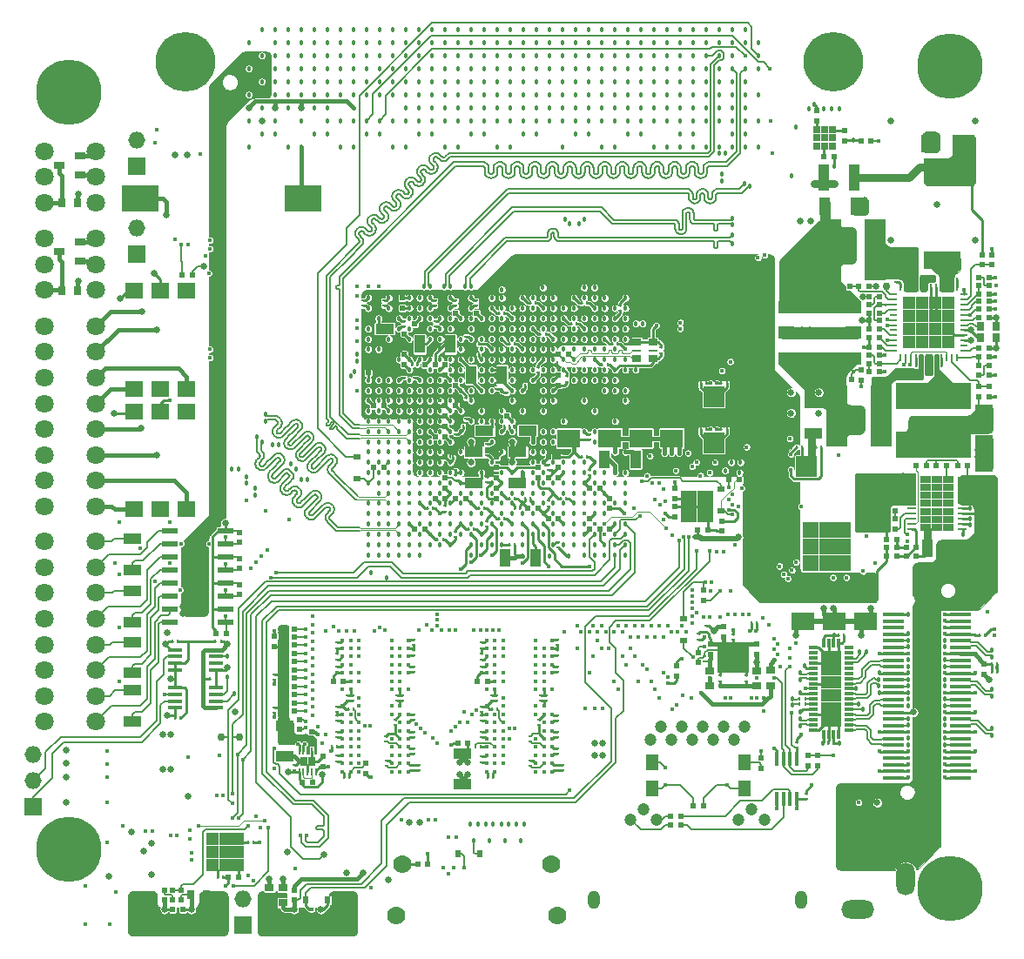
<source format=gbr>
G04 #@! TF.FileFunction,Copper,L12,Bot,Mixed*
%FSLAX46Y46*%
G04 Gerber Fmt 4.6, Leading zero omitted, Abs format (unit mm)*
G04 Created by KiCad (PCBNEW (2016-08-02 BZR 7002)-product) date Tue Oct 11 11:13:20 2016*
%MOMM*%
%LPD*%
G01*
G04 APERTURE LIST*
%ADD10C,0.101600*%
%ADD11R,1.600000X1.600000*%
%ADD12C,1.200000*%
%ADD13O,1.200000X1.800000*%
%ADD14R,0.300000X0.280000*%
%ADD15R,0.280000X0.300000*%
%ADD16R,1.800000X1.000000*%
%ADD17R,1.000000X1.800000*%
%ADD18R,0.500000X0.500000*%
%ADD19R,2.230000X1.800000*%
%ADD20R,0.800000X0.900000*%
%ADD21R,0.900000X0.800000*%
%ADD22R,0.584200X0.685800*%
%ADD23R,0.685800X0.584200*%
%ADD24C,6.350000*%
%ADD25O,3.200000X1.800000*%
%ADD26O,1.800000X3.200000*%
%ADD27R,2.159000X0.406400*%
%ADD28R,0.508000X18.034000*%
%ADD29C,1.778000*%
%ADD30R,1.651000X1.651000*%
%ADD31O,1.651000X1.651000*%
%ADD32R,3.100000X3.300000*%
%ADD33R,2.000000X6.000000*%
%ADD34R,7.300000X2.600000*%
%ADD35R,3.600000X1.800000*%
%ADD36R,1.000000X2.600000*%
%ADD37C,0.762000*%
%ADD38R,0.230000X0.700000*%
%ADD39R,0.750000X0.900000*%
%ADD40R,0.850000X0.280000*%
%ADD41R,1.080000X0.780000*%
%ADD42R,1.300000X1.500000*%
%ADD43R,0.250000X0.700000*%
%ADD44R,0.700000X0.250000*%
%ADD45R,1.287500X1.287500*%
%ADD46R,1.000000X1.250000*%
%ADD47R,0.850000X0.300000*%
%ADD48R,0.300000X0.850000*%
%ADD49R,1.250000X1.250000*%
%ADD50R,1.000000X1.000000*%
%ADD51R,1.500000X0.600000*%
%ADD52R,1.780000X1.520000*%
%ADD53R,1.350000X0.450000*%
%ADD54R,1.000000X0.800000*%
%ADD55R,1.500000X1.500000*%
%ADD56R,0.800000X0.800000*%
%ADD57R,0.450000X1.350000*%
%ADD58R,0.850000X0.650000*%
%ADD59R,0.850000X0.250000*%
%ADD60C,5.800000*%
%ADD61C,1.800000*%
%ADD62R,3.660000X2.600000*%
%ADD63R,3.540000X2.600000*%
%ADD64R,1.500000X1.200000*%
%ADD65C,0.635000*%
%ADD66C,0.406400*%
%ADD67C,0.457200*%
%ADD68C,1.270000*%
%ADD69C,0.762000*%
%ADD70C,0.254000*%
%ADD71C,0.165100*%
%ADD72C,0.381000*%
%ADD73C,0.127000*%
%ADD74C,0.304800*%
%ADD75C,0.508000*%
%ADD76C,0.457200*%
%ADD77C,0.147320*%
%ADD78C,0.152400*%
%ADD79C,0.088900*%
%ADD80C,0.106680*%
G04 APERTURE END LIST*
D10*
D11*
X95400000Y-78700000D03*
X97000000Y-78700000D03*
X95400000Y-77100000D03*
X97000000Y-77100000D03*
D12*
X91661000Y-100596000D03*
X93693000Y-100596000D03*
X95725000Y-100596000D03*
X97757000Y-100596000D03*
X99789000Y-100596000D03*
X92677000Y-99326000D03*
X94709000Y-99326000D03*
X96741000Y-99326000D03*
X98773000Y-99326000D03*
X100805000Y-99326000D03*
X89723000Y-108346000D03*
X90993000Y-107326000D03*
X92263000Y-108346000D03*
X100203000Y-108346000D03*
X101473000Y-107326000D03*
X102743000Y-108346000D03*
D13*
X86148000Y-116156000D03*
X106318000Y-116156000D03*
D14*
X62200000Y-96765000D03*
X62200000Y-96235000D03*
X66000000Y-103165000D03*
X66000000Y-102635000D03*
D15*
X61835000Y-104200000D03*
X62365000Y-104200000D03*
D14*
X65900000Y-100765000D03*
X65900000Y-100235000D03*
X61200000Y-102135000D03*
X61200000Y-102665000D03*
X66800000Y-98635000D03*
X66800000Y-99165000D03*
X61200000Y-91135000D03*
X61200000Y-91665000D03*
D15*
X61165000Y-101300000D03*
X60635000Y-101300000D03*
D14*
X68600000Y-91835000D03*
X68600000Y-92365000D03*
X61200000Y-97335000D03*
X61200000Y-97865000D03*
X61200000Y-100365000D03*
X61200000Y-99835000D03*
X68600000Y-93435000D03*
X68600000Y-93965000D03*
D15*
X62235000Y-97600000D03*
X62765000Y-97600000D03*
D14*
X61200000Y-98235000D03*
X61200000Y-98765000D03*
X67500000Y-96235000D03*
X67500000Y-96765000D03*
X68600000Y-90835000D03*
X68600000Y-91365000D03*
X62700000Y-96235000D03*
X62700000Y-96765000D03*
X68600000Y-99835000D03*
X68600000Y-100365000D03*
X67000000Y-96765000D03*
X67000000Y-96235000D03*
X61200000Y-93435000D03*
X61200000Y-93965000D03*
X68600000Y-101965000D03*
X68600000Y-101435000D03*
X69100000Y-103035000D03*
X69100000Y-103565000D03*
X61200000Y-92235000D03*
X61200000Y-92765000D03*
X68600000Y-103565000D03*
X68600000Y-103035000D03*
D16*
X73400000Y-104900000D03*
X73400000Y-101900000D03*
D14*
X76200000Y-96765000D03*
X76200000Y-96235000D03*
X80000000Y-103165000D03*
X80000000Y-102635000D03*
D15*
X75835000Y-104200000D03*
X76365000Y-104200000D03*
D14*
X80000000Y-100765000D03*
X80000000Y-100235000D03*
X75200000Y-102235000D03*
X75200000Y-102765000D03*
X80800000Y-98635000D03*
X80800000Y-99165000D03*
X75200000Y-91135000D03*
X75200000Y-91665000D03*
D15*
X75165000Y-101300000D03*
X74635000Y-101300000D03*
D14*
X82600000Y-91835000D03*
X82600000Y-92365000D03*
X75200000Y-97335000D03*
X75200000Y-97865000D03*
X75200000Y-100365000D03*
X75200000Y-99835000D03*
X82600000Y-93435000D03*
X82600000Y-93965000D03*
D15*
X76235000Y-97600000D03*
X76765000Y-97600000D03*
D14*
X75200000Y-98235000D03*
X75200000Y-98765000D03*
X81500000Y-96235000D03*
X81500000Y-96765000D03*
X82600000Y-90835000D03*
X82600000Y-91365000D03*
X76700000Y-96235000D03*
X76700000Y-96765000D03*
X82600000Y-99835000D03*
X82600000Y-100365000D03*
X81000000Y-96765000D03*
X81000000Y-96235000D03*
X75200000Y-93435000D03*
X75200000Y-93965000D03*
X82600000Y-101965000D03*
X82600000Y-101435000D03*
X83100000Y-103035000D03*
X83100000Y-103565000D03*
X75200000Y-92235000D03*
X75200000Y-92765000D03*
X82600000Y-103565000D03*
X82600000Y-103035000D03*
D16*
X56100000Y-102200000D03*
X56100000Y-99200000D03*
D14*
X55100000Y-94765000D03*
X55100000Y-94235000D03*
X55100000Y-97435000D03*
X55100000Y-97965000D03*
X68600000Y-98665000D03*
X68600000Y-98135000D03*
X82600000Y-98765000D03*
X82600000Y-98235000D03*
D16*
X124100000Y-74000000D03*
X124100000Y-77000000D03*
D17*
X118600000Y-82000000D03*
X121600000Y-82000000D03*
D14*
X57000000Y-103565000D03*
X57000000Y-103035000D03*
D18*
X59800000Y-102200000D03*
X59800000Y-103200000D03*
X115443000Y-77300000D03*
X115443000Y-78300000D03*
X115600000Y-81900000D03*
X114600000Y-81900000D03*
X116500000Y-81900000D03*
X117500000Y-81900000D03*
D19*
X106426000Y-89090000D03*
X106426000Y-86170000D03*
X112522000Y-89090000D03*
X112522000Y-86170000D03*
X109474000Y-89090000D03*
X109474000Y-86170000D03*
D16*
X124100000Y-71500000D03*
X124100000Y-68500000D03*
X107500000Y-70800000D03*
X107500000Y-67800000D03*
D17*
X111600000Y-48700000D03*
X108600000Y-48700000D03*
X118500000Y-42600000D03*
X121500000Y-42600000D03*
D18*
X113900000Y-59100000D03*
X112900000Y-59100000D03*
X124600000Y-62500000D03*
X123600000Y-62500000D03*
X112900000Y-57500000D03*
X113900000Y-57500000D03*
X124579000Y-65100000D03*
X123579000Y-65100000D03*
X112900000Y-59800000D03*
X113900000Y-59800000D03*
X124600000Y-63300000D03*
X123600000Y-63300000D03*
D14*
X115500000Y-56065000D03*
X115500000Y-55535000D03*
D15*
X119965000Y-64200000D03*
X119435000Y-64200000D03*
D18*
X124600000Y-57900000D03*
X123600000Y-57900000D03*
X112900000Y-62400000D03*
X113900000Y-62400000D03*
D20*
X125250000Y-60400000D03*
X123750000Y-60400000D03*
D18*
X124600000Y-55600000D03*
X123600000Y-55600000D03*
X113900000Y-64800000D03*
X112900000Y-64800000D03*
D20*
X125250000Y-61500000D03*
X123750000Y-61500000D03*
D18*
X124600000Y-57200000D03*
X123600000Y-57200000D03*
X113900000Y-63200000D03*
X112900000Y-63200000D03*
D15*
X121465000Y-55800000D03*
X120935000Y-55800000D03*
X117435000Y-64200000D03*
X117965000Y-64200000D03*
X106161000Y-97155000D03*
X106691000Y-97155000D03*
X106161000Y-96647000D03*
X106691000Y-96647000D03*
X110465000Y-90400000D03*
X109935000Y-90400000D03*
X108935000Y-100900000D03*
X109465000Y-100900000D03*
D18*
X51600000Y-114000000D03*
X50600000Y-114000000D03*
X46200000Y-117100000D03*
X45200000Y-117100000D03*
D15*
X108265000Y-72100000D03*
X107735000Y-72100000D03*
X105844757Y-72100000D03*
X106374757Y-72100000D03*
X97065000Y-70400000D03*
X96535000Y-70400000D03*
X98535000Y-70400000D03*
X99065000Y-70400000D03*
X97065000Y-65900000D03*
X96535000Y-65900000D03*
X98535000Y-65900000D03*
X99065000Y-65900000D03*
D18*
X51689000Y-80399000D03*
X51689000Y-81399000D03*
X51689000Y-82939000D03*
X51689000Y-83939000D03*
X51689000Y-85479000D03*
X51689000Y-86479000D03*
X49400000Y-90300000D03*
X50400000Y-90300000D03*
D15*
X48835000Y-94700000D03*
X49365000Y-94700000D03*
X45435000Y-98500000D03*
X45965000Y-98500000D03*
X49865000Y-91000000D03*
X49335000Y-91000000D03*
X45135000Y-91000000D03*
X45665000Y-91000000D03*
D16*
X79700000Y-70500000D03*
X79700000Y-67500000D03*
D19*
X83700000Y-71260000D03*
X83700000Y-68340000D03*
D16*
X75500000Y-70500000D03*
X75500000Y-67500000D03*
D19*
X93700000Y-71260000D03*
X93700000Y-68340000D03*
D16*
X65800000Y-60600000D03*
X65800000Y-63600000D03*
D19*
X87700000Y-71260000D03*
X87700000Y-68340000D03*
X90700000Y-71260000D03*
X90700000Y-68340000D03*
D16*
X78700000Y-72600000D03*
X78700000Y-75600000D03*
X74500000Y-72600000D03*
X74500000Y-75600000D03*
D17*
X74200000Y-65100000D03*
X77200000Y-65100000D03*
X80500000Y-82900000D03*
X77500000Y-82900000D03*
X87200000Y-73300000D03*
X90200000Y-73300000D03*
D15*
X79965000Y-77100000D03*
X79435000Y-77100000D03*
X78435000Y-78100000D03*
X78965000Y-78100000D03*
D17*
X69200000Y-62100000D03*
X72200000Y-62100000D03*
D18*
X96200000Y-80200000D03*
X97200000Y-80200000D03*
X94000000Y-78900000D03*
X94000000Y-77900000D03*
X98600000Y-79300000D03*
X98600000Y-80300000D03*
X94000000Y-76100000D03*
X94000000Y-77100000D03*
D14*
X81700000Y-74365000D03*
X81700000Y-73835000D03*
D21*
X55900000Y-116450000D03*
X55900000Y-114950000D03*
D14*
X97100000Y-89535000D03*
X97100000Y-90065000D03*
X96266000Y-90816000D03*
X96266000Y-90286000D03*
D15*
X101992000Y-89281000D03*
X101462000Y-89281000D03*
D14*
X99700000Y-90335000D03*
X99700000Y-90865000D03*
D18*
X107800000Y-40400000D03*
X107800000Y-39400000D03*
D14*
X98425000Y-94880000D03*
X98425000Y-94350000D03*
X100965000Y-94880000D03*
X100965000Y-94350000D03*
D18*
X110500000Y-41300000D03*
X110500000Y-42300000D03*
D14*
X105900000Y-101365000D03*
X105900000Y-100835000D03*
X106800000Y-106365000D03*
X106800000Y-105835000D03*
X96900000Y-92965000D03*
X96900000Y-92435000D03*
D22*
X75055000Y-111700000D03*
X72945000Y-111700000D03*
D23*
X63100000Y-75155000D03*
X63100000Y-73045000D03*
X98500000Y-78355000D03*
X98500000Y-76245000D03*
D22*
X60255000Y-116200000D03*
X58145000Y-116200000D03*
D23*
X94900000Y-90955000D03*
X94900000Y-88845000D03*
D20*
X46950000Y-115700000D03*
X48450000Y-115700000D03*
X35929000Y-48387000D03*
X34429000Y-48387000D03*
X35929000Y-56896000D03*
X34429000Y-56896000D03*
D21*
X54600000Y-114950000D03*
X54600000Y-116450000D03*
X103300000Y-93850000D03*
X103300000Y-95350000D03*
X101981000Y-93865000D03*
X101981000Y-95365000D03*
X97409000Y-95365000D03*
X97409000Y-93865000D03*
D24*
X35080000Y-37620000D03*
X120810000Y-35080000D03*
X35080000Y-111280000D03*
X120810000Y-115090000D03*
D25*
X111759000Y-117073000D03*
X111759000Y-111073000D03*
D26*
X116459000Y-114173000D03*
D27*
X121758500Y-104293000D03*
X121758500Y-103658000D03*
X121758500Y-103023000D03*
X121758500Y-102388000D03*
X121758500Y-101753000D03*
X121758500Y-101118000D03*
X121758500Y-100483000D03*
X121758500Y-99848000D03*
X121758500Y-99213000D03*
X121758500Y-98578000D03*
X121758500Y-97943000D03*
X121758500Y-97308000D03*
X121758500Y-96673000D03*
X121758500Y-96038000D03*
X121758500Y-95403000D03*
X121758500Y-94768000D03*
X121758500Y-94133000D03*
X121758500Y-93498000D03*
X121758500Y-92863000D03*
X121758500Y-92228000D03*
X121758500Y-91593000D03*
X121758500Y-90958000D03*
X121758500Y-90323000D03*
X121758500Y-89688000D03*
X121758500Y-89053000D03*
X121758500Y-88418000D03*
X115281500Y-104293000D03*
X115281500Y-103658000D03*
X115281500Y-103023000D03*
X115281500Y-102388000D03*
X115281500Y-101753000D03*
X115281500Y-101118000D03*
X115281500Y-100483000D03*
X115281500Y-99848000D03*
X115281500Y-99213000D03*
X115281500Y-98578000D03*
X115281500Y-97943000D03*
X115281500Y-97308000D03*
X115281500Y-96673000D03*
X115281500Y-96038000D03*
X115281500Y-95403000D03*
X115281500Y-94768000D03*
X115281500Y-94133000D03*
X115281500Y-93498000D03*
X115281500Y-92863000D03*
X115281500Y-92228000D03*
X115281500Y-91593000D03*
X115281500Y-90958000D03*
X115281500Y-90323000D03*
X115281500Y-89688000D03*
X115281500Y-89053000D03*
X115281500Y-88418000D03*
D28*
X118520000Y-96355500D03*
D29*
X67500000Y-112700000D03*
X82000000Y-112700000D03*
X82600000Y-117650000D03*
X66900000Y-117650000D03*
D30*
X31600000Y-107140000D03*
D31*
X31600000Y-104600000D03*
X31600000Y-102060000D03*
D30*
X52000000Y-118640000D03*
D31*
X52000000Y-116100000D03*
D30*
X41656000Y-44831000D03*
D31*
X41656000Y-42291000D03*
D30*
X41656000Y-53340000D03*
D31*
X41656000Y-50800000D03*
D32*
X113246000Y-78740000D03*
X102146000Y-78740000D03*
D33*
X113450000Y-52900000D03*
X109150000Y-52900000D03*
D34*
X119200000Y-67150000D03*
X119200000Y-71850000D03*
D35*
X120015000Y-53903000D03*
X120015000Y-44903000D03*
D33*
X114050000Y-69100000D03*
X109750000Y-69100000D03*
D18*
X72700000Y-77100000D03*
X73700000Y-77100000D03*
X70700000Y-77100000D03*
X71700000Y-77100000D03*
X56000000Y-91400000D03*
X57000000Y-91400000D03*
X56000000Y-94600000D03*
X57000000Y-94600000D03*
X56000000Y-93000000D03*
X57000000Y-93000000D03*
X56000000Y-90600000D03*
X57000000Y-90600000D03*
X56000000Y-92200000D03*
X57000000Y-92200000D03*
X56000000Y-96200000D03*
X57000000Y-96200000D03*
X56000000Y-89800000D03*
X57000000Y-89800000D03*
X56000000Y-93800000D03*
X57000000Y-93800000D03*
X56000000Y-97000000D03*
X57000000Y-97000000D03*
X56000000Y-97800000D03*
X57000000Y-97800000D03*
X56000000Y-95400000D03*
X57000000Y-95400000D03*
X57500000Y-98600000D03*
X57500000Y-99600000D03*
X75800000Y-94900000D03*
X74800000Y-94900000D03*
X61800000Y-94900000D03*
X60800000Y-94900000D03*
X58800000Y-104700000D03*
X57800000Y-104700000D03*
X122500000Y-73900000D03*
X121500000Y-73900000D03*
X119400000Y-73900000D03*
X120400000Y-73900000D03*
X118483000Y-73914000D03*
X117483000Y-73914000D03*
X115443000Y-80100000D03*
X115443000Y-79100000D03*
X114600000Y-81100000D03*
X115600000Y-81100000D03*
X102400000Y-102400000D03*
X102400000Y-103400000D03*
X115600000Y-82700000D03*
X114600000Y-82700000D03*
X117500000Y-82700000D03*
X116500000Y-82700000D03*
X95800000Y-107000000D03*
X96800000Y-107000000D03*
X112900000Y-58293000D03*
X113900000Y-58293000D03*
X124600000Y-64200000D03*
X123600000Y-64200000D03*
X110000000Y-56500000D03*
X111000000Y-56500000D03*
X111900000Y-56500000D03*
X112900000Y-56500000D03*
X123600000Y-67200000D03*
X123600000Y-66200000D03*
X124600000Y-66200000D03*
X124600000Y-67200000D03*
X124600000Y-56400000D03*
X123600000Y-56400000D03*
X112900000Y-64000000D03*
X113900000Y-64000000D03*
X123600000Y-58700000D03*
X124600000Y-58700000D03*
X113900000Y-60600000D03*
X112900000Y-60600000D03*
X112900000Y-61500000D03*
X113900000Y-61500000D03*
X123900000Y-53400000D03*
X123900000Y-54400000D03*
X124800000Y-54400000D03*
X124800000Y-53400000D03*
X110200000Y-65500000D03*
X111200000Y-65500000D03*
X112100000Y-64600000D03*
X112100000Y-65600000D03*
X124079000Y-93200000D03*
X124079000Y-94200000D03*
X70000000Y-112700000D03*
X69000000Y-112700000D03*
X65700000Y-74100000D03*
X64700000Y-74100000D03*
X71700000Y-65100000D03*
X71700000Y-64100000D03*
X45200000Y-115200000D03*
X45200000Y-116200000D03*
X46000000Y-116200000D03*
X46000000Y-115200000D03*
D16*
X41275000Y-84050000D03*
X41275000Y-81050000D03*
X41275000Y-89130000D03*
X41275000Y-86130000D03*
X41275000Y-94083000D03*
X41275000Y-91083000D03*
X41275000Y-98782000D03*
X41275000Y-95782000D03*
D18*
X67700000Y-63100000D03*
X67700000Y-64100000D03*
X47100000Y-55400000D03*
X46100000Y-55400000D03*
X96800000Y-86000000D03*
X96800000Y-87000000D03*
X87700000Y-78100000D03*
X87700000Y-77100000D03*
X100300000Y-75300000D03*
X99300000Y-75300000D03*
X82700000Y-73100000D03*
X82700000Y-74100000D03*
X81700000Y-75100000D03*
X82700000Y-75100000D03*
X96266000Y-92083000D03*
X96266000Y-93083000D03*
X107900000Y-103100000D03*
X107900000Y-102100000D03*
X107000000Y-103100000D03*
X107000000Y-102100000D03*
X112100000Y-42300000D03*
X113100000Y-42300000D03*
X94600000Y-108900000D03*
X93600000Y-108900000D03*
X94600000Y-108000000D03*
X93600000Y-108000000D03*
X82700000Y-66100000D03*
X82700000Y-65100000D03*
X83700000Y-63100000D03*
X82700000Y-63100000D03*
D36*
X111500000Y-45900000D03*
X108500000Y-45900000D03*
D37*
X51700000Y-100300000D03*
X114600000Y-56500000D03*
X49900000Y-100300000D03*
D38*
X57500000Y-103750000D03*
X57900000Y-103750000D03*
X58300000Y-103750000D03*
X58700000Y-103750000D03*
X59100000Y-103750000D03*
X57500000Y-101650000D03*
X57900000Y-101650000D03*
X58300000Y-101650000D03*
X58700000Y-101650000D03*
X59100000Y-101650000D03*
D39*
X57925000Y-102700000D03*
X58675000Y-102700000D03*
D40*
X121975000Y-77597000D03*
X121975000Y-78097000D03*
X121975000Y-78597000D03*
X121975000Y-79097000D03*
X121975000Y-79597000D03*
X121975000Y-80097000D03*
X121975000Y-77097000D03*
X121975000Y-76597000D03*
X121975000Y-76097000D03*
X121975000Y-75597000D03*
X121975000Y-75097000D03*
X117025000Y-80097000D03*
X117025000Y-79597000D03*
X117025000Y-79097000D03*
X117025000Y-78597000D03*
X117025000Y-78097000D03*
X117025000Y-77597000D03*
X117025000Y-77097000D03*
X117025000Y-76597000D03*
X117025000Y-76097000D03*
X117025000Y-75597000D03*
X117025000Y-75097000D03*
D41*
X120580000Y-79937000D03*
X119500000Y-79937000D03*
X118420000Y-79937000D03*
X120580000Y-79157000D03*
X120580000Y-78377000D03*
X120580000Y-77597000D03*
X120580000Y-76817000D03*
X120580000Y-76037000D03*
X120580000Y-75257000D03*
X119500000Y-75257000D03*
X119500000Y-76037000D03*
X119500000Y-76817000D03*
X119500000Y-77597000D03*
X119500000Y-78377000D03*
X119500000Y-79157000D03*
X118420000Y-79157000D03*
X118420000Y-78377000D03*
X118420000Y-77597000D03*
X118420000Y-76817000D03*
X118420000Y-76037000D03*
X118420000Y-75257000D03*
D42*
X91800000Y-102830000D03*
X91800000Y-105370000D03*
X100800000Y-102830000D03*
X100800000Y-105370000D03*
D43*
X115950000Y-56600000D03*
X116450000Y-56600000D03*
X116950000Y-56600000D03*
X117450000Y-56600000D03*
X117950000Y-56600000D03*
X118450000Y-56600000D03*
X118950000Y-56600000D03*
X119450000Y-56600000D03*
X119950000Y-56600000D03*
X120450000Y-56600000D03*
X120950000Y-56600000D03*
X121450000Y-56600000D03*
D44*
X122100000Y-57250000D03*
X122100000Y-57750000D03*
X122100000Y-58250000D03*
X122100000Y-58750000D03*
X122100000Y-59250000D03*
X122100000Y-59750000D03*
X122100000Y-60250000D03*
X122100000Y-60750000D03*
X122100000Y-61250000D03*
X122100000Y-61750000D03*
X122100000Y-62250000D03*
X122100000Y-62750000D03*
D43*
X121450000Y-63400000D03*
X120950000Y-63400000D03*
X120450000Y-63400000D03*
X119950000Y-63400000D03*
X119450000Y-63400000D03*
X118950000Y-63400000D03*
X118450000Y-63400000D03*
X117950000Y-63400000D03*
X117450000Y-63400000D03*
X116950000Y-63400000D03*
X116450000Y-63400000D03*
X115950000Y-63400000D03*
D44*
X115300000Y-62750000D03*
X115300000Y-62250000D03*
X115300000Y-61750000D03*
X115300000Y-61250000D03*
X115300000Y-60750000D03*
X115300000Y-60250000D03*
X115300000Y-59750000D03*
X115300000Y-59250000D03*
X115300000Y-58750000D03*
X115300000Y-58250000D03*
X115300000Y-57750000D03*
X115300000Y-57250000D03*
D45*
X120631250Y-61931250D03*
X119343750Y-61931250D03*
X118056250Y-61931250D03*
X116768750Y-61931250D03*
X120631250Y-60643750D03*
X119343750Y-60643750D03*
X118056250Y-60643750D03*
X116768750Y-60643750D03*
X120631250Y-59356250D03*
X119343750Y-59356250D03*
X118056250Y-59356250D03*
X116768750Y-59356250D03*
X120631250Y-58068750D03*
X119343750Y-58068750D03*
X118056250Y-58068750D03*
X116768750Y-58068750D03*
D46*
X109720000Y-97506000D03*
D47*
X110945000Y-95631000D03*
X110945000Y-96131000D03*
X110945000Y-96631000D03*
X110945000Y-97131000D03*
X110945000Y-97631000D03*
X110945000Y-98131000D03*
X110945000Y-98631000D03*
X110945000Y-99131000D03*
X110945000Y-99631000D03*
X110945000Y-95131000D03*
X110945000Y-94631000D03*
X110945000Y-94131000D03*
X110945000Y-93631000D03*
X110945000Y-93131000D03*
X110945000Y-92631000D03*
X110945000Y-92131000D03*
X110945000Y-91631000D03*
X107495000Y-95631000D03*
X107495000Y-95131000D03*
X107495000Y-94631000D03*
X107495000Y-94131000D03*
X107495000Y-93631000D03*
X107495000Y-93131000D03*
X107495000Y-92631000D03*
X107495000Y-92131000D03*
X107495000Y-91631000D03*
X107495000Y-96131000D03*
X107495000Y-96631000D03*
X107495000Y-97131000D03*
X107495000Y-97631000D03*
X107495000Y-98131000D03*
X107495000Y-98631000D03*
X107495000Y-99131000D03*
X107495000Y-99631000D03*
D48*
X109970000Y-100106000D03*
X109470000Y-100106000D03*
X108970000Y-100106000D03*
X108470000Y-100106000D03*
X109970000Y-91156000D03*
X109470000Y-91156000D03*
X108970000Y-91156000D03*
X108470000Y-91156000D03*
D46*
X109720000Y-96256000D03*
X109720000Y-98756000D03*
X108720000Y-98756000D03*
X108720000Y-97506000D03*
X108720000Y-96256000D03*
X108720000Y-95006000D03*
X108720000Y-93756000D03*
X108720000Y-92506000D03*
X109720000Y-92506000D03*
X109720000Y-93756000D03*
X109720000Y-95006000D03*
D49*
X49050000Y-110250000D03*
X49050000Y-112750000D03*
X51550000Y-110250000D03*
X50300000Y-112750000D03*
X49050000Y-111500000D03*
X50300000Y-111500000D03*
X51550000Y-111500000D03*
X50300000Y-110250000D03*
X51550000Y-112750000D03*
D50*
X98300000Y-66700000D03*
X98300000Y-67700000D03*
X97300000Y-67700000D03*
X97300000Y-66700000D03*
X98300000Y-71200000D03*
X98300000Y-72200000D03*
X97300000Y-72200000D03*
X97300000Y-71200000D03*
X106300000Y-73500000D03*
X107300000Y-73500000D03*
X107300000Y-74500000D03*
X106300000Y-74500000D03*
D51*
X44925000Y-89154000D03*
X44925000Y-87884000D03*
X44925000Y-86614000D03*
X44925000Y-85344000D03*
X44925000Y-84074000D03*
X44925000Y-82804000D03*
X44925000Y-81534000D03*
X44925000Y-80264000D03*
X50325000Y-80264000D03*
X50325000Y-81534000D03*
X50325000Y-82804000D03*
X50325000Y-84074000D03*
X50325000Y-85344000D03*
X50325000Y-86614000D03*
X50325000Y-87884000D03*
X50325000Y-89154000D03*
D52*
X41460000Y-56938000D03*
X41460000Y-66462000D03*
X44000000Y-66462000D03*
X46540000Y-66462000D03*
X46540000Y-56938000D03*
X44000000Y-56938000D03*
X41460000Y-68638000D03*
X41460000Y-78162000D03*
X44000000Y-78162000D03*
X46540000Y-78162000D03*
X46540000Y-68638000D03*
X44000000Y-68638000D03*
D53*
X49375000Y-97475000D03*
X49375000Y-96825000D03*
X49375000Y-96175000D03*
X49375000Y-95525000D03*
X45425000Y-97475000D03*
X45425000Y-96825000D03*
X45425000Y-96175000D03*
X45425000Y-95525000D03*
X45425000Y-91825000D03*
X45425000Y-92475000D03*
X45425000Y-93125000D03*
X45425000Y-93775000D03*
X49375000Y-91825000D03*
X49375000Y-92475000D03*
X49375000Y-93125000D03*
X49375000Y-93775000D03*
D11*
X108800000Y-81800000D03*
X110400000Y-81800000D03*
X110400000Y-83400000D03*
X108800000Y-83400000D03*
X107200000Y-83400000D03*
X107200000Y-81800000D03*
X107200000Y-80200000D03*
X108800000Y-80200000D03*
X110400000Y-80200000D03*
D54*
X36179000Y-43754000D03*
X34179000Y-44704000D03*
X36179000Y-45654000D03*
X36179000Y-52136000D03*
X34179000Y-53086000D03*
X36179000Y-54036000D03*
D55*
X98945000Y-93333000D03*
X98945000Y-91833000D03*
X100445000Y-91833000D03*
X100445000Y-93333000D03*
D56*
X109385000Y-42837000D03*
X108585000Y-42837000D03*
X107785000Y-42837000D03*
X107785000Y-42037000D03*
X108585000Y-42037000D03*
X109385000Y-42037000D03*
X109385000Y-41237000D03*
X108585000Y-41237000D03*
X107785000Y-41237000D03*
D57*
X105875000Y-102425000D03*
X105225000Y-102425000D03*
X104575000Y-102425000D03*
X103925000Y-102425000D03*
X105875000Y-106375000D03*
X105225000Y-106375000D03*
X104575000Y-106375000D03*
X103925000Y-106375000D03*
D58*
X90325000Y-61875000D03*
X90325000Y-63525000D03*
X91875000Y-61875000D03*
X91875000Y-63525000D03*
D59*
X90325000Y-62700000D03*
X91875000Y-62700000D03*
D60*
X46454300Y-34616700D03*
X109455700Y-34616700D03*
D61*
X32719000Y-67865000D03*
X32719000Y-65365000D03*
X32719000Y-62865000D03*
X32719000Y-60365000D03*
X32719000Y-70365000D03*
X32719000Y-72865000D03*
X32719000Y-75365000D03*
X32719000Y-77865000D03*
X37719000Y-60365000D03*
X37719000Y-62865000D03*
X37719000Y-65365000D03*
X37719000Y-67865000D03*
X37719000Y-70365000D03*
X37719000Y-72865000D03*
X37719000Y-75365000D03*
X37719000Y-77865000D03*
X32719000Y-88820000D03*
X32719000Y-86320000D03*
X32719000Y-83820000D03*
X32719000Y-81320000D03*
X32719000Y-91320000D03*
X32719000Y-93820000D03*
X32719000Y-96320000D03*
X32719000Y-98820000D03*
X37719000Y-81320000D03*
X37719000Y-83820000D03*
X37719000Y-86320000D03*
X37719000Y-88820000D03*
X37719000Y-91320000D03*
X37719000Y-93820000D03*
X37719000Y-96320000D03*
X37719000Y-98820000D03*
X32719000Y-56856000D03*
X32719000Y-54356000D03*
X32719000Y-51856000D03*
X37719000Y-51856000D03*
X37719000Y-54356000D03*
X37719000Y-56856000D03*
X32719000Y-48347000D03*
X32719000Y-45847000D03*
X32719000Y-43347000D03*
X37719000Y-43347000D03*
X37719000Y-45847000D03*
X37719000Y-48347000D03*
D15*
X124830000Y-93980000D03*
X125360000Y-93980000D03*
X124830000Y-93218000D03*
X125360000Y-93218000D03*
X123635000Y-90400000D03*
X124165000Y-90400000D03*
D14*
X71700000Y-77835000D03*
X71700000Y-78365000D03*
D15*
X75465000Y-78100000D03*
X74935000Y-78100000D03*
X70935000Y-81100000D03*
X71465000Y-81100000D03*
D14*
X72700000Y-80335000D03*
X72700000Y-80865000D03*
X75700000Y-79335000D03*
X75700000Y-79865000D03*
X81700000Y-77335000D03*
X81700000Y-77865000D03*
D15*
X73935000Y-80100000D03*
X74465000Y-80100000D03*
X69935000Y-78100000D03*
X70465000Y-78100000D03*
D14*
X73700000Y-61365000D03*
X73700000Y-60835000D03*
X72700000Y-70835000D03*
X72700000Y-71365000D03*
X73700000Y-67335000D03*
X73700000Y-67865000D03*
X77700000Y-66835000D03*
X77700000Y-67365000D03*
X72700000Y-74365000D03*
X72700000Y-73835000D03*
X73700000Y-69365000D03*
X73700000Y-68835000D03*
D15*
X79435000Y-66100000D03*
X79965000Y-66100000D03*
D14*
X68700000Y-65365000D03*
X68700000Y-64835000D03*
X76700000Y-66435000D03*
X76700000Y-66965000D03*
X75700000Y-75565000D03*
X75700000Y-75035000D03*
X75700000Y-72935000D03*
X75700000Y-73465000D03*
D15*
X74965000Y-62100000D03*
X74435000Y-62100000D03*
D14*
X72700000Y-74835000D03*
X72700000Y-75365000D03*
D15*
X72435000Y-73100000D03*
X72965000Y-73100000D03*
X73435000Y-70100000D03*
X73965000Y-70100000D03*
X77435000Y-70100000D03*
X77965000Y-70100000D03*
D14*
X67700000Y-65365000D03*
X67700000Y-64835000D03*
D15*
X84935000Y-73100000D03*
X85465000Y-73100000D03*
D14*
X75700000Y-71835000D03*
X75700000Y-72365000D03*
D15*
X74965000Y-63100000D03*
X74435000Y-63100000D03*
X77935000Y-81600000D03*
X78465000Y-81600000D03*
D14*
X82700000Y-81865000D03*
X82700000Y-81335000D03*
D15*
X78465000Y-77100000D03*
X77935000Y-77100000D03*
X76935000Y-79100000D03*
X77465000Y-79100000D03*
X82935000Y-77100000D03*
X83465000Y-77100000D03*
D14*
X85700000Y-74865000D03*
X85700000Y-74335000D03*
X92700000Y-62965000D03*
X92700000Y-62435000D03*
D18*
X64000000Y-103900000D03*
X64000000Y-102900000D03*
X72900000Y-100900000D03*
X73900000Y-100900000D03*
X55100000Y-90500000D03*
X55100000Y-91500000D03*
X58700000Y-99800000D03*
X58700000Y-100800000D03*
X124600000Y-59500000D03*
X123600000Y-59500000D03*
X80700000Y-75100000D03*
X80700000Y-74100000D03*
X77700000Y-69100000D03*
X77700000Y-68100000D03*
X67700000Y-61100000D03*
X67700000Y-62100000D03*
X70700000Y-71100000D03*
X70700000Y-72100000D03*
X81700000Y-73100000D03*
X80700000Y-73100000D03*
X71700000Y-73100000D03*
X71700000Y-72100000D03*
X72700000Y-66100000D03*
X72700000Y-67100000D03*
X76700000Y-77100000D03*
X76700000Y-76100000D03*
X72700000Y-68100000D03*
X72700000Y-69100000D03*
X76700000Y-73100000D03*
X76700000Y-72100000D03*
X71700000Y-76100000D03*
X71700000Y-75100000D03*
X72700000Y-59100000D03*
X72700000Y-60100000D03*
X64200000Y-64900000D03*
X64200000Y-63900000D03*
X74700000Y-59100000D03*
X74700000Y-60100000D03*
X67500000Y-57600000D03*
X67500000Y-58600000D03*
X68700000Y-60100000D03*
X69700000Y-60100000D03*
X69700000Y-64100000D03*
X70700000Y-64100000D03*
X71700000Y-69100000D03*
X71700000Y-68100000D03*
X71700000Y-71100000D03*
X71700000Y-70100000D03*
X79700000Y-78100000D03*
X80700000Y-78100000D03*
X82700000Y-79100000D03*
X81700000Y-79100000D03*
X65700000Y-68100000D03*
X64700000Y-68100000D03*
X69700000Y-80100000D03*
X68700000Y-80100000D03*
X86700000Y-80100000D03*
X87700000Y-80100000D03*
X85700000Y-79100000D03*
X85700000Y-80100000D03*
X85700000Y-76100000D03*
X86700000Y-76100000D03*
X94200000Y-93400000D03*
X94200000Y-94400000D03*
X98800000Y-89600000D03*
X98800000Y-90600000D03*
X102000000Y-92300000D03*
X102000000Y-91300000D03*
X108500000Y-43900000D03*
X109500000Y-43900000D03*
X97500000Y-92300000D03*
X97500000Y-91300000D03*
X44400000Y-115200000D03*
X44400000Y-116200000D03*
X76700000Y-74100000D03*
X76700000Y-75100000D03*
X57000000Y-115200000D03*
X57000000Y-116200000D03*
D14*
X70700000Y-59835000D03*
X70700000Y-60365000D03*
D15*
X68965000Y-64100000D03*
X68435000Y-64100000D03*
D14*
X70700000Y-57835000D03*
X70700000Y-58365000D03*
X67700000Y-59835000D03*
X67700000Y-60365000D03*
X72700000Y-57835000D03*
X72700000Y-58365000D03*
X65700000Y-57835000D03*
X65700000Y-58365000D03*
X74700000Y-57835000D03*
X74700000Y-58365000D03*
X63700000Y-57835000D03*
X63700000Y-58365000D03*
D15*
X85465000Y-58100000D03*
X84935000Y-58100000D03*
X79935000Y-58100000D03*
X80465000Y-58100000D03*
X83935000Y-60100000D03*
X84465000Y-60100000D03*
X76935000Y-59100000D03*
X77465000Y-59100000D03*
D14*
X88700000Y-58335000D03*
X88700000Y-58865000D03*
D15*
X80935000Y-61100000D03*
X81465000Y-61100000D03*
X87935000Y-62100000D03*
X88465000Y-62100000D03*
X77935000Y-62100000D03*
X78465000Y-62100000D03*
D14*
X85700000Y-71365000D03*
X85700000Y-70835000D03*
D15*
X87465000Y-64100000D03*
X86935000Y-64100000D03*
D14*
X83500000Y-65765000D03*
X83500000Y-65235000D03*
X80700000Y-64335000D03*
X80700000Y-64865000D03*
D62*
X57870000Y-47900000D03*
D63*
X42070000Y-47900000D03*
D64*
X104850000Y-58500000D03*
X104850000Y-61000000D03*
X104850000Y-63500000D03*
X111350000Y-58500000D03*
X111350000Y-61000000D03*
X111350000Y-63500000D03*
D15*
X52535000Y-110600000D03*
X53065000Y-110600000D03*
X49535000Y-114000000D03*
X50065000Y-114000000D03*
D65*
X44700000Y-90200000D03*
D66*
X64500000Y-104200000D03*
X99900000Y-81600004D03*
X113500000Y-83400000D03*
X101300002Y-90000000D03*
X48800000Y-52000000D03*
D65*
X119400000Y-41800000D03*
X119400000Y-42500000D03*
X112500000Y-48100000D03*
X112500000Y-49300000D03*
D66*
X112100000Y-66200000D03*
D65*
X112300000Y-57500000D03*
X113600000Y-56500000D03*
X124700000Y-72400000D03*
X124700000Y-73100000D03*
X123500000Y-73100000D03*
X123500000Y-72400000D03*
X112200000Y-59800000D03*
D66*
X112400000Y-62400000D03*
X114400000Y-64800000D03*
X114400000Y-63200000D03*
D65*
X108000000Y-68800000D03*
X105300000Y-66800000D03*
X108000000Y-66800000D03*
D66*
X124800000Y-52800000D03*
X125200000Y-67200000D03*
X125200000Y-57900000D03*
X125200000Y-57200000D03*
X125200000Y-55600000D03*
X125200000Y-65100000D03*
X125200000Y-63300000D03*
D65*
X125300000Y-62500000D03*
X125300000Y-59500000D03*
D66*
X107315000Y-105029000D03*
D65*
X36000000Y-47500000D03*
X36000000Y-56000000D03*
D66*
X43600000Y-41200000D03*
X125349000Y-93599000D03*
X120269000Y-94107000D03*
X123189079Y-94107556D03*
X120269000Y-96012000D03*
X123190000Y-96012000D03*
X123190000Y-97917000D03*
X120269000Y-97917000D03*
X123190000Y-99822000D03*
X120269000Y-99822000D03*
X123190000Y-101727000D03*
X120269000Y-101727000D03*
X116713000Y-101727000D03*
X113919000Y-101727000D03*
X116713000Y-99822000D03*
X113919000Y-99822000D03*
D65*
X117221000Y-97917000D03*
D67*
X116713000Y-96012000D03*
X113919000Y-96012000D03*
X116713000Y-94107000D03*
X113919000Y-94107000D03*
D66*
X125100000Y-89800000D03*
D65*
X45000000Y-94700000D03*
X50500000Y-93600000D03*
D66*
X72800000Y-110100000D03*
D65*
X68199984Y-108600000D03*
D66*
X70699998Y-108400000D03*
X71500000Y-113000000D03*
X36700000Y-118500000D03*
X39100000Y-118500000D03*
D65*
X34800000Y-106700000D03*
X34800000Y-104200000D03*
X34800000Y-102900000D03*
X51300000Y-97900000D03*
D66*
X57100000Y-113100000D03*
X38800000Y-110600000D03*
D65*
X43100000Y-110700000D03*
X39000000Y-113900000D03*
X43100000Y-113700000D03*
D66*
X40300000Y-109000000D03*
X49734776Y-102126117D03*
D65*
X44200000Y-100100000D03*
X45000000Y-100100000D03*
X56300000Y-111500000D03*
X47000000Y-117100000D03*
X50300000Y-79500000D03*
D66*
X43500000Y-85200000D03*
X45900000Y-86000000D03*
X48700000Y-81500000D03*
X42000000Y-82000000D03*
X46000000Y-81500000D03*
X44900000Y-67600000D03*
X44900000Y-79400000D03*
X48700000Y-55200002D03*
X48800000Y-62600000D03*
D65*
X43400006Y-55200000D03*
X46600000Y-43700000D03*
D67*
X94400000Y-72700000D03*
D66*
X109400000Y-102100000D03*
X103700000Y-101400000D03*
X103900000Y-107300000D03*
X99100000Y-105000000D03*
X106300000Y-100100000D03*
D65*
X123200000Y-40400000D03*
X115000000Y-40400000D03*
X123200000Y-52000000D03*
X115000000Y-52000000D03*
X119500000Y-48500000D03*
X113700000Y-106700000D03*
X106200000Y-50100000D03*
X107200000Y-50100000D03*
X105300000Y-68800000D03*
X73900000Y-104000000D03*
X73100000Y-104000000D03*
D66*
X72300000Y-101100000D03*
X87000000Y-97500000D03*
X86200000Y-97500000D03*
D65*
X86200000Y-102100000D03*
X87000000Y-102100000D03*
D66*
X60600000Y-101700000D03*
X55100000Y-95200000D03*
X55100000Y-90000000D03*
X55100000Y-98400000D03*
X59300000Y-100100000D03*
D65*
X55900000Y-114100000D03*
X54600000Y-114100000D03*
D66*
X64500000Y-115000000D03*
D65*
X62100000Y-113500000D03*
X59600000Y-117100000D03*
D67*
X93000000Y-72700000D03*
X93700000Y-72700000D03*
D65*
X105800000Y-90400000D03*
X108500000Y-87800000D03*
X109400000Y-87800000D03*
X112100000Y-90400000D03*
X113100000Y-87800000D03*
D66*
X93800000Y-80700000D03*
X52400000Y-77300000D03*
D67*
X75200000Y-66600000D03*
X79200000Y-77600000D03*
X73200000Y-74600000D03*
D65*
X74200000Y-73600000D03*
X74200000Y-71600000D03*
D67*
X65200000Y-62600000D03*
X66200000Y-61600000D03*
D66*
X62500000Y-98900000D03*
D65*
X78200000Y-73600000D03*
D67*
X77200000Y-74600000D03*
D65*
X78200000Y-71600000D03*
D67*
X71200000Y-61600000D03*
X75200000Y-69600000D03*
X88200000Y-72600000D03*
X76200000Y-69600000D03*
X78200000Y-69600000D03*
X77200000Y-70600000D03*
X80200000Y-71600000D03*
D66*
X106300004Y-77900000D03*
D67*
X79000000Y-110400000D03*
X77500000Y-110400000D03*
X76000000Y-110400000D03*
X74500000Y-110400000D03*
D66*
X100200000Y-77900000D03*
X112300000Y-84200000D03*
X93300000Y-95100000D03*
X104267000Y-93472000D03*
X94742000Y-96266000D03*
X102616000Y-97790000D03*
X95631000Y-96520000D03*
X98425000Y-86106000D03*
D67*
X66200000Y-78600000D03*
X64200000Y-82600000D03*
X67200000Y-81600000D03*
X82200000Y-76600000D03*
X89200000Y-77600000D03*
X86200000Y-78600000D03*
X87200000Y-81600000D03*
X72200000Y-76600000D03*
D66*
X87600006Y-91700000D03*
X70200000Y-80600000D03*
D67*
X73200000Y-79600000D03*
X76200000Y-78600000D03*
X74200000Y-82600000D03*
X77200000Y-81600000D03*
X83200000Y-79600000D03*
X80200000Y-80600000D03*
X83700000Y-82700000D03*
D66*
X75700000Y-97300000D03*
X82100000Y-90900000D03*
X82100000Y-92500000D03*
X82100000Y-94100000D03*
X75700000Y-90900000D03*
X75700000Y-92500000D03*
X75700000Y-94100000D03*
X81300000Y-97300000D03*
X82100000Y-98900000D03*
X82100000Y-100500000D03*
X81300000Y-100500000D03*
X82100000Y-101300000D03*
X80500000Y-102900000D03*
X82100000Y-102900000D03*
X75700000Y-103700000D03*
X75700000Y-102900000D03*
X76500000Y-101300000D03*
X76500000Y-100500000D03*
X75700000Y-99700000D03*
X76500000Y-98900000D03*
X75700000Y-98900000D03*
X61700000Y-97300000D03*
X68100000Y-90900000D03*
X68100000Y-92500000D03*
X68100000Y-94100000D03*
X67300000Y-97300000D03*
X66500000Y-102900000D03*
X68100000Y-101300000D03*
X67300000Y-100500000D03*
X68100000Y-100500000D03*
X68100000Y-98900000D03*
X68100000Y-102900000D03*
X61700000Y-90900000D03*
X61700000Y-92500000D03*
X61700000Y-94100000D03*
X61700000Y-98900000D03*
X61700000Y-99700000D03*
X61700000Y-103700000D03*
X61700000Y-102900000D03*
X62500000Y-100500000D03*
X62500000Y-101300000D03*
D67*
X60198000Y-41656000D03*
X76200000Y-75600000D03*
X85200000Y-75600000D03*
X88200000Y-74600000D03*
X72200000Y-73600000D03*
X76200000Y-73600000D03*
X81200000Y-73600000D03*
X84200000Y-72600000D03*
X77200000Y-72600000D03*
X73200000Y-72600000D03*
X72200000Y-71600000D03*
X76200000Y-71600000D03*
X73200000Y-70600000D03*
X72200000Y-69600000D03*
X74200000Y-69600000D03*
X83200000Y-69600000D03*
X86200000Y-68600000D03*
X79200000Y-68600000D03*
X77200000Y-68600000D03*
X75200000Y-68600000D03*
X73200000Y-68600000D03*
X78200000Y-67600000D03*
X74200000Y-67600000D03*
X67200000Y-59600000D03*
X69200000Y-59600000D03*
X71200000Y-59600000D03*
X65200000Y-59600000D03*
X64200000Y-57600000D03*
X66200000Y-57600000D03*
X68200000Y-57600000D03*
X70200000Y-57600000D03*
X72200000Y-57600000D03*
X89200000Y-67600000D03*
X73200000Y-59600000D03*
X75200000Y-59600000D03*
X74200000Y-57600000D03*
X76199718Y-57600000D03*
X76200000Y-58600000D03*
X76199718Y-59600000D03*
X76199718Y-60600000D03*
X76200000Y-61600000D03*
X74200000Y-61600000D03*
X70200000Y-61600000D03*
X68200000Y-61600000D03*
X64200000Y-61600000D03*
X70200000Y-64600000D03*
X67200000Y-63600000D03*
X69200000Y-63600000D03*
X70200000Y-63600000D03*
X71200000Y-63600000D03*
X72200000Y-63600000D03*
X73200000Y-63600000D03*
X75200000Y-63600000D03*
X73200000Y-66600000D03*
X76200000Y-65600000D03*
X82200000Y-66600000D03*
X77200000Y-66600000D03*
X79200000Y-66600000D03*
X78200000Y-65600000D03*
X85200000Y-65600000D03*
X76200000Y-63600000D03*
X76200000Y-62600000D03*
X81200000Y-63600000D03*
X88200000Y-64600000D03*
X87200000Y-61600000D03*
X84200000Y-62600000D03*
X77200000Y-61600000D03*
X80200000Y-60600000D03*
X83200000Y-59600000D03*
X86200000Y-58600000D03*
X89200000Y-57600000D03*
X79200000Y-57600000D03*
X70200000Y-65600000D03*
X69200000Y-65600000D03*
X68200000Y-65600000D03*
X67200000Y-65600000D03*
X66200000Y-65600000D03*
X65200000Y-65600000D03*
X64200000Y-65600000D03*
X68200000Y-74600000D03*
X69200000Y-77600000D03*
X65200000Y-75600000D03*
X70200000Y-70600000D03*
X64200000Y-72600000D03*
X67200000Y-71600000D03*
X69200000Y-67600000D03*
X66200000Y-68600000D03*
X98298000Y-40386000D03*
X86868000Y-42926000D03*
X88138000Y-42926000D03*
X61468000Y-42926000D03*
X93218000Y-32766000D03*
X53848000Y-31496000D03*
X57658000Y-31496000D03*
X61468000Y-31496000D03*
X65278000Y-31496000D03*
X69088000Y-31496000D03*
X72898000Y-31496000D03*
X76708000Y-31496000D03*
X80518000Y-31496000D03*
X84328000Y-31496000D03*
X88138000Y-31496000D03*
X91948000Y-31496000D03*
X95758000Y-31496000D03*
X52578000Y-42926000D03*
X56388000Y-42926000D03*
X57658000Y-42926000D03*
X62738000Y-42926000D03*
X66548000Y-42926000D03*
X67818000Y-42926000D03*
X71628000Y-42926000D03*
X72898000Y-42926000D03*
X76708000Y-42926000D03*
X77978000Y-42926000D03*
X83058000Y-42926000D03*
X91948000Y-42926000D03*
X93218000Y-42926000D03*
X97028000Y-42926000D03*
X98298000Y-42926000D03*
X102108000Y-42926000D03*
X100838000Y-41656000D03*
X99568000Y-41656000D03*
X95758000Y-41656000D03*
X94488000Y-41656000D03*
X90678000Y-41656000D03*
X89408000Y-41656000D03*
X85598000Y-41656000D03*
X84328000Y-41656000D03*
X80518000Y-41656000D03*
X79248000Y-41656000D03*
X75438000Y-41656000D03*
X74168000Y-41656000D03*
X70358000Y-41656000D03*
X69088000Y-41656000D03*
X65278000Y-41656000D03*
X64008000Y-41656000D03*
X58928000Y-41656000D03*
X55118000Y-41656000D03*
X53848000Y-41656000D03*
X52578000Y-40386000D03*
X55118000Y-40386000D03*
X57658000Y-40386000D03*
X60198000Y-40386000D03*
X61468000Y-40386000D03*
X62738000Y-40386000D03*
X66548000Y-40386000D03*
X67818000Y-40386000D03*
X71628000Y-40386000D03*
X72898000Y-40386000D03*
X76708000Y-40386000D03*
X77978000Y-40386000D03*
X81788000Y-40386000D03*
X83058000Y-40386000D03*
X86868000Y-40386000D03*
X88138000Y-40386000D03*
X91948000Y-40386000D03*
X93218000Y-40386000D03*
X97028000Y-40386000D03*
X102108000Y-40386000D03*
X100838000Y-39116000D03*
X99568000Y-39116000D03*
X95758000Y-39116000D03*
X94488000Y-39116000D03*
X90678000Y-39116000D03*
X86868000Y-39116000D03*
X83058000Y-39116000D03*
X79248000Y-39116000D03*
X75438000Y-39116000D03*
X71628000Y-39116000D03*
X67818000Y-39116000D03*
X58928000Y-39116000D03*
X56388000Y-39116000D03*
X53848000Y-39116000D03*
X52578000Y-37846000D03*
X55118000Y-37846000D03*
X58928000Y-37846000D03*
X62738000Y-37846000D03*
X66548000Y-37846000D03*
X70358000Y-37846000D03*
X74168000Y-37846000D03*
X77978000Y-37846000D03*
X81788000Y-37846000D03*
X85598000Y-37846000D03*
X89408000Y-37846000D03*
X93218000Y-37846000D03*
X97028000Y-37846000D03*
X98298000Y-37846000D03*
X102108000Y-37846000D03*
X100838000Y-36576000D03*
X99568000Y-36576000D03*
X95758000Y-36576000D03*
X84328000Y-36576000D03*
X80518000Y-36576000D03*
X76708000Y-36576000D03*
X72898000Y-36576000D03*
X69088000Y-36576000D03*
X65278000Y-36576000D03*
X61468000Y-36576000D03*
X57658000Y-36576000D03*
X53848000Y-36576000D03*
X52578000Y-35306000D03*
X55118000Y-35306000D03*
X58928000Y-35306000D03*
X62738000Y-35306000D03*
X66548000Y-35306000D03*
X70358000Y-35306000D03*
X74168000Y-35306000D03*
X77978000Y-35306000D03*
X81788000Y-35306000D03*
X85598000Y-35306000D03*
X89408000Y-35306000D03*
X93218000Y-35306000D03*
X88138000Y-36576000D03*
X91948000Y-36576000D03*
X97028000Y-35306000D03*
X98298000Y-35306000D03*
X102108000Y-35306000D03*
X99568000Y-34036000D03*
X95758000Y-34036000D03*
X91948000Y-34036000D03*
X88138000Y-34036000D03*
X84328000Y-34036000D03*
X80518000Y-34036000D03*
X76708000Y-34036000D03*
X72898000Y-34036000D03*
X69088000Y-34036000D03*
X65278000Y-34036000D03*
X61468000Y-34036000D03*
X57658000Y-34036000D03*
X53848000Y-34036000D03*
X52578000Y-32766000D03*
X55118000Y-32766000D03*
X58928000Y-32766000D03*
X62738000Y-32766000D03*
X66548000Y-32766000D03*
X70358000Y-32766000D03*
X74168000Y-32766000D03*
X77978000Y-32766000D03*
X81788000Y-32766000D03*
X85598000Y-32766000D03*
X89408000Y-32766000D03*
X97028000Y-32766000D03*
X98298000Y-32766000D03*
X102108000Y-32766000D03*
X100838000Y-31496000D03*
X99568000Y-31496000D03*
X77200000Y-69600000D03*
D65*
X44600000Y-49500000D03*
X42400000Y-111400000D03*
X112100000Y-68400000D03*
X111400000Y-68400000D03*
X112100000Y-70500000D03*
X112100000Y-69800000D03*
X112100000Y-69100000D03*
X111400000Y-70500000D03*
X111400000Y-69800000D03*
X111400000Y-69100000D03*
D66*
X122100000Y-56800000D03*
D65*
X73900000Y-102800000D03*
X73100000Y-102800000D03*
X86200000Y-100900000D03*
X87000000Y-100900000D03*
D66*
X57400000Y-101000000D03*
D67*
X74200000Y-77600000D03*
X77200000Y-76600000D03*
D66*
X71200000Y-78600000D03*
D67*
X75200000Y-80600000D03*
X81200000Y-78600000D03*
X78200000Y-79600000D03*
X72200000Y-81600000D03*
X79200000Y-82700000D03*
X82200000Y-81600000D03*
D66*
X76500000Y-95700000D03*
X82100000Y-91700000D03*
X82100000Y-93300000D03*
X81300000Y-95700000D03*
X75700000Y-91700000D03*
X75700000Y-93300000D03*
X81300000Y-98100000D03*
X82100000Y-99700000D03*
X81300000Y-101300000D03*
X82100000Y-102100000D03*
X81300000Y-102900000D03*
X82100000Y-103700000D03*
X76500000Y-103700000D03*
X75700000Y-102100000D03*
X75700000Y-101300000D03*
X75700000Y-100500000D03*
X77300000Y-98900000D03*
X75700000Y-98100000D03*
X62500000Y-95700000D03*
X68100000Y-91700000D03*
X68100000Y-93300000D03*
X67300000Y-95700000D03*
X67300000Y-101300000D03*
X68100000Y-99700000D03*
X67300000Y-98100000D03*
X67300000Y-102900000D03*
X68100000Y-102100000D03*
X68100000Y-103700000D03*
X61700000Y-91700000D03*
X61700000Y-93300000D03*
X63300000Y-98900000D03*
X62500000Y-103700000D03*
X61700000Y-102100000D03*
X61700000Y-98100000D03*
X61700000Y-101300000D03*
X61700000Y-100500000D03*
D65*
X58100000Y-100300000D03*
D66*
X60300000Y-103200000D03*
X76500000Y-94100000D03*
X82100000Y-98100000D03*
X68100000Y-98100000D03*
X62500000Y-94100000D03*
D67*
X78200000Y-77600000D03*
X80200000Y-77600000D03*
D65*
X124700000Y-76100000D03*
X123500000Y-76100000D03*
X122500000Y-82600000D03*
X120700000Y-82600000D03*
X119200004Y-105900004D03*
X119200000Y-105200000D03*
X119200000Y-104500000D03*
X119200004Y-103100000D03*
X119200000Y-102400000D03*
X119200000Y-101700000D03*
X119200002Y-99800000D03*
X119200000Y-97900000D03*
X119200000Y-96000000D03*
X119200000Y-94100000D03*
X119200000Y-90300000D03*
X119199996Y-88400000D03*
X119200000Y-87000000D03*
X119200000Y-86300000D03*
X118500000Y-86300000D03*
X117800000Y-86300000D03*
X118500000Y-87000000D03*
X117800000Y-87000000D03*
X118500000Y-105900018D03*
X117800000Y-105900000D03*
X117800000Y-105200000D03*
X117800000Y-104500000D03*
X117800000Y-103100000D03*
X117800000Y-102400000D03*
X117800000Y-101700000D03*
X117800000Y-99800000D03*
X117800000Y-88400000D03*
X117800000Y-90300000D03*
X117800000Y-94100000D03*
X117800000Y-96000000D03*
X118700000Y-64900000D03*
X118700000Y-64200000D03*
X119000000Y-55700000D03*
X118200000Y-55700000D03*
X122800004Y-61700000D03*
X124587000Y-94742006D03*
D66*
X72000000Y-110100000D03*
D65*
X69200004Y-108600000D03*
X44200000Y-103500000D03*
X45000000Y-103500000D03*
D66*
X93100000Y-103300000D03*
D65*
X66200000Y-114200000D03*
D66*
X116586000Y-81280000D03*
D67*
X122700000Y-78100000D03*
D65*
X59700000Y-104000000D03*
X100200000Y-80900000D03*
X122900000Y-46300000D03*
X122900000Y-45600000D03*
X122900000Y-44900000D03*
X122900000Y-44200000D03*
X122200000Y-44200000D03*
X122200000Y-44900000D03*
X122200000Y-45600000D03*
X122200000Y-46300000D03*
D66*
X98600000Y-64700000D03*
X112649000Y-80772000D03*
X124400000Y-88100000D03*
D65*
X46700000Y-106100000D03*
X44500000Y-91300000D03*
X44700000Y-98200000D03*
X48200000Y-54500000D03*
X34800000Y-101600000D03*
X41200000Y-109600000D03*
D66*
X53600000Y-110600000D03*
X44900000Y-83408802D03*
X39600000Y-83400000D03*
D65*
X45400000Y-43700000D03*
D66*
X105900000Y-107300000D03*
X103649802Y-92837000D03*
D67*
X109500000Y-90392800D03*
X106600000Y-93400000D03*
X106200000Y-96000000D03*
X106200000Y-97900000D03*
X108400000Y-100900000D03*
X110000000Y-100900000D03*
D66*
X98100000Y-65895182D03*
X98100000Y-70395180D03*
X50300000Y-114800000D03*
X58000000Y-101000000D03*
D65*
X56400000Y-103700000D03*
D66*
X92200000Y-60300000D03*
X105300000Y-72800000D03*
X96500000Y-80900000D03*
X96000000Y-80900000D03*
X110700000Y-84800000D03*
X94700000Y-92700000D03*
D67*
X109474000Y-44831000D03*
X111378996Y-42291000D03*
X89200000Y-82600000D03*
X88200000Y-79600000D03*
X85200000Y-80600000D03*
X72200000Y-70600000D03*
X72200000Y-68600000D03*
X111633000Y-95631000D03*
X73200000Y-64600000D03*
X72200000Y-64600000D03*
X71200000Y-64600000D03*
X74200000Y-63600000D03*
X62738000Y-39116000D03*
D65*
X57658000Y-39116000D03*
X55118000Y-39116000D03*
X53848000Y-40386000D03*
X52578000Y-39116000D03*
X116205000Y-74930000D03*
X103300000Y-61200000D03*
X103000000Y-69100000D03*
X104000000Y-69100000D03*
D68*
X104500000Y-81100000D03*
X102600000Y-81100002D03*
D65*
X104800000Y-77700000D03*
X104800000Y-78400000D03*
X104800000Y-79100000D03*
X104817400Y-79800000D03*
X104100000Y-79800000D03*
X104100000Y-79100000D03*
X104100000Y-78400000D03*
X104100000Y-77700000D03*
X73200000Y-71600000D03*
X66200000Y-62600000D03*
X79200000Y-71600000D03*
X77200000Y-71600000D03*
D67*
X76200000Y-68600000D03*
X79200000Y-73600000D03*
X80200000Y-66600000D03*
X76200000Y-74600000D03*
X74200000Y-74600000D03*
X73200000Y-73600000D03*
X75200000Y-73600000D03*
X77200000Y-73600000D03*
X76200000Y-72600000D03*
X72200000Y-72600000D03*
X75200000Y-71600000D03*
X74200000Y-70600000D03*
X73200000Y-69600000D03*
X79200000Y-69600000D03*
X78200000Y-68600000D03*
X74200000Y-68600000D03*
X77200000Y-67600000D03*
X73200000Y-67600000D03*
X69200000Y-60600000D03*
X73200000Y-60600000D03*
X75200000Y-60600000D03*
X68200000Y-62600000D03*
X70200000Y-62600000D03*
X74200000Y-62600000D03*
X69200000Y-64600000D03*
X65200000Y-64600000D03*
X67200000Y-64600000D03*
D66*
X96900000Y-90600000D03*
X97400000Y-94600000D03*
X101900000Y-90000000D03*
X99700000Y-89900000D03*
D65*
X117100000Y-69400000D03*
X117800000Y-69400000D03*
X118500000Y-69400000D03*
X117100000Y-70100000D03*
X117800000Y-70100000D03*
X118500000Y-70100000D03*
X119200000Y-69400000D03*
X119200000Y-70100000D03*
D67*
X64200000Y-60600000D03*
D65*
X101981000Y-93091000D03*
D66*
X101981000Y-94615000D03*
D67*
X64200000Y-58600000D03*
X71200000Y-60600000D03*
X67200000Y-60600000D03*
X70200000Y-58600000D03*
X68200000Y-58600000D03*
X66200000Y-58600000D03*
X72200000Y-58600000D03*
X74200000Y-58600000D03*
X64200000Y-62600000D03*
X68200000Y-63600000D03*
D66*
X105400000Y-98000000D03*
X105300000Y-74300000D03*
X101000000Y-72100000D03*
D65*
X110600000Y-51100000D03*
X111300000Y-51100000D03*
X111300000Y-51800000D03*
X111300000Y-52500000D03*
X111300000Y-53200000D03*
X111300000Y-53900000D03*
X110600000Y-53900000D03*
D66*
X116900000Y-64100000D03*
D67*
X75200000Y-74600000D03*
X79200000Y-74600000D03*
X75200000Y-65600000D03*
X76200000Y-64600000D03*
X71200000Y-62600000D03*
D66*
X99400000Y-86100000D03*
X100500006Y-76100000D03*
X99300000Y-78200000D03*
X99300000Y-76000000D03*
X99300000Y-77200000D03*
X94000000Y-75500000D03*
X93100000Y-77400000D03*
X93100000Y-78600000D03*
D65*
X97790000Y-89997898D03*
D67*
X107600000Y-38800000D03*
X87200000Y-76600000D03*
X84200000Y-77600000D03*
X73200000Y-75600000D03*
X77200000Y-75600000D03*
X83200000Y-74600000D03*
X80200000Y-74600000D03*
X86200000Y-73600000D03*
X72200000Y-66600000D03*
X73200000Y-65600000D03*
X74200000Y-66600000D03*
X76200000Y-66600000D03*
X78200000Y-66600000D03*
X78200000Y-70600000D03*
D66*
X55100000Y-103400000D03*
D65*
X48300000Y-87600000D03*
X47600000Y-87600000D03*
X46900000Y-87600000D03*
X46200000Y-87600000D03*
X46200000Y-88300000D03*
X48300000Y-88300000D03*
X47600000Y-88300000D03*
X46900000Y-88300000D03*
X50500000Y-91300000D03*
D67*
X65200000Y-80600000D03*
X68200000Y-79600000D03*
X69200000Y-82600000D03*
X70200000Y-75600000D03*
X64200000Y-77600000D03*
X67200000Y-76600000D03*
X69200000Y-72600000D03*
X66200000Y-73600000D03*
X65200000Y-70600000D03*
X68200000Y-69600000D03*
X67200000Y-66600000D03*
X64200000Y-67600000D03*
D65*
X53848000Y-35306000D03*
X53848000Y-37846000D03*
X52578000Y-36576000D03*
X52578000Y-34036000D03*
D66*
X125200000Y-58700000D03*
X114700000Y-61700000D03*
D65*
X122800000Y-60677697D03*
D67*
X69200000Y-58600000D03*
X105410000Y-97231200D03*
X69200000Y-57600000D03*
X105410000Y-96570800D03*
D65*
X44400000Y-117100000D03*
X107100000Y-60700000D03*
X106400000Y-60700000D03*
X109500004Y-61300000D03*
X108800000Y-61300000D03*
X108100000Y-61300000D03*
X107400000Y-61300000D03*
X106700000Y-61300000D03*
X106000002Y-61300000D03*
D66*
X97500000Y-65895188D03*
X97506444Y-70395183D03*
X89200000Y-62600000D03*
D67*
X85200000Y-67600000D03*
X89200000Y-72600000D03*
X82200000Y-71600000D03*
X85200000Y-70600000D03*
X88200000Y-69600000D03*
X81200000Y-68600000D03*
X87200000Y-66600000D03*
X80200000Y-65600000D03*
X83200000Y-64600000D03*
X79200000Y-62600000D03*
X86200000Y-63600000D03*
X82200000Y-61600000D03*
X85200000Y-60600000D03*
X81200000Y-58600000D03*
X88200000Y-59600000D03*
X84200000Y-57600000D03*
X78200000Y-59600000D03*
X82200000Y-74600000D03*
D65*
X57000000Y-117100000D03*
D66*
X96100000Y-82200000D03*
X96520000Y-96012000D03*
X102616000Y-96520000D03*
X98425000Y-95377000D03*
X100965000Y-95377000D03*
X97409000Y-93091000D03*
D67*
X98298000Y-43561000D03*
X97028000Y-39116000D03*
D66*
X94550000Y-60000000D03*
D67*
X75200000Y-61600000D03*
X98933000Y-43561000D03*
X98298000Y-39116000D03*
X75200000Y-62600000D03*
D66*
X94550000Y-60600000D03*
X68200000Y-77600000D03*
X73500000Y-113000000D03*
D67*
X64200000Y-75600000D03*
X102108000Y-34036000D03*
D66*
X114700000Y-60300000D03*
X105200000Y-71300000D03*
X98100000Y-82300000D03*
X72000000Y-113600000D03*
X43200000Y-109500000D03*
X51500000Y-102000000D03*
X51000000Y-108200000D03*
D67*
X88200000Y-81600000D03*
D66*
X114700000Y-59700000D03*
X109900000Y-72900000D03*
X98800000Y-82300000D03*
X72500000Y-113000002D03*
X42500000Y-109500000D03*
X52000000Y-102500000D03*
X51600000Y-108200000D03*
D67*
X89200000Y-79600000D03*
D66*
X99400000Y-63800000D03*
X89096756Y-78603244D03*
D67*
X60198000Y-39116000D03*
D66*
X103300000Y-40400000D03*
X99600000Y-78700000D03*
X90800000Y-75400000D03*
D67*
X85200000Y-82600000D03*
D66*
X97400000Y-82200000D03*
X58700000Y-117100000D03*
X95758000Y-92583006D03*
X97000000Y-85300000D03*
D67*
X85200000Y-79600000D03*
D65*
X49600000Y-117300000D03*
X48800000Y-117300000D03*
X48300000Y-118700000D03*
X43100000Y-118700000D03*
X41700000Y-117300000D03*
X42600000Y-117300000D03*
X63700000Y-113500000D03*
X55200000Y-117300000D03*
X54300000Y-117300000D03*
X55700000Y-118700000D03*
X60899986Y-118700000D03*
X61400000Y-117300000D03*
X62300000Y-117300000D03*
D66*
X116713000Y-104267000D03*
X123190000Y-103632000D03*
X120269000Y-103632000D03*
X113919000Y-103632000D03*
X116713000Y-103632000D03*
X116713000Y-102997000D03*
X116713000Y-102362000D03*
D67*
X120269000Y-101092000D03*
X116713000Y-101092000D03*
X120269000Y-100457000D03*
X116713000Y-100457000D03*
X112268000Y-97663000D03*
X111887000Y-97155000D03*
X120269000Y-97282000D03*
X116713000Y-97282000D03*
X120269000Y-96647000D03*
X116713000Y-96647000D03*
X113871798Y-95377000D03*
X113871776Y-94742000D03*
X120269000Y-93472000D03*
X116713000Y-93472000D03*
X120269000Y-92837000D03*
X116713000Y-92837000D03*
X112606278Y-92067004D03*
X111945878Y-92067004D03*
X116713000Y-90297000D03*
X116713000Y-88392000D03*
D66*
X120269000Y-102997000D03*
X120269000Y-104267000D03*
X120269000Y-102362000D03*
X120269000Y-90297000D03*
D67*
X120269000Y-90932000D03*
X116713000Y-90932000D03*
D66*
X105800000Y-91200000D03*
X102100000Y-53700000D03*
X120269000Y-89026998D03*
X100838000Y-34036000D03*
X91800000Y-75600000D03*
D67*
X65278000Y-40386000D03*
D66*
X86200000Y-79600000D03*
X120269000Y-88391992D03*
X105200000Y-91700000D03*
X102752255Y-53431700D03*
X120269000Y-89662015D03*
X103251000Y-35306000D03*
X92500000Y-75600000D03*
D67*
X64008000Y-40386000D03*
D66*
X87200000Y-80600000D03*
D67*
X120269000Y-98552000D03*
X116713000Y-98552000D03*
X124841000Y-99491800D03*
X124841000Y-100152200D03*
X120269000Y-99187000D03*
X116713000Y-99187000D03*
X124841000Y-96342200D03*
X120269000Y-94742000D03*
X116713000Y-94742000D03*
X120269000Y-95377000D03*
X116713000Y-95377000D03*
X124841000Y-95681800D03*
X124841000Y-92532200D03*
X124841000Y-91871800D03*
X120269000Y-91567000D03*
X116713000Y-91567000D03*
D66*
X70000000Y-111700000D03*
D67*
X68200000Y-82600000D03*
X79355600Y-108800000D03*
X74144400Y-108800000D03*
X69200000Y-79600000D03*
X74855600Y-108800000D03*
X69200000Y-78600000D03*
X68200000Y-80600000D03*
X75644400Y-108800000D03*
X69200000Y-80600000D03*
X76355600Y-108800000D03*
X68200000Y-81600000D03*
X77144400Y-108800000D03*
X69200000Y-81600000D03*
X77855600Y-108800000D03*
X67200000Y-82600000D03*
X78644400Y-108800000D03*
D66*
X125300000Y-56400000D03*
X122700000Y-59300000D03*
X93200000Y-80000000D03*
X87200000Y-79600000D03*
D67*
X99600000Y-49900000D03*
X100838000Y-42926000D03*
X71600000Y-56500000D03*
X72200000Y-60600000D03*
X100838000Y-37846000D03*
X87200000Y-64600000D03*
X99600000Y-50500000D03*
X72200000Y-56500000D03*
X72200000Y-59600000D03*
X99568000Y-42926000D03*
X99568000Y-37846000D03*
X87200000Y-63600000D03*
X86200000Y-62600000D03*
X98298000Y-36576000D03*
X87200000Y-62600000D03*
X97028000Y-36576000D03*
X99600000Y-51500000D03*
X73600000Y-56500000D03*
X74200000Y-60600000D03*
X95758000Y-40386000D03*
X100800000Y-46500000D03*
X95758000Y-42926000D03*
X69600000Y-56500000D03*
X70200000Y-60600000D03*
X95758000Y-37846000D03*
X81200000Y-67600000D03*
X62900000Y-64800000D03*
X67200000Y-68600000D03*
X95758000Y-35306000D03*
X95758000Y-32766000D03*
X83200000Y-60600000D03*
X99600000Y-52300000D03*
X74200000Y-56500000D03*
X74200000Y-59600000D03*
X94488000Y-40386000D03*
X101318835Y-46707534D03*
X94488000Y-42926000D03*
X70200000Y-56500000D03*
X70200000Y-59600000D03*
X94488000Y-37846000D03*
X82200000Y-67600000D03*
X94488000Y-36576000D03*
X85200000Y-57600000D03*
X62500000Y-65200000D03*
X66200000Y-67600000D03*
X94488000Y-35306000D03*
X94488000Y-34036000D03*
X70200000Y-66600000D03*
X94488000Y-32766000D03*
X84200000Y-60600000D03*
X94488000Y-31496000D03*
X83200000Y-58600000D03*
X63098350Y-63119000D03*
X67200000Y-69600000D03*
X93218000Y-39116000D03*
X93218000Y-36576000D03*
X85200000Y-56600000D03*
X93218000Y-34036000D03*
X69200000Y-66600000D03*
X93218000Y-31496000D03*
X84200000Y-58600000D03*
X63098350Y-63754000D03*
X66200000Y-69600000D03*
X91948000Y-39116000D03*
X91948000Y-37846000D03*
X88200000Y-66600000D03*
X91948000Y-35306000D03*
X68200000Y-67600000D03*
X91948000Y-32766000D03*
X81200000Y-64600000D03*
X90678000Y-40386000D03*
X65200000Y-66600000D03*
X90678000Y-37846000D03*
X89200000Y-66600000D03*
X87200000Y-65600000D03*
X90678000Y-36576000D03*
X90678000Y-35306000D03*
X68200000Y-66600000D03*
X90678000Y-34036000D03*
X70200000Y-68600000D03*
X90678000Y-32766000D03*
X82200000Y-64600000D03*
X90678000Y-31496000D03*
X86200000Y-65600000D03*
X89408000Y-40386000D03*
X66200000Y-66600000D03*
X89408000Y-39116000D03*
X65200000Y-67600000D03*
X88200000Y-65600000D03*
X89408000Y-36576000D03*
X89408000Y-34036000D03*
X70200000Y-67600000D03*
X89408000Y-31496000D03*
X86200000Y-64600000D03*
X88138000Y-39116000D03*
X64200000Y-66600000D03*
X81200000Y-66600000D03*
X88138000Y-37846000D03*
X88138000Y-35306000D03*
X69200000Y-69600000D03*
X84200000Y-65600000D03*
X88138000Y-32766000D03*
X81200000Y-65600000D03*
X86868000Y-37846000D03*
X90200000Y-64600000D03*
X86868000Y-36576000D03*
X86868000Y-35306000D03*
X69200000Y-68600000D03*
X86868000Y-34036000D03*
X71200000Y-69600000D03*
X85200000Y-64600000D03*
X86868000Y-32766000D03*
X86868000Y-31496000D03*
X88200000Y-63600000D03*
X83347780Y-49946780D03*
X85181220Y-49946780D03*
X85598000Y-40386000D03*
X69200000Y-71600000D03*
X85598000Y-39116000D03*
X68200000Y-68600000D03*
X89200000Y-64600000D03*
X85598000Y-36576000D03*
X85598000Y-34036000D03*
X70200000Y-69600000D03*
X89200000Y-63600000D03*
X85598000Y-31496000D03*
X83784220Y-50383220D03*
X84744780Y-50383220D03*
X69200000Y-70600000D03*
X84328000Y-40386000D03*
X84328000Y-39116000D03*
X67200000Y-67600000D03*
X80200000Y-64600000D03*
X84328000Y-37846000D03*
X71200000Y-72600000D03*
X84328000Y-35306000D03*
X88200000Y-62600000D03*
X84328000Y-32766000D03*
X80200000Y-63600000D03*
X83058000Y-37846000D03*
X78200000Y-64600000D03*
X83058000Y-36576000D03*
X71200000Y-71600000D03*
X83058000Y-35306000D03*
X83058000Y-34036000D03*
X70200000Y-73600000D03*
X89200000Y-61600000D03*
X83058000Y-32766000D03*
X90866704Y-60090600D03*
X79200000Y-61600000D03*
X83058000Y-31496000D03*
X81788000Y-39116000D03*
X65200000Y-68600000D03*
X79200000Y-64600000D03*
X81788000Y-36576000D03*
X81788000Y-34036000D03*
X69200000Y-73600000D03*
X90219004Y-60090600D03*
X79200000Y-60600000D03*
X81788000Y-31496000D03*
X80518000Y-40386000D03*
X65200000Y-69600000D03*
X80518000Y-39116000D03*
X64200000Y-68600000D03*
X80518000Y-37846000D03*
X88200000Y-58600000D03*
X80518000Y-35306000D03*
X70200000Y-74600000D03*
X88200000Y-61600000D03*
X80518000Y-32766000D03*
X79248000Y-40386000D03*
X64200000Y-69600000D03*
X79248000Y-37846000D03*
X89200000Y-58600000D03*
X89200000Y-60600000D03*
X79248000Y-36576000D03*
X79248000Y-35306000D03*
X69200000Y-74600000D03*
X79248000Y-34036000D03*
X71200000Y-74600000D03*
X88200000Y-60600000D03*
X79248000Y-32766000D03*
X87200000Y-60600000D03*
X79248000Y-31496000D03*
X54241700Y-68961000D03*
X77978000Y-39116000D03*
X66200000Y-76600000D03*
X89200000Y-59600000D03*
X77978000Y-36576000D03*
X77978000Y-34036000D03*
X71200000Y-75600000D03*
X87200000Y-59600000D03*
X77978000Y-31496000D03*
X54229000Y-69596000D03*
X76708000Y-39116000D03*
X66200000Y-77600000D03*
X76708000Y-37846000D03*
X87200000Y-58600000D03*
X76708000Y-35306000D03*
X64200000Y-71600000D03*
X86200000Y-60600000D03*
X76708000Y-32766000D03*
X67200000Y-79600000D03*
X53900000Y-71600000D03*
X75438000Y-40386000D03*
X75438000Y-37846000D03*
X87200000Y-57600000D03*
X86200000Y-57600000D03*
X75438000Y-36576000D03*
X75438000Y-35306000D03*
X64200000Y-70600000D03*
X75438000Y-34036000D03*
X70200000Y-72600000D03*
X86200000Y-59600000D03*
X75438000Y-32766000D03*
X75438000Y-31496000D03*
X85200000Y-62600000D03*
X67200000Y-80600000D03*
X53385082Y-71114918D03*
X74168000Y-40386000D03*
X74168000Y-39116000D03*
X68200000Y-73600000D03*
X86200000Y-56600000D03*
X74168000Y-36576000D03*
X74168000Y-34036000D03*
X70200000Y-71600000D03*
X74168000Y-31496000D03*
X86200000Y-61600000D03*
X72898000Y-39116000D03*
X68200000Y-72600000D03*
X72898000Y-37846000D03*
X84200000Y-59600000D03*
X72897992Y-35306000D03*
X71200000Y-76600000D03*
X72898000Y-32766000D03*
X84200000Y-61600000D03*
X71628000Y-37846000D03*
X85200000Y-59600000D03*
X83200000Y-62600000D03*
X71628000Y-36576000D03*
X71628000Y-35306000D03*
X70200000Y-76600000D03*
X71628000Y-34036000D03*
X65200000Y-76600000D03*
X71628000Y-32766000D03*
X85200000Y-61600000D03*
X71628000Y-31496000D03*
X84200000Y-64600000D03*
X98552000Y-46228000D03*
X100838000Y-40386000D03*
X70358000Y-40386000D03*
X65200000Y-74600000D03*
X70358000Y-39116000D03*
X67200000Y-77600000D03*
X83200000Y-61600000D03*
X70358000Y-36576000D03*
X70358000Y-34036000D03*
X65200000Y-77600000D03*
X70358000Y-31496000D03*
X85200000Y-63600000D03*
X98552000Y-45593000D03*
X99568000Y-40386000D03*
X69088000Y-40386000D03*
X64200000Y-74600000D03*
X69088000Y-39116000D03*
X67200000Y-78600000D03*
X82200000Y-60600000D03*
X69088000Y-37846000D03*
X51608918Y-74222640D03*
X67200000Y-73600000D03*
X69088000Y-35306000D03*
X82200000Y-63600000D03*
X69088000Y-32766000D03*
X82200000Y-59600000D03*
X67818000Y-37846000D03*
X67818000Y-36576000D03*
X82200000Y-58600000D03*
X50961218Y-74222640D03*
X67200000Y-72600000D03*
X67818000Y-35306000D03*
X69200000Y-75600000D03*
X67818000Y-34036000D03*
X82200000Y-62600000D03*
X67818000Y-32766000D03*
X81200000Y-60600000D03*
X67818000Y-31496000D03*
D66*
X38800000Y-103000000D03*
X47700000Y-108958150D03*
X54100000Y-108500000D03*
X63100000Y-57400000D03*
X65200000Y-56500000D03*
D67*
X71200000Y-68600000D03*
X66548000Y-36576000D03*
X82200000Y-57600000D03*
X68200000Y-75600000D03*
X66548000Y-34036000D03*
X81200000Y-59600000D03*
X66548000Y-31496000D03*
X81185650Y-56600000D03*
X65278000Y-37846000D03*
X69200000Y-76600000D03*
X65278000Y-35306000D03*
X65278000Y-32766000D03*
X80200000Y-62600000D03*
D66*
X46900006Y-110200000D03*
X38800000Y-104200000D03*
X53303244Y-107996756D03*
D67*
X81200000Y-57600000D03*
X64008000Y-37846000D03*
X64008000Y-36576000D03*
X80200000Y-58600000D03*
X68200000Y-76600000D03*
X64008000Y-35306000D03*
X54889004Y-71880404D03*
X65200000Y-72600000D03*
X64008000Y-34036000D03*
X64008000Y-32766000D03*
X81200000Y-62600000D03*
X64008000Y-31496000D03*
X78200000Y-63600000D03*
X62738000Y-36576000D03*
X80200000Y-57600000D03*
X55500000Y-71900000D03*
X65200000Y-71600000D03*
X62738000Y-34036000D03*
X62738000Y-31496000D03*
X79200000Y-63600000D03*
D66*
X46900000Y-109400000D03*
X38800000Y-101700000D03*
X53700000Y-109100000D03*
X63100000Y-56500000D03*
X71200000Y-67600000D03*
D67*
X79200000Y-59600000D03*
X61468000Y-37846000D03*
X66200000Y-74600000D03*
X56642000Y-73787000D03*
X61468000Y-35306000D03*
X78200000Y-58600000D03*
X61468000Y-32766000D03*
X80200000Y-59600000D03*
X60198000Y-37846000D03*
X80200000Y-61600000D03*
X60198000Y-36576000D03*
X57150000Y-74295000D03*
X66200000Y-75600000D03*
X60198000Y-35306000D03*
X58293000Y-75311000D03*
X66200000Y-72600000D03*
X60198000Y-34036000D03*
X79200000Y-58600000D03*
X60198000Y-32766000D03*
X77200000Y-59600000D03*
X60198000Y-31496000D03*
X81200000Y-61600000D03*
X58928000Y-36576000D03*
X57658000Y-75311000D03*
X66200000Y-71600000D03*
X58928000Y-34036000D03*
X77200000Y-58600000D03*
X58928000Y-31496000D03*
X77200000Y-56800000D03*
X57658000Y-37846000D03*
X52324000Y-74987150D03*
X57658000Y-35306000D03*
X65200000Y-73600000D03*
X57658000Y-32766000D03*
X77200000Y-60600000D03*
X77200000Y-57600000D03*
X56388000Y-37846000D03*
X77200000Y-63600000D03*
X56388000Y-36576000D03*
X52324000Y-75634850D03*
X56388000Y-35306000D03*
X64200000Y-73600000D03*
X53213000Y-76130150D03*
X67200000Y-74600000D03*
X56388000Y-34036000D03*
X56388000Y-32766000D03*
X78200000Y-60600000D03*
X56388000Y-31496000D03*
X78200000Y-62600000D03*
X77200000Y-62600000D03*
X55118000Y-36576000D03*
X53213000Y-76777850D03*
X67200000Y-75600000D03*
X55118000Y-34036000D03*
X55118000Y-31496000D03*
X78200000Y-61600000D03*
D66*
X38800000Y-106700000D03*
X54500000Y-109100000D03*
X51100000Y-114800000D03*
X63100000Y-66600000D03*
D67*
X72200000Y-67600000D03*
D65*
X107600000Y-46500000D03*
X109500000Y-46500000D03*
X43600000Y-60700000D03*
X42200000Y-58900000D03*
X42100000Y-70299996D03*
X43600000Y-72900000D03*
D66*
X98933000Y-96520000D03*
X101473000Y-96520000D03*
X99441000Y-96520000D03*
X101981004Y-96520000D03*
X113800000Y-42300000D03*
X105800000Y-83300000D03*
D67*
X84200000Y-79600000D03*
D66*
X111900000Y-106700000D03*
X95300000Y-72700000D03*
D67*
X71200000Y-70600000D03*
D66*
X54200000Y-78300000D03*
D67*
X71200000Y-73600000D03*
D66*
X56500000Y-79200000D03*
D67*
X72200000Y-77600000D03*
X71200000Y-77600000D03*
D66*
X91300000Y-90600000D03*
X58800000Y-94200000D03*
X91300000Y-93700000D03*
X80500000Y-93300000D03*
X66500000Y-93300000D03*
D67*
X80200000Y-78600000D03*
D66*
X58800000Y-91800000D03*
X86900000Y-91700000D03*
X86900000Y-89500000D03*
X77300000Y-92500000D03*
X63300000Y-92500000D03*
D67*
X80200000Y-76600000D03*
D66*
X89700000Y-90600000D03*
X58100000Y-91400000D03*
X89700000Y-91700000D03*
X80500000Y-92500000D03*
X66500000Y-92500000D03*
D67*
X77200000Y-77600000D03*
D66*
X58100000Y-94600000D03*
X90900000Y-93300000D03*
X90900000Y-89500000D03*
X81300000Y-93300000D03*
X67300000Y-93300000D03*
D67*
X79200000Y-78600000D03*
D66*
X58800000Y-92600000D03*
X86100000Y-92500000D03*
X86100000Y-89500000D03*
X76500000Y-92500000D03*
X62500000Y-92500000D03*
D67*
X78200000Y-76600000D03*
D66*
X58100000Y-93000000D03*
X90100000Y-92500000D03*
X90100000Y-89500000D03*
X81300000Y-92500000D03*
X67300000Y-92500000D03*
D67*
X77200000Y-78600000D03*
D66*
X58800000Y-90200000D03*
X86500000Y-90900000D03*
X86500000Y-90100000D03*
X76500000Y-91700000D03*
X62500000Y-91700000D03*
D67*
X79200000Y-76600000D03*
D66*
X58100000Y-90600000D03*
X94700000Y-89500000D03*
X81300000Y-91700000D03*
X67300000Y-91700000D03*
D67*
X81200000Y-77600000D03*
D66*
X58800000Y-88600000D03*
X84900000Y-90100000D03*
X76500000Y-90900000D03*
X62500000Y-90900000D03*
D67*
X74200000Y-76600000D03*
D66*
X58100000Y-92200000D03*
X84500000Y-91700000D03*
X84500000Y-89500000D03*
X80500000Y-91700000D03*
X66500000Y-91700000D03*
D67*
X73200000Y-76600000D03*
D66*
X90500000Y-90600000D03*
X58100000Y-96200000D03*
X90500000Y-94900000D03*
X77300000Y-94900000D03*
X63300000Y-94900000D03*
D67*
X78200000Y-78600000D03*
D66*
X58800000Y-91000000D03*
X77300000Y-91700000D03*
X63300000Y-91700000D03*
D67*
X82200000Y-77600000D03*
D66*
X58800000Y-95000000D03*
X85700000Y-94100000D03*
X85700000Y-90100000D03*
X77300000Y-94100000D03*
X63300000Y-94100000D03*
D67*
X76200000Y-76600000D03*
D66*
X58100000Y-89800000D03*
X87300000Y-90100000D03*
X80500000Y-90900000D03*
X66500000Y-90900000D03*
D67*
X81200000Y-76600000D03*
D66*
X58800000Y-89400000D03*
X77300000Y-90900000D03*
X63300000Y-90900000D03*
D67*
X75200000Y-76600000D03*
D66*
X58800000Y-95800000D03*
X93300000Y-89500000D03*
X93300000Y-94500000D03*
X81300000Y-94100000D03*
X67300000Y-94100000D03*
D67*
X73200000Y-78600000D03*
D66*
X88900000Y-90100000D03*
X58800000Y-93400000D03*
X88900000Y-92500000D03*
X76500000Y-93300000D03*
X62500000Y-93300000D03*
D67*
X74200000Y-78600000D03*
D66*
X58100000Y-93800000D03*
X89300000Y-93300000D03*
X89300000Y-89500000D03*
X80500000Y-94100000D03*
X66500000Y-94100000D03*
D67*
X75200000Y-78600000D03*
D66*
X58800000Y-96600000D03*
X91700000Y-89500000D03*
X91700010Y-94900000D03*
X80500000Y-95700000D03*
X66500000Y-95700000D03*
D67*
X70200000Y-79600000D03*
D66*
X58100000Y-97000000D03*
X88500000Y-95700000D03*
X88500000Y-89500000D03*
X75700000Y-95700000D03*
X61700000Y-95700000D03*
D67*
X73200000Y-77600000D03*
D66*
X58100000Y-97800000D03*
X88100000Y-94900000D03*
X88100000Y-90100000D03*
X81300000Y-94900000D03*
X67300000Y-94900000D03*
D67*
X70200000Y-77600000D03*
D66*
X92100000Y-90600000D03*
X58800000Y-97400000D03*
X92100000Y-95700000D03*
X82100000Y-95700000D03*
X68100000Y-95700000D03*
D67*
X70200000Y-78600000D03*
D66*
X58800000Y-98200000D03*
X92500000Y-89500000D03*
X92500000Y-96500000D03*
X80500000Y-97300000D03*
X66500000Y-97300000D03*
D67*
X72200000Y-79600000D03*
D66*
X92900000Y-90600000D03*
X58100000Y-95400000D03*
X92900000Y-94100000D03*
X80500000Y-94900000D03*
X66500000Y-94900000D03*
D67*
X72200000Y-78600000D03*
D66*
X58100000Y-98807900D03*
X77300000Y-96500000D03*
X94206545Y-97193455D03*
X94293197Y-90100892D03*
X63300000Y-96500000D03*
D67*
X76200000Y-77600000D03*
D66*
X58100000Y-99392100D03*
X77300000Y-97300000D03*
X93793455Y-97606545D03*
X93708997Y-90100892D03*
X63300000Y-97300000D03*
D67*
X75200000Y-77600000D03*
D66*
X95100000Y-90100000D03*
D67*
X82200000Y-78600000D03*
D66*
X76500000Y-94900000D03*
X62500000Y-94900000D03*
X116586000Y-80645000D03*
D67*
X122047000Y-80645006D03*
X122700000Y-79700000D03*
X122700000Y-79100000D03*
D66*
X105200000Y-92600000D03*
X102400000Y-101700000D03*
D67*
X81200000Y-71600000D03*
D66*
X55100000Y-101400000D03*
X83800000Y-105500000D03*
X46700000Y-102299990D03*
X93100000Y-105000000D03*
X111400000Y-64800000D03*
X116300000Y-64100000D03*
X125100000Y-90400000D03*
X106700000Y-95600000D03*
X106700000Y-95600000D03*
X48800000Y-63400002D03*
X63100000Y-61800000D03*
D67*
X72200000Y-65600000D03*
D66*
X52500000Y-109000000D03*
X49500000Y-106000000D03*
X45600000Y-109900000D03*
X50100000Y-106000000D03*
X45000000Y-109900000D03*
X48400000Y-53500000D03*
X63100000Y-59800000D03*
D67*
X75200000Y-64600000D03*
D66*
X36700000Y-114800000D03*
X47000000Y-111600000D03*
X39700000Y-115400000D03*
X47000000Y-112300000D03*
D65*
X40100000Y-57700000D03*
X39500000Y-68800000D03*
D67*
X68200000Y-64600000D03*
D66*
X90600000Y-78800000D03*
D67*
X88200000Y-80600000D03*
D66*
X46000000Y-52400000D03*
X54700000Y-84800000D03*
D67*
X89200000Y-80600000D03*
D66*
X105400000Y-84100000D03*
D67*
X85200000Y-81600000D03*
D66*
X104600000Y-84500000D03*
D67*
X86200000Y-81600000D03*
D66*
X44400000Y-96200000D03*
X45400000Y-51900000D03*
X104200000Y-83700000D03*
D67*
X84200000Y-80600000D03*
D66*
X109400000Y-84800000D03*
D67*
X87200000Y-82600000D03*
D66*
X105000000Y-84900000D03*
D67*
X86200000Y-82600000D03*
X105400000Y-45700000D03*
X87200000Y-78600000D03*
D66*
X96100000Y-88200000D03*
D67*
X89200000Y-75600000D03*
D66*
X97409000Y-88646000D03*
D67*
X83200000Y-78600000D03*
D66*
X97600000Y-85300000D03*
X98425000Y-88646000D03*
D67*
X84200000Y-74600000D03*
D66*
X96901000Y-91567000D03*
X103700000Y-94600000D03*
X105156000Y-93472000D03*
D67*
X82200000Y-65600000D03*
X84200000Y-63600000D03*
X83200000Y-63600000D03*
D66*
X95700000Y-87200000D03*
X99187000Y-88392000D03*
D67*
X84200000Y-76600000D03*
D66*
X95700000Y-86600000D03*
X99822000Y-88392000D03*
D67*
X81200000Y-75600000D03*
D66*
X97500000Y-86100000D03*
X100584000Y-88392000D03*
D67*
X84200000Y-75600000D03*
D66*
X101219000Y-88392000D03*
D67*
X82200000Y-73600000D03*
D66*
X51000000Y-105800000D03*
X52500000Y-113800000D03*
D67*
X89200000Y-81600000D03*
D66*
X51000000Y-106800000D03*
X53000006Y-114300000D03*
D67*
X88200000Y-82600000D03*
X50500000Y-92500000D03*
X72200000Y-75600000D03*
X51200000Y-96100000D03*
X65200000Y-79600000D03*
D66*
X58200000Y-109900000D03*
X94900000Y-80900000D03*
X57600000Y-109900000D03*
X95408003Y-80900000D03*
D67*
X98900000Y-74400000D03*
X89200000Y-74600000D03*
D66*
X96774000Y-88646000D03*
D67*
X89200000Y-76600000D03*
X100399998Y-73600000D03*
X88200000Y-75600000D03*
X100300000Y-74600000D03*
X88200000Y-77600000D03*
X109220000Y-39243000D03*
X87200000Y-74600000D03*
X108458004Y-39243000D03*
X87200000Y-75600000D03*
D66*
X90000000Y-78100000D03*
D67*
X87200000Y-77600000D03*
X105791000Y-41021000D03*
X86200000Y-74600000D03*
D66*
X94100000Y-74400000D03*
D67*
X86200000Y-75600000D03*
D66*
X92900000Y-76200000D03*
D67*
X86200000Y-76600000D03*
D66*
X92600000Y-77700000D03*
D67*
X86200000Y-77600000D03*
D66*
X46700000Y-52400000D03*
X55200000Y-84300000D03*
D67*
X86200000Y-80600000D03*
X99500000Y-73600000D03*
X85200000Y-73600000D03*
D66*
X103500000Y-43500000D03*
D67*
X109982000Y-39243000D03*
X85200000Y-74600000D03*
X85200000Y-76600000D03*
D66*
X99600000Y-76699998D03*
X97400000Y-74600000D03*
X92099992Y-77200000D03*
D67*
X85200000Y-77600000D03*
D66*
X96499988Y-74900000D03*
X92900000Y-79200000D03*
X85200000Y-78600000D03*
D67*
X107061000Y-39243000D03*
X84200000Y-73600000D03*
D66*
X102600000Y-88700000D03*
X95699998Y-89200000D03*
D67*
X84200000Y-78600000D03*
X84200000Y-81600000D03*
D66*
X80500000Y-103700000D03*
X104013000Y-92329000D03*
D67*
X83200000Y-73600000D03*
D66*
X104013000Y-91313000D03*
X95700000Y-86000000D03*
D67*
X83200000Y-75600000D03*
D66*
X103632000Y-91821000D03*
X95700000Y-87800000D03*
D67*
X83200000Y-76600000D03*
D66*
X95700000Y-88600000D03*
X103124000Y-89408000D03*
D67*
X83200000Y-77600000D03*
X83200000Y-80600000D03*
D66*
X80500000Y-101300000D03*
D67*
X83200000Y-81600000D03*
D66*
X77300000Y-102900000D03*
X83300000Y-90100000D03*
X81300000Y-102100000D03*
X103632000Y-90805000D03*
D67*
X82200000Y-75600000D03*
X82200000Y-79600000D03*
D66*
X81300000Y-103700000D03*
D67*
X82200000Y-80600000D03*
D66*
X77300000Y-102100000D03*
D67*
X81787250Y-82700000D03*
D66*
X80500000Y-102100000D03*
X91600000Y-73000000D03*
D67*
X81200000Y-72600000D03*
D66*
X91300000Y-74900000D03*
D67*
X81200000Y-74600000D03*
D66*
X85700000Y-83700000D03*
X85300000Y-97500000D03*
D67*
X81200000Y-79600000D03*
D66*
X76500000Y-102900000D03*
D67*
X81200000Y-80600000D03*
D66*
X77300000Y-101300000D03*
X77900000Y-100500000D03*
X76900000Y-89900000D03*
X76500000Y-102100000D03*
X76300000Y-89900000D03*
X97900000Y-73600000D03*
D67*
X80200000Y-72600000D03*
D66*
X96100000Y-73600000D03*
D67*
X80200000Y-73600000D03*
D66*
X95700000Y-74000000D03*
X99600000Y-77700000D03*
D67*
X80200000Y-75600000D03*
D66*
X81750000Y-83710000D03*
D67*
X80200000Y-79600000D03*
D66*
X80500000Y-100500000D03*
X75700000Y-89900000D03*
X77300000Y-100500000D03*
X75100000Y-89900000D03*
X74699994Y-97700000D03*
X80500000Y-98100000D03*
X74500000Y-89900000D03*
X79200000Y-83400000D03*
D67*
X79200000Y-79600000D03*
D66*
X74300000Y-98100000D03*
X76500000Y-98100000D03*
X78408003Y-99500000D03*
D67*
X79200000Y-80600000D03*
D66*
X77900000Y-99500000D03*
D67*
X79200000Y-81600000D03*
X78200000Y-80600000D03*
D66*
X73900000Y-98900000D03*
X77300000Y-98100000D03*
X72700000Y-89900000D03*
X72700000Y-99300000D03*
X77300000Y-99700000D03*
X72100000Y-89900000D03*
X72300000Y-99700000D03*
X76500000Y-99700000D03*
X73499998Y-97900000D03*
X81300000Y-98900000D03*
D67*
X77200000Y-79600000D03*
D66*
X73100000Y-98900000D03*
X81300000Y-99700000D03*
D67*
X77200000Y-80600000D03*
D66*
X71300000Y-89900000D03*
X66500000Y-103700000D03*
X76268200Y-82600000D03*
D67*
X76200000Y-79600000D03*
D66*
X67300000Y-103700000D03*
X70500000Y-100400000D03*
X70400000Y-89900000D03*
X75158981Y-82600000D03*
D67*
X76200000Y-80600000D03*
D66*
X67300000Y-102100000D03*
X65815901Y-89900000D03*
X70900000Y-88900000D03*
D67*
X76200000Y-81600000D03*
D66*
X63300000Y-102100000D03*
X70900000Y-100900000D03*
X70900000Y-89500008D03*
X66500000Y-101300000D03*
D67*
X73200000Y-61600000D03*
X106180151Y-94050800D03*
X106180151Y-94711200D03*
X73200000Y-62600000D03*
D66*
X69700000Y-99900000D03*
D67*
X75200000Y-79600000D03*
D66*
X63300000Y-103700000D03*
X70900000Y-88391997D03*
X65307900Y-89668150D03*
D67*
X75200000Y-81600000D03*
D66*
X63300000Y-102900000D03*
X69900000Y-89400000D03*
X66500000Y-102100000D03*
X68900000Y-99100000D03*
D67*
X74200000Y-79600000D03*
D66*
X62500000Y-102100000D03*
X69100000Y-89900000D03*
X69300000Y-99500000D03*
X62500000Y-102900000D03*
X74200000Y-83300000D03*
D67*
X74200000Y-80600000D03*
D66*
X64800000Y-90000000D03*
X73200000Y-84000000D03*
D67*
X74200000Y-81600000D03*
D66*
X63300000Y-101300000D03*
D67*
X73200000Y-80600000D03*
D66*
X67300000Y-98900000D03*
X62900000Y-90000000D03*
X63300000Y-98100000D03*
X62100000Y-90000000D03*
X62500000Y-98100000D03*
D67*
X68200000Y-78600000D03*
D66*
X70100000Y-108414250D03*
D67*
X72200000Y-80600000D03*
D66*
X66500000Y-98100000D03*
D67*
X66000000Y-84800000D03*
D66*
X61300000Y-90000000D03*
X63300000Y-100500000D03*
X48798187Y-52816291D03*
X63100000Y-60500000D03*
D67*
X71200000Y-65600000D03*
X65200000Y-81600000D03*
D66*
X54400000Y-82100000D03*
D67*
X71200000Y-79600000D03*
D66*
X59300000Y-99300000D03*
X63300000Y-99700000D03*
X64408003Y-99200000D03*
D67*
X71200000Y-80600000D03*
D66*
X63900000Y-99200000D03*
D67*
X71200000Y-81600000D03*
X64500000Y-84300000D03*
D66*
X60800000Y-89600000D03*
X62500000Y-99700000D03*
D67*
X66200000Y-81600000D03*
D66*
X53800000Y-82700000D03*
X59700000Y-100900000D03*
X66500000Y-100500000D03*
D67*
X70200000Y-81600000D03*
D66*
X60100000Y-90000000D03*
X60100000Y-100100000D03*
X67300000Y-99700000D03*
D67*
X50500000Y-94500000D03*
X72200000Y-74600000D03*
X106180151Y-98550800D03*
X68200000Y-59600000D03*
X68200000Y-60600000D03*
X106180151Y-99211200D03*
X64200000Y-79600000D03*
D66*
X67400000Y-108400000D03*
X50300000Y-88600000D03*
X40000000Y-94900000D03*
D67*
X64200000Y-80600000D03*
X66200000Y-79600000D03*
D66*
X50300000Y-86000000D03*
X40000000Y-89700000D03*
D67*
X65200000Y-82600000D03*
D66*
X53300000Y-83300000D03*
X50300000Y-83500000D03*
X40000000Y-84500000D03*
D67*
X64200000Y-81600000D03*
X66200000Y-80600000D03*
D66*
X50300000Y-80900000D03*
X40000000Y-79400000D03*
D67*
X66200000Y-82600000D03*
D66*
X52796756Y-83896756D03*
D67*
X65200000Y-78600000D03*
D66*
X43500000Y-42500000D03*
D67*
X64200000Y-78600000D03*
D66*
X47900000Y-43600000D03*
X94400000Y-81200000D03*
D65*
X59900000Y-111800000D03*
D66*
X113919000Y-92202000D03*
X116713000Y-92202000D03*
X120269000Y-92202000D03*
X123190000Y-92202000D03*
D67*
X67200000Y-70600000D03*
X100838000Y-35306000D03*
X100838000Y-32766000D03*
X86200000Y-71600000D03*
X66200000Y-70600000D03*
X99568000Y-35306000D03*
X86200000Y-70599986D03*
X99568000Y-32766000D03*
X68200000Y-71600000D03*
X98298000Y-34036000D03*
X81200000Y-70600000D03*
X98298000Y-31496000D03*
X97028000Y-34036000D03*
X68200000Y-70600000D03*
X97028000Y-31496000D03*
X82200000Y-70600000D03*
D66*
X64200000Y-56500000D03*
D67*
X71200000Y-66600000D03*
X78200000Y-74600000D03*
D69*
X107300000Y-71000000D02*
X107300000Y-72100000D01*
D70*
X107735000Y-72100000D02*
X107300000Y-72100000D01*
D69*
X107300000Y-72100000D02*
X107300000Y-72600000D01*
D70*
X106374757Y-72100000D02*
X106374757Y-73425243D01*
X106374757Y-73425243D02*
X106300000Y-73500000D01*
X44000000Y-56938000D02*
X44000000Y-55799994D01*
X44000000Y-55799994D02*
X43400006Y-55200000D01*
X44900000Y-67600000D02*
X44300000Y-67600000D01*
X44300000Y-67600000D02*
X44000000Y-67900000D01*
X44000000Y-67900000D02*
X44000000Y-68638000D01*
X97331801Y-90296801D02*
X97331801Y-90627801D01*
X97500000Y-90796000D02*
X97500000Y-91300000D01*
X97100000Y-90065000D02*
X97331801Y-90296801D01*
X97331801Y-90627801D02*
X97500000Y-90796000D01*
X96266000Y-90286000D02*
X96487000Y-90065000D01*
X96487000Y-90065000D02*
X97100000Y-90065000D01*
X82600000Y-103035000D02*
X82235000Y-103035000D01*
X82235000Y-103035000D02*
X82100000Y-102900000D01*
X83100000Y-103035000D02*
X82600000Y-103035000D01*
X77200000Y-81600000D02*
X77935000Y-81600000D01*
X94200000Y-94400000D02*
X94200000Y-94800000D01*
X94200000Y-94800000D02*
X93900000Y-95100000D01*
X93900000Y-95100000D02*
X93300000Y-95100000D01*
X74700000Y-59100000D02*
X75200000Y-59600000D01*
X82700000Y-79100000D02*
X83200000Y-79600000D01*
D71*
X80000000Y-100235000D02*
X80010000Y-100235000D01*
X80010000Y-100235000D02*
X80245000Y-100000000D01*
X80245000Y-100000000D02*
X80800000Y-100000000D01*
D72*
X57870000Y-47900000D02*
X57658000Y-47688000D01*
X57658000Y-47688000D02*
X57658000Y-42926000D01*
D70*
X49100000Y-82800000D02*
X49100000Y-80800000D01*
X49100000Y-80800000D02*
X49636000Y-80264000D01*
X49636000Y-80264000D02*
X50325000Y-80264000D01*
D71*
X96900000Y-92435000D02*
X96900000Y-92129900D01*
X96900000Y-92129900D02*
X97196900Y-91833000D01*
X97196900Y-91833000D02*
X98029900Y-91833000D01*
X98029900Y-91833000D02*
X98945000Y-91833000D01*
D73*
X96266000Y-93083000D02*
X96266000Y-92706000D01*
X96266000Y-92706000D02*
X96372000Y-92600000D01*
X96372000Y-92600000D02*
X96725000Y-92600000D01*
X96725000Y-92600000D02*
X96890000Y-92435000D01*
X96890000Y-92435000D02*
X96900000Y-92435000D01*
D70*
X65900000Y-100235000D02*
X65910000Y-100235000D01*
X65910000Y-100235000D02*
X66145000Y-100000000D01*
X66145000Y-100000000D02*
X66800000Y-100000000D01*
X58675000Y-102700000D02*
X59300000Y-102700000D01*
X59300000Y-102700000D02*
X59800000Y-102200000D01*
X64000000Y-103900000D02*
X64300000Y-104200000D01*
X64300000Y-104200000D02*
X64500000Y-104200000D01*
X99700000Y-90900000D02*
X99700000Y-92588000D01*
X99700000Y-92588000D02*
X100445000Y-93333000D01*
X101462000Y-89838002D02*
X101300002Y-90000000D01*
X101462000Y-89281000D02*
X101462000Y-89838002D01*
D73*
X119400000Y-42500000D02*
X119400000Y-41800000D01*
X118500000Y-42600000D02*
X119300000Y-42600000D01*
X119300000Y-42600000D02*
X119400000Y-42500000D01*
X112227000Y-48700000D02*
X112500000Y-48427000D01*
X112500000Y-48427000D02*
X112500000Y-48100000D01*
X112227000Y-48700000D02*
X112500000Y-48973000D01*
X112500000Y-48973000D02*
X112500000Y-49300000D01*
X111600000Y-48700000D02*
X112227000Y-48700000D01*
X112100000Y-65600000D02*
X112100000Y-66200000D01*
X112900000Y-57500000D02*
X112300000Y-57500000D01*
X112900000Y-56500000D02*
X113600000Y-56500000D01*
X124100000Y-72127000D02*
X124373000Y-72400000D01*
X124373000Y-72400000D02*
X124700000Y-72400000D01*
X124100000Y-73373000D02*
X124373000Y-73100000D01*
X124373000Y-73100000D02*
X124700000Y-73100000D01*
X124100000Y-74000000D02*
X124100000Y-73373000D01*
X124100000Y-73373000D02*
X123827000Y-73100000D01*
X123827000Y-73100000D02*
X123500000Y-73100000D01*
X124100000Y-71500000D02*
X124100000Y-72127000D01*
X124100000Y-72127000D02*
X123827000Y-72400000D01*
X123827000Y-72400000D02*
X123500000Y-72400000D01*
D70*
X112900000Y-59800000D02*
X112900000Y-60600000D01*
X112900000Y-59100000D02*
X112900000Y-59800000D01*
X112900000Y-59800000D02*
X112200000Y-59800000D01*
X112900000Y-62400000D02*
X112900000Y-61500000D01*
X112900000Y-62400000D02*
X112400000Y-62400000D01*
X113900000Y-64800000D02*
X114400000Y-64800000D01*
X113900000Y-63200000D02*
X114400000Y-63200000D01*
D69*
X107500000Y-70800000D02*
X107300000Y-71000000D01*
X107300000Y-72600000D02*
X107300000Y-73500000D01*
D70*
X124800000Y-53400000D02*
X124800000Y-52800000D01*
X124600000Y-67200000D02*
X125200000Y-67200000D01*
X124600000Y-57900000D02*
X125200000Y-57900000D01*
X124600000Y-57200000D02*
X125200000Y-57200000D01*
X124600000Y-55600000D02*
X125200000Y-55600000D01*
X119450000Y-56600000D02*
X119450000Y-59250000D01*
X119450000Y-59250000D02*
X119343750Y-59356250D01*
X118950000Y-56600000D02*
X118950000Y-58962500D01*
X118950000Y-58962500D02*
X119343750Y-59356250D01*
X122100000Y-61250000D02*
X121237500Y-61250000D01*
X121237500Y-61250000D02*
X120631250Y-60643750D01*
X124579000Y-65100000D02*
X125200000Y-65100000D01*
X124600000Y-63300000D02*
X125200000Y-63300000D01*
X124600000Y-62500000D02*
X125300000Y-62500000D01*
X125250000Y-61500000D02*
X125250000Y-62450000D01*
X125250000Y-62450000D02*
X125300000Y-62500000D01*
X125250000Y-60400000D02*
X125250000Y-59550000D01*
X125250000Y-59550000D02*
X125300000Y-59500000D01*
X124600000Y-59500000D02*
X125300000Y-59500000D01*
D69*
X118600000Y-82000000D02*
X118600000Y-80117000D01*
D72*
X118600000Y-80117000D02*
X118420000Y-79937000D01*
D70*
X117500000Y-82700000D02*
X118214000Y-82700000D01*
X118214000Y-82700000D02*
X118600000Y-82314000D01*
X118600000Y-82314000D02*
X118600000Y-82000000D01*
X106800000Y-105835000D02*
X106800000Y-105544000D01*
X106800000Y-105544000D02*
X107315000Y-105029000D01*
D73*
X120400000Y-73900000D02*
X120400000Y-75077000D01*
X120400000Y-75077000D02*
X120580000Y-75257000D01*
D72*
X35929000Y-48387000D02*
X35929000Y-47571000D01*
X35929000Y-47571000D02*
X36000000Y-47500000D01*
X35929000Y-56896000D02*
X35929000Y-56071000D01*
X35929000Y-56071000D02*
X36000000Y-56000000D01*
D73*
X96800000Y-87000000D02*
X97531000Y-87000000D01*
X97531000Y-87000000D02*
X98425000Y-86106000D01*
D70*
X125349000Y-93599000D02*
X125349000Y-93969000D01*
X125349000Y-93969000D02*
X125360000Y-93980000D01*
X125360000Y-93218000D02*
X125360000Y-93588000D01*
X125360000Y-93588000D02*
X125349000Y-93599000D01*
X121758500Y-94133000D02*
X120295000Y-94133000D01*
X120295000Y-94133000D02*
X120269000Y-94107000D01*
X121758500Y-94133000D02*
X123163635Y-94133000D01*
X123163635Y-94133000D02*
X123189079Y-94107556D01*
X121758500Y-96038000D02*
X120295000Y-96038000D01*
X120295000Y-96038000D02*
X120269000Y-96012000D01*
X121758500Y-96038000D02*
X123164000Y-96038000D01*
X123164000Y-96038000D02*
X123190000Y-96012000D01*
X121758500Y-97943000D02*
X123164000Y-97943000D01*
X123164000Y-97943000D02*
X123190000Y-97917000D01*
X121758500Y-97943000D02*
X120295000Y-97943000D01*
X120295000Y-97943000D02*
X120269000Y-97917000D01*
X121758500Y-99848000D02*
X123164000Y-99848000D01*
X123164000Y-99848000D02*
X123190000Y-99822000D01*
X121758500Y-99848000D02*
X120295000Y-99848000D01*
X120295000Y-99848000D02*
X120269000Y-99822000D01*
X123037000Y-101753000D02*
X123164000Y-101753000D01*
X123164000Y-101753000D02*
X123190000Y-101727000D01*
X121758500Y-101753000D02*
X123037000Y-101753000D01*
X121758500Y-101753000D02*
X120295000Y-101753000D01*
X120295000Y-101753000D02*
X120269000Y-101727000D01*
X115281500Y-101753000D02*
X116687000Y-101753000D01*
X116687000Y-101753000D02*
X116713000Y-101727000D01*
X115281500Y-101753000D02*
X113945000Y-101753000D01*
X113945000Y-101753000D02*
X113919000Y-101727000D01*
X115281500Y-99848000D02*
X116687000Y-99848000D01*
X116687000Y-99848000D02*
X116713000Y-99822000D01*
X115281500Y-99848000D02*
X113945000Y-99848000D01*
X113945000Y-99848000D02*
X113919000Y-99822000D01*
X115281500Y-97943000D02*
X117195000Y-97943000D01*
X117195000Y-97943000D02*
X117221000Y-97917000D01*
X115281500Y-96038000D02*
X116687000Y-96038000D01*
X116687000Y-96038000D02*
X116713000Y-96012000D01*
X115281500Y-96038000D02*
X113945000Y-96038000D01*
X113945000Y-96038000D02*
X113919000Y-96012000D01*
X115281500Y-94133000D02*
X116687000Y-94133000D01*
X116687000Y-94133000D02*
X116713000Y-94107000D01*
X115281500Y-94133000D02*
X113945000Y-94133000D01*
X113945000Y-94133000D02*
X113919000Y-94107000D01*
X124165000Y-90400000D02*
X124765000Y-89800000D01*
X124765000Y-89800000D02*
X125100000Y-89800000D01*
X49335000Y-91000000D02*
X46700000Y-91000000D01*
X46700000Y-91000000D02*
X45665000Y-91000000D01*
X46700000Y-92779000D02*
X46700000Y-91000000D01*
X45425000Y-93125000D02*
X46354000Y-93125000D01*
X46354000Y-93125000D02*
X46700000Y-92779000D01*
X45965000Y-98500000D02*
X45965000Y-98490000D01*
X45965000Y-98490000D02*
X46500000Y-97955000D01*
X49365000Y-94700000D02*
X49365000Y-95515000D01*
X49365000Y-95515000D02*
X49375000Y-95525000D01*
X45425000Y-94700000D02*
X45425000Y-93775000D01*
X45425000Y-95525000D02*
X45425000Y-94700000D01*
X45425000Y-94700000D02*
X45000000Y-94700000D01*
X46500000Y-97955000D02*
X46500000Y-95671000D01*
X46500000Y-95671000D02*
X46354000Y-95525000D01*
X46354000Y-95525000D02*
X45425000Y-95525000D01*
X45425000Y-93775000D02*
X45425000Y-93125000D01*
X49375000Y-95525000D02*
X49375000Y-93775000D01*
X49375000Y-93775000D02*
X50325000Y-93775000D01*
X50325000Y-93775000D02*
X50500000Y-93600000D01*
D73*
X50325000Y-85344000D02*
X51554000Y-85344000D01*
X51554000Y-85344000D02*
X51689000Y-85479000D01*
X50325000Y-82804000D02*
X51554000Y-82804000D01*
X51554000Y-82804000D02*
X51689000Y-82939000D01*
X50325000Y-80264000D02*
X51554000Y-80264000D01*
X51554000Y-80264000D02*
X51689000Y-80399000D01*
D70*
X49100000Y-87600000D02*
X49100000Y-87900000D01*
X49116000Y-87884000D02*
X49100000Y-87900000D01*
X49100000Y-87900000D02*
X49100000Y-89700000D01*
X50325000Y-87884000D02*
X49116000Y-87884000D01*
X49100000Y-89700000D02*
X49400000Y-90000000D01*
X49400000Y-90000000D02*
X49400000Y-90300000D01*
X69000000Y-112700000D02*
X67500000Y-112700000D01*
D73*
X74500000Y-110400000D02*
X74500000Y-111564100D01*
X74635900Y-111700000D02*
X75055000Y-111700000D01*
X74500000Y-111564100D02*
X74635900Y-111700000D01*
X99100000Y-105000000D02*
X98100000Y-105000000D01*
X98100000Y-105000000D02*
X96800000Y-106300000D01*
X96800000Y-106300000D02*
X96800000Y-107000000D01*
D70*
X51600000Y-114000000D02*
X51600000Y-112800000D01*
X51600000Y-112800000D02*
X51550000Y-112750000D01*
X49535000Y-114000000D02*
X49535000Y-113235000D01*
X49535000Y-113235000D02*
X49050000Y-112750000D01*
X52535000Y-110600000D02*
X50650000Y-110600000D01*
X50650000Y-110600000D02*
X50300000Y-110250000D01*
X46200000Y-117100000D02*
X47000000Y-117100000D01*
D73*
X46123000Y-115700000D02*
X46950000Y-115700000D01*
X46000000Y-116200000D02*
X46000000Y-115823000D01*
X46000000Y-115823000D02*
X46123000Y-115700000D01*
D72*
X47000000Y-117100000D02*
X47000000Y-115750000D01*
X47000000Y-115750000D02*
X46950000Y-115700000D01*
D70*
X49100000Y-85400000D02*
X49100000Y-82800000D01*
X49104000Y-82804000D02*
X49100000Y-82800000D01*
X50325000Y-82804000D02*
X49104000Y-82804000D01*
X49100000Y-87600000D02*
X49100000Y-85400000D01*
X50325000Y-85344000D02*
X49156000Y-85344000D01*
X49156000Y-85344000D02*
X49100000Y-85400000D01*
X50325000Y-80264000D02*
X50325000Y-79525000D01*
X50325000Y-79525000D02*
X50300000Y-79500000D01*
D72*
X93700000Y-71260000D02*
X94100000Y-71660000D01*
X94100000Y-71660000D02*
X94100000Y-71700000D01*
X94100000Y-71700000D02*
X94400000Y-72000000D01*
X94400000Y-72000000D02*
X94400000Y-72700000D01*
D73*
X107900000Y-102100000D02*
X109400000Y-102100000D01*
X107000000Y-102100000D02*
X107900000Y-102100000D01*
D70*
X103925000Y-102425000D02*
X103925000Y-101625000D01*
X103925000Y-101625000D02*
X103900000Y-101600000D01*
X103900000Y-101600000D02*
X103700000Y-101400000D01*
X103925000Y-106375000D02*
X103925000Y-107275000D01*
X103925000Y-107275000D02*
X103900000Y-107300000D01*
D73*
X100800000Y-105370000D02*
X99470000Y-105370000D01*
X99470000Y-105370000D02*
X99100000Y-105000000D01*
D70*
X105900000Y-100835000D02*
X105900000Y-100500000D01*
X105900000Y-100500000D02*
X106300000Y-100100000D01*
X107495000Y-98131000D02*
X109095000Y-98131000D01*
X109095000Y-98131000D02*
X109720000Y-98756000D01*
X110465000Y-90400000D02*
X110465000Y-90935000D01*
X110465000Y-90935000D02*
X110244000Y-91156000D01*
X110244000Y-91156000D02*
X109970000Y-91156000D01*
X107495000Y-91631000D02*
X107499000Y-91627000D01*
X107499000Y-91627000D02*
X107966000Y-91627000D01*
X107966000Y-91627000D02*
X108720000Y-92381000D01*
X108720000Y-92381000D02*
X108720000Y-92506000D01*
X109970000Y-91156000D02*
X109970000Y-92256000D01*
X109970000Y-92256000D02*
X109720000Y-92506000D01*
X108970000Y-91156000D02*
X108970000Y-92256000D01*
X108970000Y-92256000D02*
X108720000Y-92506000D01*
X107495000Y-93131000D02*
X109095000Y-93131000D01*
X109095000Y-93131000D02*
X109720000Y-92506000D01*
X107495000Y-99631000D02*
X107499000Y-99635000D01*
X107499000Y-99635000D02*
X107966000Y-99635000D01*
X107966000Y-99635000D02*
X108720000Y-98881000D01*
X108720000Y-98881000D02*
X108720000Y-98756000D01*
X109970000Y-100106000D02*
X109970000Y-99006000D01*
X109970000Y-99006000D02*
X109720000Y-98756000D01*
X108970000Y-100106000D02*
X108970000Y-99006000D01*
X108970000Y-99006000D02*
X108720000Y-98756000D01*
X108935000Y-100665000D02*
X108970000Y-100630000D01*
X108970000Y-100630000D02*
X108970000Y-100106000D01*
X108935000Y-100900000D02*
X108935000Y-100665000D01*
X107495000Y-95131000D02*
X108595000Y-95131000D01*
X108595000Y-95131000D02*
X108720000Y-95006000D01*
X108500000Y-43900000D02*
X108500000Y-42922000D01*
X108500000Y-42922000D02*
X108585000Y-42837000D01*
X110500000Y-41300000D02*
X109448000Y-41300000D01*
X109448000Y-41300000D02*
X109385000Y-41237000D01*
X107800000Y-40400000D02*
X107800000Y-41222000D01*
X107800000Y-41222000D02*
X107785000Y-41237000D01*
X99065000Y-65900000D02*
X99065000Y-66335000D01*
X99065000Y-66335000D02*
X98700000Y-66700000D01*
X98700000Y-66700000D02*
X98300000Y-66700000D01*
X96535000Y-65900000D02*
X96535000Y-66335000D01*
X96535000Y-66335000D02*
X96900000Y-66700000D01*
X96900000Y-66700000D02*
X97300000Y-66700000D01*
X99065000Y-70400000D02*
X99065000Y-70835000D01*
X99065000Y-70835000D02*
X98700000Y-71200000D01*
X98700000Y-71200000D02*
X98300000Y-71200000D01*
X96535000Y-70400000D02*
X96535000Y-70835000D01*
X96535000Y-70835000D02*
X96900000Y-71200000D01*
X96900000Y-71200000D02*
X97300000Y-71200000D01*
D72*
X73400000Y-104900000D02*
X73400000Y-104500000D01*
X73400000Y-104500000D02*
X73900000Y-104000000D01*
X73400000Y-104900000D02*
X73400000Y-104300000D01*
X73400000Y-104300000D02*
X73100000Y-104000000D01*
D70*
X72900000Y-100900000D02*
X72500000Y-100900000D01*
X72500000Y-100900000D02*
X72300000Y-101100000D01*
X70200000Y-70600000D02*
X70700000Y-71100000D01*
X75700000Y-94100000D02*
X75200000Y-94100000D01*
X75200000Y-94100000D02*
X75096000Y-94100000D01*
X75200000Y-93965000D02*
X75200000Y-94100000D01*
X75096000Y-94100000D02*
X74800000Y-94396000D01*
X74800000Y-94396000D02*
X74800000Y-94900000D01*
X82600000Y-101435000D02*
X82235000Y-101435000D01*
X82235000Y-101435000D02*
X82100000Y-101300000D01*
X82600000Y-100365000D02*
X82235000Y-100365000D01*
X82235000Y-100365000D02*
X82100000Y-100500000D01*
X80800000Y-99165000D02*
X80800000Y-100000000D01*
X80800000Y-100000000D02*
X81300000Y-100500000D01*
X82600000Y-98765000D02*
X82235000Y-98765000D01*
X82235000Y-98765000D02*
X82100000Y-98900000D01*
X81000000Y-96765000D02*
X81300000Y-96765000D01*
X81300000Y-96765000D02*
X81500000Y-96765000D01*
X81300000Y-97300000D02*
X81300000Y-96765000D01*
X82600000Y-93965000D02*
X82235000Y-93965000D01*
X82235000Y-93965000D02*
X82100000Y-94100000D01*
X82600000Y-92365000D02*
X82235000Y-92365000D01*
X82235000Y-92365000D02*
X82100000Y-92500000D01*
X82600000Y-90835000D02*
X82165000Y-90835000D01*
X82165000Y-90835000D02*
X82100000Y-90900000D01*
X80000000Y-102635000D02*
X80235000Y-102635000D01*
X80235000Y-102635000D02*
X80500000Y-102900000D01*
X66000000Y-102635000D02*
X66235000Y-102635000D01*
X66235000Y-102635000D02*
X66500000Y-102900000D01*
X75835000Y-104200000D02*
X75835000Y-103835000D01*
X75835000Y-103835000D02*
X75700000Y-103700000D01*
X75200000Y-102765000D02*
X75565000Y-102765000D01*
X75565000Y-102765000D02*
X75700000Y-102900000D01*
D71*
X76500000Y-101300000D02*
X76100000Y-100900000D01*
X76100000Y-100900000D02*
X74800000Y-100900000D01*
X74800000Y-100900000D02*
X74635000Y-101065000D01*
X74635000Y-101065000D02*
X74635000Y-101300000D01*
D70*
X75200000Y-99835000D02*
X75565000Y-99835000D01*
X75565000Y-99835000D02*
X75700000Y-99700000D01*
X75200000Y-98765000D02*
X75565000Y-98765000D01*
X75565000Y-98765000D02*
X75700000Y-98900000D01*
X75200000Y-97335000D02*
X75665000Y-97335000D01*
X75665000Y-97335000D02*
X75700000Y-97300000D01*
X76200000Y-96765000D02*
X76200000Y-96800000D01*
X76200000Y-96800000D02*
X75700000Y-97300000D01*
X76700000Y-96765000D02*
X76200000Y-96765000D01*
X76235000Y-97600000D02*
X76000000Y-97600000D01*
X76000000Y-97600000D02*
X75700000Y-97300000D01*
X75200000Y-92765000D02*
X75435000Y-92765000D01*
X75435000Y-92765000D02*
X75700000Y-92500000D01*
X75200000Y-91135000D02*
X75465000Y-91135000D01*
X75465000Y-91135000D02*
X75700000Y-90900000D01*
X67500000Y-96765000D02*
X67300000Y-96765000D01*
X67300000Y-96765000D02*
X67000000Y-96765000D01*
X67300000Y-97300000D02*
X67300000Y-96765000D01*
X68600000Y-98665000D02*
X68335000Y-98665000D01*
X68335000Y-98665000D02*
X68100000Y-98900000D01*
X66800000Y-99165000D02*
X66800000Y-100000000D01*
X66800000Y-100000000D02*
X67300000Y-100500000D01*
X68600000Y-100365000D02*
X68235000Y-100365000D01*
X68235000Y-100365000D02*
X68100000Y-100500000D01*
X68600000Y-101435000D02*
X68235000Y-101435000D01*
X68235000Y-101435000D02*
X68100000Y-101300000D01*
X68600000Y-103035000D02*
X68235000Y-103035000D01*
X68235000Y-103035000D02*
X68100000Y-102900000D01*
X69100000Y-103035000D02*
X68600000Y-103035000D01*
X61200000Y-92765000D02*
X61435000Y-92765000D01*
X61435000Y-92765000D02*
X61700000Y-92500000D01*
X61200000Y-91135000D02*
X61465000Y-91135000D01*
X61465000Y-91135000D02*
X61700000Y-90900000D01*
X68200000Y-90900000D02*
X68265000Y-90835000D01*
X68265000Y-90835000D02*
X68600000Y-90835000D01*
X68100000Y-90900000D02*
X68200000Y-90900000D01*
X68600000Y-92365000D02*
X68235000Y-92365000D01*
X68235000Y-92365000D02*
X68100000Y-92500000D01*
X68600000Y-93965000D02*
X68235000Y-93965000D01*
X68235000Y-93965000D02*
X68100000Y-94100000D01*
X61700000Y-94100000D02*
X61300000Y-94100000D01*
X61300000Y-94100000D02*
X61096000Y-94100000D01*
X61200000Y-93965000D02*
X61200000Y-94000000D01*
X61200000Y-94000000D02*
X61300000Y-94100000D01*
X61096000Y-94100000D02*
X60800000Y-94396000D01*
X60800000Y-94396000D02*
X60800000Y-94900000D01*
X62000000Y-97600000D02*
X62235000Y-97600000D01*
X61700000Y-97300000D02*
X62000000Y-97600000D01*
X62200000Y-96765000D02*
X62200000Y-96800000D01*
X62200000Y-96800000D02*
X61700000Y-97300000D01*
X62700000Y-96765000D02*
X62200000Y-96765000D01*
X61200000Y-97335000D02*
X61665000Y-97335000D01*
X61665000Y-97335000D02*
X61700000Y-97300000D01*
X61200000Y-98765000D02*
X61565000Y-98765000D01*
X61565000Y-98765000D02*
X61700000Y-98900000D01*
X61200000Y-99835000D02*
X61565000Y-99835000D01*
X61565000Y-99835000D02*
X61700000Y-99700000D01*
X61835000Y-104200000D02*
X61835000Y-103835000D01*
X61835000Y-103835000D02*
X61700000Y-103700000D01*
X61200000Y-102665000D02*
X61465000Y-102665000D01*
X61465000Y-102665000D02*
X61700000Y-102900000D01*
X60635000Y-101300000D02*
X60635000Y-101665000D01*
X60635000Y-101665000D02*
X60600000Y-101700000D01*
X57165000Y-103035000D02*
X57500000Y-102700000D01*
X57000000Y-103035000D02*
X57165000Y-103035000D01*
D72*
X56100000Y-102200000D02*
X57000000Y-102200000D01*
X57000000Y-102200000D02*
X57500000Y-102700000D01*
X57500000Y-102700000D02*
X57925000Y-102700000D01*
D70*
X58300000Y-103750000D02*
X58300000Y-103075000D01*
X58300000Y-103075000D02*
X58675000Y-102700000D01*
X58700000Y-101650000D02*
X58700000Y-102675000D01*
X58700000Y-102675000D02*
X58675000Y-102700000D01*
X55100000Y-90000000D02*
X55100000Y-90500000D01*
X55100000Y-94765000D02*
X55100000Y-95200000D01*
X55100000Y-97965000D02*
X55100000Y-98400000D01*
D74*
X58700000Y-99800000D02*
X59000000Y-99800000D01*
X59000000Y-99800000D02*
X59300000Y-100100000D01*
D72*
X55900000Y-114950000D02*
X55900000Y-114100000D01*
D70*
X60255000Y-116200000D02*
X60255000Y-116645000D01*
X60255000Y-116645000D02*
X59800000Y-117100000D01*
X59800000Y-117100000D02*
X59600000Y-117100000D01*
D72*
X54600000Y-114950000D02*
X54600000Y-114100000D01*
X93000000Y-72700000D02*
X93000000Y-71960000D01*
X93000000Y-71960000D02*
X93700000Y-71260000D01*
X93700000Y-72700000D02*
X93700000Y-71260000D01*
X74200000Y-71600000D02*
X74200000Y-72300000D01*
X74200000Y-72300000D02*
X74500000Y-72600000D01*
X78200000Y-73600000D02*
X78200000Y-73100000D01*
X78200000Y-73100000D02*
X78700000Y-72600000D01*
X78700000Y-72600000D02*
X78400000Y-72600000D01*
X78200000Y-72400000D02*
X78200000Y-71600000D01*
X78400000Y-72600000D02*
X78200000Y-72400000D01*
X79700000Y-70500000D02*
X79900000Y-70500000D01*
X79900000Y-70500000D02*
X80200000Y-70800000D01*
X80200000Y-70800000D02*
X80200000Y-71600000D01*
D75*
X109474000Y-89090000D02*
X106426000Y-89090000D01*
X112522000Y-89090000D02*
X109474000Y-89090000D01*
D72*
X106426000Y-89090000D02*
X106410000Y-89090000D01*
X106410000Y-89090000D02*
X105800000Y-89700000D01*
X105800000Y-89700000D02*
X105800000Y-90400000D01*
X112522000Y-89090000D02*
X112522000Y-89078000D01*
X112522000Y-89078000D02*
X113100000Y-88500000D01*
X113100000Y-88500000D02*
X113100000Y-87800000D01*
X109474000Y-89090000D02*
X109190000Y-89090000D01*
X109190000Y-89090000D02*
X108500000Y-88400000D01*
X108500000Y-88400000D02*
X108500000Y-87800000D01*
X109474000Y-89090000D02*
X109474000Y-87874000D01*
X109474000Y-87874000D02*
X109400000Y-87800000D01*
X112522000Y-89090000D02*
X112522000Y-89278000D01*
X112522000Y-89278000D02*
X112100000Y-89700000D01*
X112100000Y-89700000D02*
X112100000Y-90400000D01*
D70*
X112522000Y-89090000D02*
X112610000Y-89090000D01*
X80700000Y-64100000D02*
X80700000Y-64335000D01*
X81200000Y-63600000D02*
X80700000Y-64100000D01*
X83500000Y-65900000D02*
X83300000Y-66100000D01*
X83300000Y-66100000D02*
X82700000Y-66100000D01*
X83500000Y-65765000D02*
X83500000Y-65900000D01*
X73700000Y-67100000D02*
X73700000Y-67335000D01*
X73200000Y-66600000D02*
X73700000Y-67100000D01*
X65800000Y-60600000D02*
X65400000Y-60600000D01*
X65400000Y-60600000D02*
X65200000Y-60400000D01*
X65200000Y-60400000D02*
X65200000Y-59600000D01*
X85700000Y-79100000D02*
X86200000Y-78600000D01*
X86700000Y-80100000D02*
X86700000Y-81100000D01*
X86700000Y-81100000D02*
X87200000Y-81600000D01*
X82700000Y-81865000D02*
X83535000Y-82700000D01*
X83535000Y-82700000D02*
X83700000Y-82700000D01*
X71700000Y-73100000D02*
X72200000Y-73600000D01*
X85700000Y-76100000D02*
X85200000Y-75600000D01*
X82935000Y-77100000D02*
X82700000Y-77100000D01*
X82700000Y-77100000D02*
X82200000Y-76600000D01*
X81700000Y-77335000D02*
X81700000Y-77100000D01*
X81700000Y-77100000D02*
X82200000Y-76600000D01*
X78965000Y-78100000D02*
X78965000Y-77835000D01*
X78965000Y-77835000D02*
X79200000Y-77600000D01*
X79700000Y-78100000D02*
X79200000Y-77600000D01*
X79435000Y-77100000D02*
X79435000Y-77365000D01*
X79435000Y-77365000D02*
X79200000Y-77600000D01*
X78465000Y-77100000D02*
X78700000Y-77100000D01*
X78700000Y-77100000D02*
X79200000Y-77600000D01*
X76700000Y-77100000D02*
X75937744Y-77100000D01*
X75971401Y-75828599D02*
X76200000Y-75600000D01*
X75937744Y-77100000D02*
X75742799Y-76905055D01*
X75742799Y-76905055D02*
X75742799Y-76057201D01*
X75742799Y-76057201D02*
X75971401Y-75828599D01*
X75465000Y-78100000D02*
X75700000Y-78100000D01*
X75700000Y-78100000D02*
X76200000Y-78600000D01*
X76935000Y-79100000D02*
X76700000Y-79100000D01*
X76700000Y-79100000D02*
X76200000Y-78600000D01*
X75700000Y-79335000D02*
X75700000Y-79100000D01*
X75700000Y-79100000D02*
X76200000Y-78600000D01*
X73935000Y-80100000D02*
X73700000Y-80100000D01*
X73700000Y-80100000D02*
X73200000Y-79600000D01*
X72700000Y-80335000D02*
X72700000Y-80100000D01*
X72700000Y-80100000D02*
X73200000Y-79600000D01*
X69700000Y-80100000D02*
X70200000Y-80600000D01*
X70935000Y-81100000D02*
X70700000Y-81100000D01*
X70700000Y-81100000D02*
X70200000Y-80600000D01*
X69935000Y-78100000D02*
X69700000Y-78100000D01*
X69700000Y-78100000D02*
X69200000Y-77600000D01*
X71700000Y-77835000D02*
X71700000Y-77100000D01*
X71700000Y-77100000D02*
X72200000Y-76600000D01*
X71700000Y-76100000D02*
X72200000Y-76600000D01*
X75700000Y-71835000D02*
X75965000Y-71835000D01*
X75965000Y-71835000D02*
X76200000Y-71600000D01*
X76700000Y-73100000D02*
X77200000Y-72600000D01*
X75700000Y-72935000D02*
X75871482Y-72935000D01*
X76200000Y-73276711D02*
X76200000Y-73600000D01*
X75871482Y-72935000D02*
X76200000Y-73263518D01*
X76200000Y-73263518D02*
X76200000Y-73276711D01*
X75700000Y-75565000D02*
X76165000Y-75565000D01*
X76165000Y-75565000D02*
X76200000Y-75600000D01*
X72700000Y-74365000D02*
X72700000Y-74600000D01*
X72700000Y-74600000D02*
X72700000Y-74835000D01*
X73200000Y-74600000D02*
X72700000Y-74600000D01*
X72435000Y-73100000D02*
X72435000Y-73365000D01*
X72435000Y-73365000D02*
X72200000Y-73600000D01*
X77435000Y-70100000D02*
X77435000Y-70365000D01*
X77435000Y-70365000D02*
X77200000Y-70600000D01*
X82700000Y-73100000D02*
X83700000Y-73100000D01*
X83700000Y-73100000D02*
X84200000Y-72600000D01*
X81700000Y-73835000D02*
X81435000Y-73835000D01*
X81435000Y-73835000D02*
X81200000Y-73600000D01*
X81200000Y-73600000D02*
X81700000Y-73100000D01*
X80700000Y-75100000D02*
X80700000Y-75900000D01*
X80700000Y-75900000D02*
X80942799Y-76142799D01*
X81742799Y-76142799D02*
X81971401Y-76371401D01*
X80942799Y-76142799D02*
X81742799Y-76142799D01*
X81971401Y-76371401D02*
X82200000Y-76600000D01*
X85700000Y-74865000D02*
X85700000Y-75100000D01*
X85700000Y-75100000D02*
X85200000Y-75600000D01*
X84935000Y-73100000D02*
X84700000Y-73100000D01*
X84700000Y-73100000D02*
X84200000Y-72600000D01*
D72*
X87200000Y-73300000D02*
X87600000Y-73300000D01*
X87600000Y-73300000D02*
X88200000Y-73900000D01*
X88200000Y-73900000D02*
X88200000Y-74600000D01*
X90700000Y-71260000D02*
X93700000Y-71260000D01*
X90700000Y-71260000D02*
X87700000Y-71260000D01*
D70*
X75500000Y-70500000D02*
X75900000Y-70500000D01*
X75900000Y-70500000D02*
X76200000Y-70200000D01*
X76200000Y-70200000D02*
X76200000Y-69600000D01*
X83700000Y-71260000D02*
X83700000Y-71300000D01*
X83700000Y-71300000D02*
X84200000Y-71800000D01*
D76*
X84200000Y-71800000D02*
X84200000Y-72600000D01*
D70*
X87700000Y-71260000D02*
X87700000Y-71500000D01*
X87700000Y-71500000D02*
X88200000Y-72000000D01*
D76*
X88200000Y-72000000D02*
X88200000Y-72600000D01*
D70*
X85700000Y-71365000D02*
X83805000Y-71365000D01*
X83805000Y-71365000D02*
X83700000Y-71260000D01*
X77700000Y-69100000D02*
X78200000Y-69600000D01*
X71700000Y-71100000D02*
X72200000Y-71600000D01*
X73200000Y-70600000D02*
X72965000Y-70835000D01*
X72965000Y-70835000D02*
X72700000Y-70835000D01*
X73435000Y-70100000D02*
X73435000Y-70365000D01*
X73435000Y-70365000D02*
X73200000Y-70600000D01*
X71700000Y-69100000D02*
X72200000Y-69600000D01*
X73700000Y-69365000D02*
X73965000Y-69365000D01*
X73965000Y-69365000D02*
X74200000Y-69600000D01*
X72700000Y-68100000D02*
X73200000Y-68600000D01*
X65700000Y-68100000D02*
X66200000Y-68600000D01*
X82700000Y-66100000D02*
X82200000Y-66600000D01*
X87465000Y-64100000D02*
X87700000Y-64100000D01*
X87700000Y-64100000D02*
X88200000Y-64600000D01*
X87935000Y-62100000D02*
X87700000Y-62100000D01*
X87700000Y-62100000D02*
X87200000Y-61600000D01*
X77700000Y-66835000D02*
X77435000Y-66835000D01*
X77435000Y-66835000D02*
X77200000Y-66600000D01*
X79435000Y-66100000D02*
X79435000Y-66365000D01*
X79435000Y-66365000D02*
X79200000Y-66600000D01*
X76700000Y-66435000D02*
X77035000Y-66435000D01*
X77035000Y-66435000D02*
X77200000Y-66600000D01*
X74200000Y-65100000D02*
X74200000Y-64600000D01*
X74200000Y-64600000D02*
X73200000Y-63600000D01*
X74200000Y-65100000D02*
X74200000Y-65600000D01*
X74200000Y-65600000D02*
X75200000Y-66600000D01*
X72700000Y-66100000D02*
X73200000Y-66600000D01*
X68700000Y-65365000D02*
X68965000Y-65365000D01*
X68965000Y-65365000D02*
X69200000Y-65600000D01*
X67700000Y-65365000D02*
X67435000Y-65365000D01*
X67435000Y-65365000D02*
X67200000Y-65600000D01*
X69200000Y-62100000D02*
X69800000Y-62100000D01*
X69800000Y-62100000D02*
X70200000Y-61700000D01*
X70200000Y-61700000D02*
X70200000Y-61600000D01*
X69700000Y-64100000D02*
X70200000Y-63600000D01*
X68965000Y-64100000D02*
X68965000Y-63835000D01*
X68965000Y-63835000D02*
X69200000Y-63600000D01*
X67700000Y-61100000D02*
X68200000Y-61600000D01*
X64200000Y-64900000D02*
X64200000Y-65600000D01*
X67700000Y-59835000D02*
X67435000Y-59835000D01*
X67435000Y-59835000D02*
X67200000Y-59600000D01*
X70700000Y-59835000D02*
X70965000Y-59835000D01*
X70965000Y-59835000D02*
X71200000Y-59600000D01*
X68700000Y-60100000D02*
X69200000Y-59600000D01*
X72700000Y-59100000D02*
X73200000Y-59600000D01*
X73700000Y-61365000D02*
X73965000Y-61365000D01*
X73965000Y-61365000D02*
X74200000Y-61600000D01*
X74965000Y-63100000D02*
X74965000Y-63365000D01*
X74965000Y-63365000D02*
X75200000Y-63600000D01*
X74965000Y-62100000D02*
X75700000Y-62100000D01*
X75700000Y-62100000D02*
X76200000Y-62600000D01*
X77935000Y-62100000D02*
X77700000Y-62100000D01*
X77700000Y-62100000D02*
X77200000Y-61600000D01*
X80935000Y-61100000D02*
X80700000Y-61100000D01*
X80700000Y-61100000D02*
X80200000Y-60600000D01*
X83935000Y-60100000D02*
X83700000Y-60100000D01*
X83700000Y-60100000D02*
X83200000Y-59600000D01*
X88700000Y-58335000D02*
X88700000Y-58100000D01*
X88700000Y-58100000D02*
X89200000Y-57600000D01*
X85465000Y-58100000D02*
X85700000Y-58100000D01*
X85700000Y-58100000D02*
X86200000Y-58600000D01*
X79935000Y-58100000D02*
X79700000Y-58100000D01*
X79700000Y-58100000D02*
X79200000Y-57600000D01*
X76935000Y-59100000D02*
X76700000Y-59100000D01*
X76700000Y-59100000D02*
X76200000Y-58600000D01*
X74700000Y-57835000D02*
X74435000Y-57835000D01*
X74435000Y-57835000D02*
X74200000Y-57600000D01*
X72700000Y-57835000D02*
X72435000Y-57835000D01*
X72435000Y-57835000D02*
X72200000Y-57600000D01*
X70700000Y-57835000D02*
X70435000Y-57835000D01*
X70435000Y-57835000D02*
X70200000Y-57600000D01*
X67500000Y-57600000D02*
X68200000Y-57600000D01*
X65700000Y-57835000D02*
X65965000Y-57835000D01*
X65965000Y-57835000D02*
X66200000Y-57600000D01*
X63700000Y-57835000D02*
X63965000Y-57835000D01*
X63965000Y-57835000D02*
X64200000Y-57600000D01*
X92700000Y-62965000D02*
X92700000Y-63200000D01*
X92700000Y-63200000D02*
X92375000Y-63525000D01*
X92375000Y-63525000D02*
X91875000Y-63525000D01*
X90800000Y-64142799D02*
X91657201Y-64142799D01*
X91657201Y-64142799D02*
X91875000Y-63925000D01*
X91875000Y-63925000D02*
X91875000Y-63525000D01*
X88657201Y-64142799D02*
X90800000Y-64142799D01*
X88200000Y-64600000D02*
X88657201Y-64142799D01*
X80200000Y-80600000D02*
X80200000Y-81500000D01*
X80200000Y-81500000D02*
X80500000Y-81800000D01*
X80500000Y-81800000D02*
X80500000Y-82900000D01*
D72*
X102000000Y-91300000D02*
X100978000Y-91300000D01*
X100978000Y-91300000D02*
X100445000Y-91833000D01*
X97500000Y-91300000D02*
X98412000Y-91300000D01*
X98412000Y-91300000D02*
X98945000Y-91833000D01*
X98800000Y-90600000D02*
X98800000Y-91688000D01*
X98800000Y-91688000D02*
X98945000Y-91833000D01*
D70*
X98600000Y-80300000D02*
X98096000Y-80300000D01*
X98096000Y-80300000D02*
X97996000Y-80200000D01*
X97996000Y-80200000D02*
X97200000Y-80200000D01*
X97200000Y-80200000D02*
X97200000Y-78900000D01*
X97200000Y-78900000D02*
X97000000Y-78700000D01*
X94000000Y-77100000D02*
X95400000Y-77100000D01*
X94000000Y-77900000D02*
X96200000Y-77900000D01*
X96200000Y-77900000D02*
X97000000Y-78700000D01*
X100965000Y-94350000D02*
X100965000Y-93853000D01*
X100965000Y-93853000D02*
X100445000Y-93333000D01*
X98425000Y-94350000D02*
X98425000Y-93853000D01*
X98425000Y-93853000D02*
X98945000Y-93333000D01*
D76*
X98679000Y-91567000D02*
X98945000Y-91833000D01*
X100445000Y-91833000D02*
X100711000Y-91567000D01*
D72*
X44600000Y-49050988D02*
X44600000Y-49500000D01*
X44600000Y-48279000D02*
X44600000Y-49050988D01*
X42070000Y-47900000D02*
X44221000Y-47900000D01*
X44221000Y-47900000D02*
X44600000Y-48279000D01*
D70*
X76200000Y-96235000D02*
X76500000Y-96235000D01*
X76500000Y-96235000D02*
X76700000Y-96235000D01*
X76500000Y-95700000D02*
X76500000Y-96235000D01*
X78465000Y-81600000D02*
X78465000Y-82565000D01*
X78465000Y-82565000D02*
X78600000Y-82700000D01*
D71*
X80000000Y-100765000D02*
X80122351Y-100887351D01*
X80122351Y-100887351D02*
X80887351Y-100887351D01*
X80887351Y-100887351D02*
X81096801Y-101096801D01*
X81096801Y-101096801D02*
X81300000Y-101300000D01*
X65900000Y-100765000D02*
X66065000Y-100765000D01*
X66065000Y-100765000D02*
X66212649Y-100912649D01*
X66212649Y-100912649D02*
X66912649Y-100912649D01*
X66912649Y-100912649D02*
X67096801Y-101096801D01*
X67096801Y-101096801D02*
X67300000Y-101300000D01*
X62500000Y-103700000D02*
X62887351Y-103312649D01*
X62887351Y-103312649D02*
X63587351Y-103312649D01*
X63587351Y-103312649D02*
X64000000Y-102900000D01*
D73*
X112100000Y-69100000D02*
X112100000Y-68400000D01*
X111400000Y-69100000D02*
X111400000Y-68400000D01*
X112100000Y-69800000D02*
X112100000Y-70500000D01*
X112100000Y-69100000D02*
X112100000Y-69800000D01*
X111400000Y-69100000D02*
X112100000Y-69100000D01*
X111400000Y-69800000D02*
X111400000Y-70500000D01*
X111400000Y-69100000D02*
X111400000Y-69800000D01*
X109750000Y-69100000D02*
X111400000Y-69100000D01*
D69*
X107500000Y-67800000D02*
X109400000Y-67800000D01*
D73*
X109750000Y-68150000D02*
X109750000Y-69100000D01*
X109400000Y-67800000D02*
X109750000Y-68150000D01*
D70*
X122100000Y-57250000D02*
X122100000Y-56800000D01*
D72*
X73400000Y-101900000D02*
X73400000Y-102300000D01*
X73400000Y-102300000D02*
X73900000Y-102800000D01*
X73400000Y-101900000D02*
X73400000Y-102500000D01*
X73400000Y-102500000D02*
X73100000Y-102800000D01*
D70*
X73900000Y-100900000D02*
X73900000Y-101400000D01*
X73900000Y-101400000D02*
X73400000Y-101900000D01*
X75200000Y-93435000D02*
X75565000Y-93435000D01*
X75565000Y-93435000D02*
X75700000Y-93300000D01*
X82600000Y-101965000D02*
X82235000Y-101965000D01*
X82235000Y-101965000D02*
X82100000Y-102100000D01*
X82600000Y-99835000D02*
X82235000Y-99835000D01*
X82235000Y-99835000D02*
X82100000Y-99700000D01*
X80800000Y-98635000D02*
X80800000Y-98600000D01*
X80800000Y-98600000D02*
X81300000Y-98100000D01*
X81000000Y-96235000D02*
X81300000Y-96235000D01*
X81300000Y-96235000D02*
X81500000Y-96235000D01*
X81300000Y-95700000D02*
X81300000Y-96235000D01*
X82600000Y-93435000D02*
X82235000Y-93435000D01*
X82235000Y-93435000D02*
X82100000Y-93300000D01*
X82600000Y-91365000D02*
X82600000Y-91700000D01*
X82600000Y-91700000D02*
X82600000Y-91835000D01*
X82100000Y-91700000D02*
X82600000Y-91700000D01*
X82600000Y-103565000D02*
X82235000Y-103565000D01*
X82235000Y-103565000D02*
X82100000Y-103700000D01*
X83100000Y-103565000D02*
X82600000Y-103565000D01*
D71*
X80135000Y-103300000D02*
X80900000Y-103300000D01*
X80900000Y-103300000D02*
X81300000Y-102900000D01*
X80000000Y-103165000D02*
X80135000Y-103300000D01*
X66135000Y-103300000D02*
X66900000Y-103300000D01*
X66900000Y-103300000D02*
X67300000Y-102900000D01*
X66000000Y-103165000D02*
X66135000Y-103300000D01*
D70*
X76365000Y-104200000D02*
X76365000Y-103835000D01*
X76365000Y-103835000D02*
X76500000Y-103700000D01*
X75200000Y-102235000D02*
X75565000Y-102235000D01*
X75565000Y-102235000D02*
X75700000Y-102100000D01*
X75700000Y-101300000D02*
X75165000Y-101300000D01*
X75200000Y-100365000D02*
X75565000Y-100365000D01*
X75565000Y-100365000D02*
X75700000Y-100500000D01*
X75200000Y-97865000D02*
X75200000Y-98100000D01*
X75200000Y-98100000D02*
X75200000Y-98235000D01*
X75700000Y-98100000D02*
X75200000Y-98100000D01*
D71*
X76765000Y-97600000D02*
X76887351Y-97722351D01*
X76887351Y-97722351D02*
X76887351Y-98487351D01*
X77096801Y-98696801D02*
X77300000Y-98900000D01*
X76887351Y-98487351D02*
X77096801Y-98696801D01*
D70*
X75700000Y-91700000D02*
X75235000Y-91700000D01*
X75235000Y-91700000D02*
X75200000Y-91665000D01*
X75200000Y-91665000D02*
X75200000Y-92235000D01*
X67500000Y-96235000D02*
X67300000Y-96235000D01*
X67300000Y-95700000D02*
X67300000Y-96235000D01*
X67300000Y-96235000D02*
X67000000Y-96235000D01*
X66800000Y-98635000D02*
X66800000Y-98600000D01*
X66800000Y-98600000D02*
X67300000Y-98100000D01*
X68600000Y-99835000D02*
X68235000Y-99835000D01*
X68235000Y-99835000D02*
X68100000Y-99700000D01*
X68600000Y-101965000D02*
X68235000Y-101965000D01*
X68235000Y-101965000D02*
X68100000Y-102100000D01*
X68600000Y-103565000D02*
X68235000Y-103565000D01*
X68235000Y-103565000D02*
X68100000Y-103700000D01*
X69100000Y-103565000D02*
X68600000Y-103565000D01*
X61700000Y-91700000D02*
X61235000Y-91700000D01*
X61235000Y-91700000D02*
X61200000Y-91665000D01*
X61200000Y-92235000D02*
X61200000Y-91665000D01*
X68600000Y-91365000D02*
X68600000Y-91600000D01*
X68600000Y-91600000D02*
X68600000Y-91835000D01*
X68100000Y-91700000D02*
X68500000Y-91700000D01*
X68500000Y-91700000D02*
X68600000Y-91600000D01*
X68600000Y-93435000D02*
X68235000Y-93435000D01*
X68235000Y-93435000D02*
X68100000Y-93300000D01*
X61200000Y-93435000D02*
X61565000Y-93435000D01*
X61565000Y-93435000D02*
X61700000Y-93300000D01*
X62200000Y-96235000D02*
X62500000Y-96235000D01*
X62500000Y-96235000D02*
X62700000Y-96235000D01*
X62500000Y-95700000D02*
X62500000Y-96235000D01*
X61200000Y-98235000D02*
X61200000Y-98100000D01*
X61700000Y-98100000D02*
X61200000Y-98100000D01*
X61200000Y-98100000D02*
X61200000Y-97865000D01*
X61200000Y-100365000D02*
X61565000Y-100365000D01*
X61565000Y-100365000D02*
X61700000Y-100500000D01*
X62365000Y-104200000D02*
X62365000Y-103835000D01*
X62365000Y-103835000D02*
X62500000Y-103700000D01*
X61200000Y-102135000D02*
X61665000Y-102135000D01*
X61665000Y-102135000D02*
X61700000Y-102100000D01*
X61165000Y-101300000D02*
X61700000Y-101300000D01*
D71*
X62765000Y-97600000D02*
X62912649Y-97747649D01*
X62912649Y-97747649D02*
X62912649Y-98512649D01*
X62912649Y-98512649D02*
X63096801Y-98696801D01*
X63096801Y-98696801D02*
X63300000Y-98900000D01*
D70*
X57500000Y-101650000D02*
X57500000Y-101100000D01*
X57500000Y-101100000D02*
X57400000Y-101000000D01*
X82700000Y-81335000D02*
X82465000Y-81335000D01*
X82465000Y-81335000D02*
X82200000Y-81600000D01*
X81200000Y-78600000D02*
X81700000Y-79100000D01*
X81700000Y-77865000D02*
X81700000Y-78100000D01*
X81700000Y-78100000D02*
X81200000Y-78600000D01*
X80700000Y-78100000D02*
X81200000Y-78600000D01*
X77935000Y-77100000D02*
X77700000Y-77100000D01*
X77700000Y-77100000D02*
X77200000Y-76600000D01*
X74935000Y-78100000D02*
X74700000Y-78100000D01*
X74700000Y-78100000D02*
X74200000Y-77600000D01*
X77465000Y-79100000D02*
X77700000Y-79100000D01*
X77700000Y-79100000D02*
X78200000Y-79600000D01*
X75700000Y-79865000D02*
X75700000Y-80100000D01*
X75700000Y-80100000D02*
X75200000Y-80600000D01*
X74465000Y-80100000D02*
X74700000Y-80100000D01*
X74700000Y-80100000D02*
X75200000Y-80600000D01*
X72700000Y-80865000D02*
X72700000Y-81100000D01*
X72700000Y-81100000D02*
X72200000Y-81600000D01*
X71465000Y-81100000D02*
X71700000Y-81100000D01*
X71700000Y-81100000D02*
X72200000Y-81600000D01*
X70465000Y-78100000D02*
X70700000Y-78100000D01*
X70700000Y-78100000D02*
X71200000Y-78600000D01*
X71700000Y-78365000D02*
X71435000Y-78365000D01*
X71435000Y-78365000D02*
X71200000Y-78600000D01*
X73700000Y-77100000D02*
X74200000Y-77600000D01*
D72*
X78400000Y-82900000D02*
X78600000Y-82700000D01*
X78600000Y-82700000D02*
X79200000Y-82700000D01*
X77500000Y-82900000D02*
X78400000Y-82900000D01*
D77*
X63400000Y-98900000D02*
X63300000Y-98900000D01*
D70*
X58700000Y-100800000D02*
X58600000Y-100800000D01*
X58600000Y-100800000D02*
X58100000Y-100300000D01*
X55100000Y-97435000D02*
X55635000Y-97435000D01*
X55635000Y-97435000D02*
X56000000Y-97800000D01*
X55100000Y-94235000D02*
X55635000Y-94235000D01*
X55635000Y-94235000D02*
X56000000Y-94600000D01*
X55100000Y-91500000D02*
X55900000Y-91500000D01*
X55900000Y-91500000D02*
X56000000Y-91400000D01*
X59100000Y-103750000D02*
X59100000Y-103600000D01*
X59500000Y-103200000D02*
X59800000Y-103200000D01*
X59100000Y-103600000D02*
X59500000Y-103200000D01*
X59800000Y-103200000D02*
X60300000Y-103200000D01*
X82600000Y-98235000D02*
X82235000Y-98235000D01*
X82235000Y-98235000D02*
X82100000Y-98100000D01*
X68600000Y-98135000D02*
X68135000Y-98135000D01*
X68135000Y-98135000D02*
X68100000Y-98100000D01*
X79965000Y-77100000D02*
X79965000Y-77365000D01*
X79965000Y-77365000D02*
X80200000Y-77600000D01*
X78435000Y-78100000D02*
X78435000Y-77835000D01*
X78435000Y-77835000D02*
X78200000Y-77600000D01*
X121600000Y-82000000D02*
X121900000Y-82000000D01*
X121900000Y-82000000D02*
X122500000Y-82600000D01*
X123403000Y-78597000D02*
X124100000Y-77900000D01*
X124100000Y-77900000D02*
X124100000Y-77000000D01*
X121975000Y-78597000D02*
X123403000Y-78597000D01*
D73*
X124100000Y-76373000D02*
X124373000Y-76100000D01*
X124373000Y-76100000D02*
X124700000Y-76100000D01*
X124100000Y-77000000D02*
X124100000Y-76373000D01*
X124100000Y-76373000D02*
X123827000Y-76100000D01*
X123827000Y-76100000D02*
X123500000Y-76100000D01*
X121600000Y-82000000D02*
X120973000Y-82000000D01*
X120973000Y-82000000D02*
X120700000Y-82273000D01*
X120700000Y-82273000D02*
X120700000Y-82600000D01*
D70*
X118450000Y-63400000D02*
X118450000Y-63950000D01*
X118450000Y-63950000D02*
X118700000Y-64200000D01*
D72*
X118700000Y-64200000D02*
X118700000Y-64900000D01*
D70*
X118950000Y-63400000D02*
X118950000Y-63950000D01*
X118950000Y-63950000D02*
X118700000Y-64200000D01*
X118450000Y-56600000D02*
X118450000Y-56150000D01*
X118450000Y-56150000D02*
X118900000Y-55700000D01*
X118900000Y-55700000D02*
X119000000Y-55700000D01*
X117950000Y-56600000D02*
X117950000Y-55950000D01*
X117950000Y-55950000D02*
X118200000Y-55700000D01*
X122750004Y-61750000D02*
X122800004Y-61700000D01*
X122100000Y-61750000D02*
X122750004Y-61750000D01*
D73*
X122500000Y-74858000D02*
X122261000Y-75097000D01*
X122261000Y-75097000D02*
X121975000Y-75097000D01*
X122500000Y-73900000D02*
X122500000Y-74858000D01*
D72*
X124079000Y-94200000D02*
X124079000Y-94234000D01*
X124079000Y-94234000D02*
X124587000Y-94742000D01*
X124587000Y-94742000D02*
X124587000Y-94742006D01*
D73*
X91800000Y-102830000D02*
X92577000Y-102830000D01*
X92577000Y-102830000D02*
X93047000Y-103300000D01*
X93047000Y-103300000D02*
X93100000Y-103300000D01*
D70*
X122376711Y-78100000D02*
X122700000Y-78100000D01*
X121985000Y-78100000D02*
X122376711Y-78100000D01*
X121982000Y-78097000D02*
X121985000Y-78100000D01*
D78*
X47100000Y-55400000D02*
X47100000Y-54997600D01*
X47100000Y-54997600D02*
X47597600Y-54500000D01*
X47597600Y-54500000D02*
X47750988Y-54500000D01*
X47750988Y-54500000D02*
X48200000Y-54500000D01*
D70*
X105300000Y-72800000D02*
X105300000Y-72644757D01*
X105300000Y-72644757D02*
X105844757Y-72100000D01*
X94200000Y-93400000D02*
X94200000Y-93000000D01*
X94200000Y-93000000D02*
X94500000Y-92700000D01*
X94500000Y-92700000D02*
X94700000Y-92700000D01*
X109935000Y-90400000D02*
X109507200Y-90400000D01*
X109507200Y-90400000D02*
X109500000Y-90392800D01*
D72*
X57658000Y-38481000D02*
X55118000Y-38481000D01*
X55118000Y-38481000D02*
X53213000Y-38481000D01*
X55118000Y-39116000D02*
X55118000Y-38481000D01*
X62103000Y-38481000D02*
X57658000Y-38481000D01*
X57658000Y-39116000D02*
X57658000Y-38481000D01*
X62738000Y-39116000D02*
X62103000Y-38481000D01*
X53213000Y-38481000D02*
X52895499Y-38798501D01*
X52895499Y-38798501D02*
X52578000Y-39116000D01*
D70*
X58000000Y-105200000D02*
X59211482Y-105200000D01*
X59211482Y-105200000D02*
X59700000Y-104711482D01*
X59700000Y-104711482D02*
X59700000Y-104000000D01*
X57800000Y-105000000D02*
X58000000Y-105200000D01*
X57800000Y-104700000D02*
X57800000Y-105000000D01*
X57500000Y-103750000D02*
X57500000Y-104400000D01*
X57500000Y-104400000D02*
X57800000Y-104700000D01*
D69*
X111500000Y-45900000D02*
X116800000Y-45900000D01*
X116800000Y-45900000D02*
X117800000Y-44900000D01*
X117800000Y-44900000D02*
X122200000Y-44900000D01*
D70*
X122900000Y-49000000D02*
X123900000Y-50000000D01*
X123900000Y-50000000D02*
X123900000Y-53400000D01*
X122900000Y-46300000D02*
X122900000Y-49000000D01*
D75*
X96500000Y-80900000D02*
X96600000Y-81000000D01*
X96600000Y-81000000D02*
X100100000Y-81000000D01*
X100100000Y-81000000D02*
X100200000Y-80900000D01*
X96000000Y-80900000D02*
X96500000Y-80900000D01*
D73*
X122900000Y-45600000D02*
X122900000Y-46300000D01*
X122900000Y-44900000D02*
X122900000Y-45600000D01*
X122900000Y-44200000D02*
X122900000Y-44900000D01*
X122200000Y-44200000D02*
X122900000Y-44200000D01*
X122200000Y-44900000D02*
X122200000Y-44200000D01*
X122200000Y-45600000D02*
X122200000Y-44900000D01*
X120015000Y-44903000D02*
X121942000Y-44903000D01*
X121942000Y-44903000D02*
X122200000Y-45161000D01*
X122200000Y-45161000D02*
X122200000Y-45600000D01*
D70*
X45135000Y-91000000D02*
X44800000Y-91000000D01*
X44800000Y-91000000D02*
X44500000Y-91300000D01*
X45425000Y-91825000D02*
X45025000Y-91825000D01*
X45025000Y-91825000D02*
X44500000Y-91300000D01*
X45435000Y-98500000D02*
X45435000Y-98100000D01*
X45435000Y-98100000D02*
X45435000Y-97485000D01*
X44700000Y-98200000D02*
X45335000Y-98200000D01*
X45335000Y-98200000D02*
X45435000Y-98100000D01*
X45435000Y-97485000D02*
X45425000Y-97475000D01*
X50600000Y-114000000D02*
X50600000Y-114500000D01*
X50600000Y-114500000D02*
X50300000Y-114800000D01*
X50065000Y-114000000D02*
X50600000Y-114000000D01*
X53065000Y-110600000D02*
X53600000Y-110600000D01*
X106800000Y-106365000D02*
X105885000Y-106365000D01*
X105885000Y-106365000D02*
X105875000Y-106375000D01*
X105875000Y-106375000D02*
X105875000Y-107275000D01*
X105875000Y-107275000D02*
X105900000Y-107300000D01*
D72*
X103300000Y-93850000D02*
X103300000Y-93186802D01*
X103300000Y-93186802D02*
X103649802Y-92837000D01*
D70*
X109500000Y-90392800D02*
X108707200Y-90392800D01*
X108707200Y-90392800D02*
X108470000Y-90630000D01*
X108470000Y-90630000D02*
X108470000Y-91156000D01*
X109470000Y-91156000D02*
X109470000Y-90422800D01*
X109470000Y-90422800D02*
X109500000Y-90392800D01*
X106600000Y-93415000D02*
X106600000Y-93400000D01*
X106816000Y-93631000D02*
X106600000Y-93415000D01*
X107495000Y-93631000D02*
X106816000Y-93631000D01*
X107495000Y-96131000D02*
X106331000Y-96131000D01*
X106331000Y-96131000D02*
X106200000Y-96000000D01*
X107495000Y-97631000D02*
X106469000Y-97631000D01*
X106469000Y-97631000D02*
X106200000Y-97900000D01*
X108470000Y-100106000D02*
X108470000Y-100830000D01*
X108470000Y-100830000D02*
X108400000Y-100900000D01*
X109465000Y-100900000D02*
X110000000Y-100900000D01*
X109465000Y-100900000D02*
X109465000Y-100111000D01*
X109465000Y-100111000D02*
X109470000Y-100106000D01*
X109500000Y-43900000D02*
X109500000Y-44805000D01*
X109500000Y-44805000D02*
X109474000Y-44831000D01*
X111378996Y-42291000D02*
X110509000Y-42291000D01*
X110509000Y-42291000D02*
X110500000Y-42300000D01*
X98535000Y-65900000D02*
X98104818Y-65900000D01*
X98104818Y-65900000D02*
X98100000Y-65895182D01*
X98535000Y-70400000D02*
X98104820Y-70400000D01*
X98104820Y-70400000D02*
X98100000Y-70395180D01*
X111378996Y-42291000D02*
X112091000Y-42291000D01*
X112091000Y-42291000D02*
X112100000Y-42300000D01*
X57900000Y-101650000D02*
X57900000Y-101100000D01*
X57900000Y-101100000D02*
X58000000Y-101000000D01*
X56550000Y-103750000D02*
X56450000Y-103750000D01*
X56450000Y-103750000D02*
X56400000Y-103700000D01*
X57500000Y-103750000D02*
X57000000Y-103750000D01*
X57000000Y-103750000D02*
X56550000Y-103750000D01*
X57000000Y-103565000D02*
X57000000Y-103750000D01*
X85700000Y-80100000D02*
X85200000Y-80600000D01*
X87700000Y-80100000D02*
X88200000Y-79600000D01*
X91875000Y-61875000D02*
X91875000Y-60625000D01*
X91875000Y-60625000D02*
X92200000Y-60300000D01*
X71700000Y-70100000D02*
X72200000Y-70600000D01*
X71700000Y-68100000D02*
X72200000Y-68600000D01*
X71700000Y-64100000D02*
X71200000Y-64600000D01*
X91875000Y-61875000D02*
X92375000Y-61875000D01*
X92700000Y-62200000D02*
X92700000Y-62435000D01*
X92375000Y-61875000D02*
X92700000Y-62200000D01*
X90325000Y-61875000D02*
X91875000Y-61875000D01*
X96500000Y-80900000D02*
X96203199Y-80603199D01*
X96203199Y-80603199D02*
X96203199Y-80503199D01*
X96203199Y-80503199D02*
X96200000Y-80500000D01*
X96200000Y-80500000D02*
X96200000Y-80200000D01*
X96000000Y-80900000D02*
X96203199Y-80696801D01*
X96203199Y-80696801D02*
X96203199Y-80503199D01*
X110945000Y-95631000D02*
X111633000Y-95631000D01*
X114600000Y-81100000D02*
X114600000Y-80094000D01*
X114600000Y-80094000D02*
X113246000Y-78740000D01*
X117025000Y-75097000D02*
X116372000Y-75097000D01*
X116372000Y-75097000D02*
X116205000Y-74930000D01*
D73*
X115443000Y-78300000D02*
X115443000Y-79100000D01*
D70*
X115600000Y-81100000D02*
X115600000Y-81900000D01*
X116500000Y-81900000D02*
X115600000Y-81900000D01*
D72*
X103000000Y-69100000D02*
X103000000Y-61500000D01*
X103000000Y-61500000D02*
X103300000Y-61200000D01*
X104000000Y-69100000D02*
X103000000Y-69100000D01*
X104100000Y-77700000D02*
X104100000Y-69200000D01*
X104100000Y-69200000D02*
X104000000Y-69100000D01*
X104817400Y-80782600D02*
X104500000Y-81100000D01*
X104817400Y-79800000D02*
X104817400Y-80782600D01*
X104499998Y-81100002D02*
X104500000Y-81100000D01*
X102600000Y-81100002D02*
X104499998Y-81100002D01*
D73*
X104100000Y-77700000D02*
X104800000Y-77700000D01*
X104100000Y-78400000D02*
X104800000Y-78400000D01*
X104100000Y-79100000D02*
X104800000Y-79100000D01*
X104100000Y-79800000D02*
X104817400Y-79800000D01*
X104100000Y-79100000D02*
X104100000Y-79800000D01*
X104100000Y-78400000D02*
X104100000Y-79100000D01*
X104100000Y-78463000D02*
X104100000Y-78400000D01*
X104100000Y-77700000D02*
X104100000Y-78400000D01*
X102146000Y-78740000D02*
X103823000Y-78740000D01*
X103823000Y-78740000D02*
X104100000Y-78463000D01*
D70*
X114600000Y-82700000D02*
X114600000Y-83266000D01*
X112522000Y-85852000D02*
X112522000Y-86170000D01*
X114600000Y-83266000D02*
X113665000Y-84201000D01*
X113665000Y-84709000D02*
X112522000Y-85852000D01*
X113665000Y-84201000D02*
X113665000Y-84709000D01*
X114600000Y-81900000D02*
X114600000Y-82700000D01*
X70700000Y-72100000D02*
X71700000Y-72100000D01*
X73700000Y-67865000D02*
X73700000Y-68100000D01*
X73700000Y-68100000D02*
X74200000Y-68600000D01*
X75700000Y-72365000D02*
X75965000Y-72365000D01*
X75965000Y-72365000D02*
X76200000Y-72600000D01*
X76700000Y-72100000D02*
X77200000Y-71600000D01*
X75700000Y-73465000D02*
X75335000Y-73465000D01*
X75335000Y-73465000D02*
X75200000Y-73600000D01*
X75700000Y-75035000D02*
X75765000Y-75035000D01*
X75765000Y-75035000D02*
X76200000Y-74600000D01*
X73100000Y-74100000D02*
X73700000Y-74100000D01*
X73700000Y-74100000D02*
X74200000Y-74600000D01*
X72835000Y-73835000D02*
X73100000Y-74100000D01*
X72700000Y-73835000D02*
X72835000Y-73835000D01*
X72965000Y-73100000D02*
X72965000Y-73365000D01*
X72965000Y-73365000D02*
X73200000Y-73600000D01*
X80700000Y-73100000D02*
X80011482Y-73100000D01*
X79740081Y-73371401D02*
X79428599Y-73371401D01*
X80011482Y-73100000D02*
X79740081Y-73371401D01*
X79428599Y-73371401D02*
X79200000Y-73600000D01*
X75500000Y-67500000D02*
X75900000Y-67500000D01*
X75900000Y-67500000D02*
X76200000Y-67800000D01*
X76200000Y-67800000D02*
X76200000Y-68600000D01*
X71700000Y-72100000D02*
X72200000Y-72600000D01*
X72700000Y-71365000D02*
X72965000Y-71365000D01*
X72965000Y-71365000D02*
X73200000Y-71600000D01*
X73965000Y-70100000D02*
X73965000Y-70365000D01*
X73965000Y-70365000D02*
X74200000Y-70600000D01*
X73700000Y-68835000D02*
X73965000Y-68835000D01*
X73965000Y-68835000D02*
X74200000Y-68600000D01*
X72700000Y-69100000D02*
X73200000Y-69600000D01*
X79965000Y-66100000D02*
X79965000Y-66365000D01*
X79965000Y-66365000D02*
X80200000Y-66600000D01*
X80200000Y-67000000D02*
X80200000Y-66600000D01*
X79700000Y-67500000D02*
X80200000Y-67000000D01*
X77700000Y-68100000D02*
X79100000Y-68100000D01*
X79100000Y-68100000D02*
X79700000Y-67500000D01*
X77700000Y-67365000D02*
X77700000Y-68100000D01*
X76700000Y-66965000D02*
X76700000Y-67100000D01*
X76700000Y-67100000D02*
X77200000Y-67600000D01*
X72700000Y-67100000D02*
X73200000Y-67600000D01*
X68700000Y-64835000D02*
X68965000Y-64835000D01*
X68965000Y-64835000D02*
X69200000Y-64600000D01*
X67700000Y-64835000D02*
X67435000Y-64835000D01*
X67435000Y-64835000D02*
X67200000Y-64600000D01*
X67700000Y-62100000D02*
X68200000Y-62600000D01*
X65200000Y-64600000D02*
X65200000Y-64000000D01*
X65200000Y-64000000D02*
X65300000Y-63900000D01*
X65300000Y-63900000D02*
X65500000Y-63900000D01*
X64200000Y-63900000D02*
X65500000Y-63900000D01*
X65500000Y-63900000D02*
X65800000Y-63600000D01*
X65800000Y-63600000D02*
X65800000Y-63000000D01*
X65800000Y-63000000D02*
X66200000Y-62600000D01*
X69700000Y-60100000D02*
X69200000Y-60600000D01*
X74700000Y-60100000D02*
X75200000Y-60600000D01*
X72700000Y-60100000D02*
X73200000Y-60600000D01*
X73700000Y-60835000D02*
X73435000Y-60835000D01*
X73435000Y-60835000D02*
X73200000Y-60600000D01*
X74435000Y-63100000D02*
X74435000Y-62835000D01*
X74435000Y-62835000D02*
X74200000Y-62600000D01*
X74435000Y-62100000D02*
X74435000Y-62365000D01*
X74435000Y-62365000D02*
X74200000Y-62600000D01*
X116500000Y-82700000D02*
X116588518Y-82700000D01*
X116588518Y-82700000D02*
X117388518Y-81900000D01*
X117388518Y-81900000D02*
X117500000Y-81900000D01*
X115600000Y-82700000D02*
X116500000Y-82700000D01*
X117025000Y-80097000D02*
X117308000Y-80097000D01*
X117308000Y-80097000D02*
X117500000Y-80289000D01*
X117500000Y-80289000D02*
X117500000Y-81900000D01*
X96696801Y-90803199D02*
X96900000Y-90600000D01*
X96266000Y-90816000D02*
X96684000Y-90816000D01*
X96684000Y-90816000D02*
X96696801Y-90803199D01*
D72*
X97409000Y-95365000D02*
X97409000Y-94609000D01*
X97409000Y-94609000D02*
X97400000Y-94600000D01*
D70*
X99700000Y-90335000D02*
X99700000Y-89900000D01*
X101992000Y-89908000D02*
X101900000Y-90000000D01*
X101992000Y-89281000D02*
X101992000Y-89908000D01*
D73*
X123600000Y-67200000D02*
X123600000Y-68000000D01*
X123600000Y-68000000D02*
X124100000Y-68500000D01*
X117800000Y-69400000D02*
X117100000Y-69400000D01*
X118500000Y-69400000D02*
X117800000Y-69400000D01*
X119200000Y-69400000D02*
X118500000Y-69400000D01*
X117800000Y-70100000D02*
X117100000Y-70100000D01*
X118500000Y-70100000D02*
X117800000Y-70100000D01*
X119200000Y-70100000D02*
X118500000Y-70100000D01*
X119200000Y-71850000D02*
X119200000Y-70423000D01*
X119200000Y-70423000D02*
X119200000Y-70100000D01*
D70*
X67700000Y-63100000D02*
X68200000Y-63600000D01*
X68435000Y-64100000D02*
X68435000Y-63835000D01*
X68435000Y-63835000D02*
X68200000Y-63600000D01*
X67700000Y-60365000D02*
X67435000Y-60365000D01*
X67435000Y-60365000D02*
X67200000Y-60600000D01*
X70700000Y-60365000D02*
X70965000Y-60365000D01*
X70965000Y-60365000D02*
X71200000Y-60600000D01*
X74700000Y-58365000D02*
X74435000Y-58365000D01*
X74435000Y-58365000D02*
X74200000Y-58600000D01*
X72700000Y-58365000D02*
X72435000Y-58365000D01*
X72435000Y-58365000D02*
X72200000Y-58600000D01*
X70700000Y-58365000D02*
X70435000Y-58365000D01*
X70435000Y-58365000D02*
X70200000Y-58600000D01*
X67500000Y-58600000D02*
X68200000Y-58600000D01*
X65700000Y-58365000D02*
X65965000Y-58365000D01*
X65965000Y-58365000D02*
X66200000Y-58600000D01*
X63700000Y-58365000D02*
X63965000Y-58365000D01*
X63965000Y-58365000D02*
X64200000Y-58600000D01*
D72*
X102000000Y-92300000D02*
X102000000Y-93072000D01*
X102000000Y-93072000D02*
X101981000Y-93091000D01*
D76*
X101981000Y-93091000D02*
X101981000Y-93865000D01*
D70*
X105300000Y-74300000D02*
X105300000Y-74911482D01*
X108265000Y-72504000D02*
X108265000Y-72100000D01*
X105300000Y-74911482D02*
X105617119Y-75228601D01*
X105617119Y-75228601D02*
X107982881Y-75228601D01*
X107982881Y-75228601D02*
X108265000Y-74946482D01*
X108265000Y-74946482D02*
X108265000Y-72504000D01*
D71*
X105900000Y-101365000D02*
X105665000Y-101365000D01*
X105665000Y-101365000D02*
X105400000Y-101100000D01*
X105400000Y-101100000D02*
X105400000Y-98000000D01*
D72*
X108600000Y-48700000D02*
X108600000Y-52350000D01*
X108600000Y-52350000D02*
X109150000Y-52900000D01*
D73*
X110600000Y-51549012D02*
X110600000Y-51100000D01*
X110600000Y-52577000D02*
X110600000Y-51549012D01*
X110277000Y-52900000D02*
X110600000Y-52577000D01*
X111300000Y-51800000D02*
X111300000Y-51100000D01*
X111300000Y-52500000D02*
X111300000Y-51800000D01*
X111300000Y-53200000D02*
X111300000Y-52500000D01*
X111300000Y-53900000D02*
X111300000Y-53200000D01*
X110600000Y-53900000D02*
X111300000Y-53900000D01*
X110277000Y-52900000D02*
X110600000Y-53223000D01*
X110600000Y-53223000D02*
X110600000Y-53900000D01*
X109150000Y-52900000D02*
X110277000Y-52900000D01*
X116950000Y-63400000D02*
X116950000Y-64050000D01*
X116950000Y-64050000D02*
X116900000Y-64100000D01*
D79*
X120450000Y-63400000D02*
X120450000Y-62950000D01*
X120450000Y-62950000D02*
X120300000Y-62800000D01*
X120300000Y-62800000D02*
X117100000Y-62800000D01*
X117100000Y-62800000D02*
X116950000Y-62950000D01*
X116950000Y-62950000D02*
X116950000Y-63400000D01*
D71*
X71700000Y-75100000D02*
X72343528Y-75100000D01*
X72343528Y-75100000D02*
X72608528Y-75365000D01*
X72608528Y-75365000D02*
X72700000Y-75365000D01*
D70*
X105900000Y-101365000D02*
X105900000Y-102400000D01*
X105900000Y-102400000D02*
X105875000Y-102425000D01*
X107800000Y-39400000D02*
X107800000Y-39000000D01*
X107800000Y-39000000D02*
X107600000Y-38800000D01*
D72*
X78700000Y-75600000D02*
X78900000Y-75600000D01*
X78900000Y-75600000D02*
X79200000Y-75300000D01*
X79200000Y-75300000D02*
X79200000Y-74600000D01*
D70*
X87200000Y-76600000D02*
X87700000Y-77100000D01*
X86700000Y-76100000D02*
X87200000Y-76600000D01*
X83465000Y-77100000D02*
X83700000Y-77100000D01*
X83700000Y-77100000D02*
X84200000Y-77600000D01*
X76700000Y-76100000D02*
X77200000Y-75600000D01*
X75200000Y-74600000D02*
X75200000Y-75200000D01*
X75200000Y-75200000D02*
X74800000Y-75600000D01*
X74800000Y-75600000D02*
X74500000Y-75600000D01*
X73200000Y-75600000D02*
X74500000Y-75600000D01*
X72700000Y-75365000D02*
X72965000Y-75365000D01*
X72965000Y-75365000D02*
X73200000Y-75600000D01*
X77200000Y-65100000D02*
X77200000Y-64800000D01*
X77200000Y-64800000D02*
X77000000Y-64600000D01*
X77000000Y-64600000D02*
X76200000Y-64600000D01*
X77965000Y-70100000D02*
X77965000Y-70365000D01*
X77965000Y-70365000D02*
X78200000Y-70600000D01*
X82700000Y-75100000D02*
X83200000Y-74600000D01*
X85700000Y-74335000D02*
X85700000Y-74100000D01*
X85700000Y-74100000D02*
X86200000Y-73600000D01*
X85465000Y-73100000D02*
X85700000Y-73100000D01*
X85700000Y-73100000D02*
X86200000Y-73600000D01*
X77200000Y-65100000D02*
X77200000Y-65600000D01*
X77200000Y-65600000D02*
X78200000Y-66600000D01*
X72200000Y-62100000D02*
X71700000Y-62100000D01*
X71700000Y-62100000D02*
X71200000Y-62600000D01*
X71200000Y-62600000D02*
X70700000Y-63100000D01*
X70700000Y-63100000D02*
X70700000Y-64100000D01*
X76700000Y-75100000D02*
X77200000Y-75600000D01*
D73*
X99300000Y-75300000D02*
X99300000Y-76000000D01*
D72*
X97790000Y-89997898D02*
X97802102Y-89997898D01*
X97802102Y-89997898D02*
X98200000Y-89600000D01*
X98200000Y-89600000D02*
X98800000Y-89600000D01*
D70*
X94000000Y-78900000D02*
X93400000Y-78900000D01*
X93400000Y-78900000D02*
X93100000Y-78600000D01*
X94000000Y-75500000D02*
X94000000Y-76100000D01*
X99300000Y-78200000D02*
X99800000Y-78200000D01*
X99800000Y-78200000D02*
X100100000Y-78500000D01*
X100100000Y-78500000D02*
X100100000Y-79000000D01*
X100100000Y-79000000D02*
X99800000Y-79300000D01*
X99800000Y-79300000D02*
X99104000Y-79300000D01*
X99104000Y-79300000D02*
X98600000Y-79300000D01*
X97100000Y-89535000D02*
X97327102Y-89535000D01*
X97327102Y-89535000D02*
X97790000Y-89997898D01*
D73*
X113900000Y-59100000D02*
X114400000Y-59100000D01*
X114400000Y-59100000D02*
X114750000Y-58750000D01*
X114750000Y-58750000D02*
X114823000Y-58750000D01*
X114823000Y-58750000D02*
X115300000Y-58750000D01*
X122750000Y-62750000D02*
X123000000Y-62500000D01*
X123000000Y-62500000D02*
X123600000Y-62500000D01*
X122100000Y-62750000D02*
X122750000Y-62750000D01*
X112900000Y-58293000D02*
X113207000Y-58293000D01*
X113207000Y-58293000D02*
X113400000Y-58100000D01*
X113400000Y-58100000D02*
X113400000Y-57623000D01*
X113400000Y-57623000D02*
X113523000Y-57500000D01*
X113523000Y-57500000D02*
X113900000Y-57500000D01*
X123579000Y-65100000D02*
X124000000Y-65100000D01*
X124000000Y-65100000D02*
X124100000Y-65000000D01*
X124100000Y-65000000D02*
X124100000Y-64300000D01*
X124100000Y-64300000D02*
X124200000Y-64200000D01*
X124200000Y-64200000D02*
X124600000Y-64200000D01*
D70*
X49865000Y-91000000D02*
X50200000Y-91000000D01*
X50200000Y-91000000D02*
X50500000Y-91300000D01*
D72*
X48100000Y-92044000D02*
X48100000Y-94600000D01*
D70*
X48835000Y-94700000D02*
X48200000Y-94700000D01*
D72*
X48100000Y-94600000D02*
X48100000Y-97256000D01*
D70*
X48200000Y-94700000D02*
X48100000Y-94600000D01*
D72*
X49375000Y-91825000D02*
X48319000Y-91825000D01*
X48319000Y-91825000D02*
X48100000Y-92044000D01*
X48100000Y-97256000D02*
X48319000Y-97475000D01*
X48319000Y-97475000D02*
X49375000Y-97475000D01*
X49375000Y-91825000D02*
X49975000Y-91825000D01*
X49975000Y-91825000D02*
X50500000Y-91300000D01*
D70*
X49365000Y-97485000D02*
X49375000Y-97475000D01*
D73*
X65700000Y-74100000D02*
X66200000Y-73600000D01*
D70*
X68200000Y-79600000D02*
X68700000Y-80100000D01*
X64700000Y-68100000D02*
X64200000Y-67600000D01*
D73*
X113900000Y-58293000D02*
X114493000Y-58293000D01*
X114550000Y-58250000D02*
X115300000Y-58250000D01*
X114493000Y-58293000D02*
X114500000Y-58300000D01*
X114500000Y-58300000D02*
X114550000Y-58250000D01*
X113900000Y-58293000D02*
X113707000Y-58293000D01*
X113707000Y-58293000D02*
X113400000Y-58600000D01*
X113400000Y-58600000D02*
X113400000Y-59677000D01*
X113400000Y-59677000D02*
X113523000Y-59800000D01*
X113523000Y-59800000D02*
X113900000Y-59800000D01*
X123600000Y-63300000D02*
X123600000Y-64200000D01*
X122800000Y-63400000D02*
X122900000Y-63300000D01*
X122900000Y-63300000D02*
X123600000Y-63300000D01*
X121450000Y-63400000D02*
X122800000Y-63400000D01*
D70*
X115765000Y-56065000D02*
X115950000Y-56250000D01*
X115950000Y-56250000D02*
X115950000Y-56600000D01*
X115500000Y-56065000D02*
X115765000Y-56065000D01*
X119950000Y-63400000D02*
X119950000Y-64185000D01*
X119950000Y-64185000D02*
X119965000Y-64200000D01*
D78*
X122950000Y-59750000D02*
X122950000Y-59747600D01*
X122950000Y-59747600D02*
X123197600Y-59500000D01*
X123197600Y-59500000D02*
X123600000Y-59500000D01*
X122100000Y-59750000D02*
X122950000Y-59750000D01*
D73*
X123300000Y-57900000D02*
X123600000Y-57900000D01*
X122900000Y-58300000D02*
X123300000Y-57900000D01*
X122900000Y-58500000D02*
X122900000Y-58300000D01*
X122650000Y-58750000D02*
X122900000Y-58500000D01*
X122100000Y-58750000D02*
X122650000Y-58750000D01*
X113900000Y-62400000D02*
X114200000Y-62400000D01*
X114200000Y-62400000D02*
X114550000Y-62750000D01*
X114823000Y-62750000D02*
X115300000Y-62750000D01*
X114550000Y-62750000D02*
X114823000Y-62750000D01*
D78*
X123000000Y-60100000D02*
X123300000Y-60400000D01*
X123300000Y-60400000D02*
X123750000Y-60400000D01*
X122644651Y-60100000D02*
X123000000Y-60100000D01*
X122100000Y-60250000D02*
X122494651Y-60250000D01*
X122494651Y-60250000D02*
X122644651Y-60100000D01*
D73*
X123600000Y-55600000D02*
X124000000Y-55600000D01*
X124000000Y-55600000D02*
X124100000Y-55700000D01*
X124200000Y-56400000D02*
X124600000Y-56400000D01*
X124100000Y-55700000D02*
X124100000Y-56300000D01*
X124100000Y-56300000D02*
X124200000Y-56400000D01*
X112900000Y-64800000D02*
X112900000Y-64000000D01*
D70*
X122800000Y-60677697D02*
X122800000Y-60800000D01*
X122800000Y-60800000D02*
X123500000Y-61500000D01*
X123500000Y-61500000D02*
X123750000Y-61500000D01*
D73*
X124600000Y-58700000D02*
X125200000Y-58700000D01*
X115300000Y-61750000D02*
X114750000Y-61750000D01*
X114750000Y-61750000D02*
X114700000Y-61700000D01*
D70*
X122100000Y-60750000D02*
X122727697Y-60750000D01*
X122727697Y-60750000D02*
X122800000Y-60677697D01*
D73*
X123600000Y-56400000D02*
X123600000Y-57200000D01*
X122100000Y-58250000D02*
X122450000Y-58250000D01*
X122450000Y-58250000D02*
X123500000Y-57200000D01*
X123500000Y-57200000D02*
X123600000Y-57200000D01*
X113400000Y-63323000D02*
X113400000Y-63877000D01*
X113400000Y-63877000D02*
X113523000Y-64000000D01*
X113523000Y-64000000D02*
X113900000Y-64000000D01*
X112900000Y-63200000D02*
X113277000Y-63200000D01*
X113277000Y-63200000D02*
X113400000Y-63323000D01*
X113900000Y-64000000D02*
X115575000Y-64000000D01*
X115575000Y-64000000D02*
X115950000Y-63625000D01*
X115950000Y-63625000D02*
X115950000Y-63400000D01*
D70*
X121450000Y-56600000D02*
X121450000Y-55815000D01*
X121450000Y-55815000D02*
X121465000Y-55800000D01*
X117450000Y-63400000D02*
X117450000Y-64185000D01*
X117450000Y-64185000D02*
X117435000Y-64200000D01*
D71*
X105936000Y-97155000D02*
X105866149Y-97085149D01*
X106161000Y-97155000D02*
X105936000Y-97155000D01*
X105866149Y-97085149D02*
X105556051Y-97085149D01*
X105556051Y-97085149D02*
X105410000Y-97231200D01*
X106958000Y-97131000D02*
X106934000Y-97155000D01*
X106934000Y-97155000D02*
X106691000Y-97155000D01*
X107495000Y-97131000D02*
X106958000Y-97131000D01*
X105936000Y-96647000D02*
X105866149Y-96716851D01*
X106161000Y-96647000D02*
X105936000Y-96647000D01*
X105866149Y-96716851D02*
X105556051Y-96716851D01*
X105556051Y-96716851D02*
X105410000Y-96570800D01*
X106950000Y-96631000D02*
X106934000Y-96647000D01*
X106934000Y-96647000D02*
X106691000Y-96647000D01*
X107495000Y-96631000D02*
X106950000Y-96631000D01*
D70*
X44400000Y-117100000D02*
X45200000Y-117100000D01*
D72*
X44400000Y-116200000D02*
X44400000Y-117100000D01*
D73*
X106700000Y-61300000D02*
X106700000Y-61100000D01*
X106700000Y-61100000D02*
X107100000Y-60700000D01*
X106000002Y-61300000D02*
X106000002Y-61099998D01*
X106000002Y-61099998D02*
X106400000Y-60700000D01*
D79*
X109800004Y-61000000D02*
X109500004Y-61300000D01*
X111350000Y-61000000D02*
X109800004Y-61000000D01*
X108800000Y-61300000D02*
X109500004Y-61300000D01*
X108100000Y-61300000D02*
X108800000Y-61300000D01*
X107400000Y-61300000D02*
X108100000Y-61300000D01*
X106700000Y-61300000D02*
X107400000Y-61300000D01*
X106000002Y-61300000D02*
X106700000Y-61300000D01*
D70*
X97065000Y-65900000D02*
X97495188Y-65900000D01*
X97495188Y-65900000D02*
X97500000Y-65895188D01*
X97065000Y-70400000D02*
X97501627Y-70400000D01*
X97501627Y-70400000D02*
X97506444Y-70395183D01*
X80700000Y-64865000D02*
X80700000Y-65100000D01*
X80700000Y-65100000D02*
X80200000Y-65600000D01*
X83500000Y-64900000D02*
X83500000Y-65235000D01*
X83200000Y-64600000D02*
X83500000Y-64900000D01*
D72*
X90200000Y-73300000D02*
X90200000Y-72900000D01*
X90200000Y-72900000D02*
X89900000Y-72600000D01*
X89900000Y-72600000D02*
X89200000Y-72600000D01*
D70*
X85471401Y-70828599D02*
X85477802Y-70835000D01*
X85477802Y-70835000D02*
X85700000Y-70835000D01*
X85200000Y-70600000D02*
X85428599Y-70828599D01*
X85428599Y-70828599D02*
X85471401Y-70828599D01*
X86935000Y-64100000D02*
X86700000Y-64100000D01*
X86700000Y-64100000D02*
X86200000Y-63600000D01*
X88465000Y-62100000D02*
X88700891Y-62100000D01*
X88700891Y-62100000D02*
X89200000Y-62599109D01*
X78465000Y-62100000D02*
X78700000Y-62100000D01*
X78700000Y-62100000D02*
X79200000Y-62600000D01*
X81465000Y-61100000D02*
X81700000Y-61100000D01*
X81700000Y-61100000D02*
X82200000Y-61600000D01*
X84465000Y-60100000D02*
X84700000Y-60100000D01*
X84700000Y-60100000D02*
X85200000Y-60600000D01*
X88700000Y-58865000D02*
X88700000Y-59100000D01*
X88700000Y-59100000D02*
X88200000Y-59600000D01*
X84700000Y-58100000D02*
X84935000Y-58100000D01*
X84200000Y-57600000D02*
X84700000Y-58100000D01*
X80465000Y-58100000D02*
X80700000Y-58100000D01*
X80700000Y-58100000D02*
X81200000Y-58600000D01*
X77465000Y-59100000D02*
X77700000Y-59100000D01*
X77700000Y-59100000D02*
X78200000Y-59600000D01*
X81700000Y-75100000D02*
X82200000Y-74600000D01*
X82700000Y-74100000D02*
X82200000Y-74600000D01*
X81700000Y-74365000D02*
X81965000Y-74365000D01*
X81965000Y-74365000D02*
X82200000Y-74600000D01*
D73*
X57000000Y-116200000D02*
X57400000Y-116200000D01*
X65500000Y-108500000D02*
X67700000Y-106300000D01*
X57400000Y-116200000D02*
X57600000Y-116000000D01*
X57600000Y-116000000D02*
X57600000Y-115200000D01*
X57600000Y-115200000D02*
X58200000Y-114600000D01*
X85331699Y-89568301D02*
X86300000Y-88600000D01*
X58200000Y-114600000D02*
X63514250Y-114600000D01*
X65500000Y-112614250D02*
X65500000Y-108500000D01*
X63514250Y-114600000D02*
X65500000Y-112614250D01*
X67700000Y-106300000D02*
X84200000Y-106300000D01*
X96100000Y-84000000D02*
X96100000Y-82200000D01*
X84200000Y-106300000D02*
X87800000Y-102700000D01*
X86300000Y-88600000D02*
X91500000Y-88600000D01*
X87800000Y-102700000D02*
X87800000Y-97500000D01*
X87800000Y-97500000D02*
X85331699Y-95031699D01*
X85331699Y-95031699D02*
X85331699Y-89568301D01*
X91500000Y-88600000D02*
X96100000Y-84000000D01*
D72*
X55900000Y-116450000D02*
X55900000Y-116900000D01*
X55900000Y-116900000D02*
X56100000Y-117100000D01*
X56100000Y-117100000D02*
X57000000Y-117100000D01*
X57000000Y-116200000D02*
X57000000Y-117100000D01*
D76*
X102997000Y-96647000D02*
X103300000Y-96344000D01*
X103300000Y-96344000D02*
X103300000Y-95350000D01*
X102997000Y-96647000D02*
X102489000Y-97155000D01*
X102616000Y-96520000D02*
X102819199Y-96723199D01*
X102819199Y-96723199D02*
X102920801Y-96723199D01*
X102920801Y-96723199D02*
X102997000Y-96647000D01*
X102489000Y-97155000D02*
X97663000Y-97155000D01*
X97663000Y-97155000D02*
X96520000Y-96012000D01*
X100965000Y-95377000D02*
X98425000Y-95377000D01*
X101981000Y-95365000D02*
X100977000Y-95365000D01*
X100977000Y-95365000D02*
X100965000Y-95377000D01*
D70*
X98425000Y-95377000D02*
X98425000Y-94880000D01*
X100965000Y-95377000D02*
X100965000Y-94880000D01*
D71*
X96900000Y-92965000D02*
X97283000Y-92965000D01*
X97283000Y-92965000D02*
X97409000Y-93091000D01*
D72*
X97409000Y-92791000D02*
X97500000Y-92700000D01*
X97500000Y-92700000D02*
X97500000Y-92300000D01*
X97409000Y-93091000D02*
X97409000Y-92791000D01*
D76*
X97409000Y-93091000D02*
X97409000Y-93865000D01*
D70*
X97386000Y-93842000D02*
X97409000Y-93865000D01*
D73*
X72945000Y-111700000D02*
X73300000Y-111700000D01*
X73300000Y-111700000D02*
X73500000Y-111900000D01*
X73500000Y-111900000D02*
X73500000Y-113000000D01*
X64700000Y-74100000D02*
X64700000Y-75100000D01*
X64700000Y-75100000D02*
X64200000Y-75600000D01*
X63100000Y-75155000D02*
X63755000Y-75155000D01*
X63755000Y-75155000D02*
X64200000Y-75600000D01*
X102108000Y-34036000D02*
X101473000Y-33401000D01*
X101473000Y-33401000D02*
X101473000Y-31242000D01*
X63373000Y-49530000D02*
X62103000Y-50800000D01*
X101473000Y-31242000D02*
X101092000Y-30861000D01*
X70410322Y-30861000D02*
X63373000Y-37898322D01*
X101092000Y-30861000D02*
X70410322Y-30861000D01*
X62103000Y-52397000D02*
X59300000Y-55200000D01*
X63373000Y-37898322D02*
X63373000Y-49530000D01*
X62045000Y-73045000D02*
X63100000Y-73045000D01*
X62103000Y-50800000D02*
X62103000Y-52397000D01*
X59300000Y-55200000D02*
X59300000Y-70300000D01*
X59300000Y-70300000D02*
X62045000Y-73045000D01*
X115300000Y-60250000D02*
X114750000Y-60250000D01*
X114750000Y-60250000D02*
X114700000Y-60300000D01*
X51500000Y-102000000D02*
X51500000Y-107700000D01*
X51500000Y-107700000D02*
X51000000Y-108200000D01*
X52400000Y-99800000D02*
X52400000Y-101100000D01*
X52400000Y-101100000D02*
X51500000Y-102000000D01*
X52400000Y-99500000D02*
X52400000Y-88300000D01*
X52400000Y-99500000D02*
X52400000Y-99800000D01*
X52400000Y-88300000D02*
X54600000Y-86100000D01*
X54600000Y-86100000D02*
X87600000Y-86100000D01*
X89700000Y-81447182D02*
X89459117Y-81206299D01*
X89011023Y-81206299D02*
X88617322Y-81600000D01*
X87600000Y-86100000D02*
X89700000Y-84000000D01*
X89700000Y-84000000D02*
X89700000Y-81447182D01*
X89459117Y-81206299D02*
X89011023Y-81206299D01*
X88617322Y-81600000D02*
X88200000Y-81600000D01*
X115300000Y-59750000D02*
X114750000Y-59750000D01*
X114750000Y-59750000D02*
X114700000Y-59700000D01*
X52000000Y-102500000D02*
X52000000Y-107800000D01*
X52000000Y-107800000D02*
X51600000Y-108200000D01*
X52800000Y-101500000D02*
X52800000Y-88400000D01*
X52800000Y-101500000D02*
X52800000Y-101700000D01*
X52800000Y-101700000D02*
X52000000Y-102500000D01*
X52800000Y-88400000D02*
X54700000Y-86500000D01*
X54700000Y-86500000D02*
X87900000Y-86500000D01*
X87900000Y-86500000D02*
X90100000Y-84300000D01*
X90100000Y-84300000D02*
X90100000Y-80500000D01*
X90100000Y-80500000D02*
X89200000Y-79600000D01*
D70*
X87700000Y-78100000D02*
X88593512Y-78100000D01*
X88593512Y-78100000D02*
X89096756Y-78603244D01*
D79*
X98500000Y-78355000D02*
X98500000Y-77283106D01*
X99800000Y-76100000D02*
X99800000Y-75500000D01*
X98500000Y-77283106D02*
X99433855Y-76349251D01*
X99433855Y-76349251D02*
X99550749Y-76349251D01*
X99550749Y-76349251D02*
X99800000Y-76100000D01*
X99800000Y-75500000D02*
X100000000Y-75300000D01*
X100000000Y-75300000D02*
X100300000Y-75300000D01*
D73*
X98500000Y-78355000D02*
X98869900Y-78355000D01*
X98869900Y-78355000D02*
X99214900Y-78700000D01*
X99214900Y-78700000D02*
X99600000Y-78700000D01*
X90800000Y-75400000D02*
X91400000Y-75400000D01*
X91400000Y-75400000D02*
X91700000Y-75100000D01*
X91700000Y-75100000D02*
X94500000Y-75100000D01*
X94500000Y-75100000D02*
X94800000Y-75400000D01*
X94800000Y-75400000D02*
X98100000Y-75400000D01*
X98100000Y-75400000D02*
X98500000Y-75800000D01*
X98500000Y-75800000D02*
X98500000Y-76245000D01*
X88300000Y-91800000D02*
X88300000Y-91700000D01*
X88300000Y-91700000D02*
X87668301Y-91068301D01*
X87668301Y-91068301D02*
X87668301Y-89631699D01*
X87668301Y-89631699D02*
X88300000Y-89000000D01*
X88300000Y-89000000D02*
X91600000Y-89000000D01*
X91600000Y-89000000D02*
X97400000Y-83200000D01*
X97400000Y-83200000D02*
X97400000Y-82200000D01*
X58145000Y-116200000D02*
X58145000Y-115455000D01*
X88300000Y-94100000D02*
X88300000Y-91800000D01*
X58145000Y-115455000D02*
X58600000Y-115000000D01*
X58600000Y-115000000D02*
X63900000Y-115000000D01*
X63900000Y-115000000D02*
X66000000Y-112900000D01*
X66000000Y-112900000D02*
X66000000Y-108900000D01*
X66000000Y-108900000D02*
X68200000Y-106700000D01*
X89000000Y-97800000D02*
X89000000Y-94800000D01*
X68200000Y-106700000D02*
X84400000Y-106700000D01*
X84400000Y-106700000D02*
X88300000Y-102800000D01*
X88300000Y-102800000D02*
X88300000Y-98500000D01*
X89000000Y-94800000D02*
X88300000Y-94100000D01*
X88300000Y-98500000D02*
X89000000Y-97800000D01*
D70*
X58145000Y-116200000D02*
X58145000Y-116745000D01*
X58145000Y-116745000D02*
X58500000Y-117100000D01*
X58500000Y-117100000D02*
X58700000Y-117100000D01*
D73*
X88300000Y-92000000D02*
X88300000Y-91800000D01*
X94900000Y-90955000D02*
X94900000Y-91725006D01*
X94900000Y-91725006D02*
X95758000Y-92583006D01*
X97000000Y-85300000D02*
X96800000Y-85300000D01*
X96800000Y-85300000D02*
X95800000Y-85300000D01*
X96800000Y-86000000D02*
X96800000Y-85300000D01*
X95800000Y-85300000D02*
X94900000Y-86200000D01*
X94900000Y-86200000D02*
X94900000Y-88845000D01*
X45100000Y-115700000D02*
X45200000Y-115800000D01*
X45200000Y-115800000D02*
X45200000Y-116200000D01*
X44523000Y-115700000D02*
X45100000Y-115700000D01*
X44400000Y-115200000D02*
X44400000Y-115577000D01*
X44400000Y-115577000D02*
X44523000Y-115700000D01*
D72*
X32719000Y-48347000D02*
X34389000Y-48347000D01*
X34389000Y-48347000D02*
X34429000Y-48387000D01*
X34179000Y-44704000D02*
X34179000Y-45479000D01*
X34179000Y-45479000D02*
X34429000Y-45729000D01*
X34429000Y-45729000D02*
X34429000Y-48387000D01*
X34179000Y-53086000D02*
X34179000Y-53867000D01*
X34179000Y-53867000D02*
X34429000Y-54117000D01*
X34429000Y-54117000D02*
X34429000Y-56896000D01*
X32719000Y-56856000D02*
X34389000Y-56856000D01*
X34389000Y-56856000D02*
X34429000Y-56896000D01*
X63700000Y-113500000D02*
X63090399Y-114109601D01*
X63090399Y-114109601D02*
X57690399Y-114109601D01*
X57690399Y-114109601D02*
X57000000Y-114800000D01*
X57000000Y-114800000D02*
X57000000Y-115200000D01*
D70*
X115281500Y-104293000D02*
X116687000Y-104293000D01*
X116687000Y-104293000D02*
X116713000Y-104267000D01*
X121758500Y-103658000D02*
X123164000Y-103658000D01*
X123164000Y-103658000D02*
X123190000Y-103632000D01*
X121758500Y-103658000D02*
X120295000Y-103658000D01*
X120295000Y-103658000D02*
X120269000Y-103632000D01*
X115281500Y-103658000D02*
X113945000Y-103658000D01*
X113945000Y-103658000D02*
X113919000Y-103632000D01*
X115281500Y-103658000D02*
X116687000Y-103658000D01*
X116687000Y-103658000D02*
X116713000Y-103632000D01*
X115281500Y-103023000D02*
X116687000Y-103023000D01*
X116687000Y-103023000D02*
X116713000Y-102997000D01*
X115281500Y-102388000D02*
X116687000Y-102388000D01*
X116687000Y-102388000D02*
X116713000Y-102362000D01*
D71*
X121758500Y-101118000D02*
X120295000Y-101118000D01*
X120295000Y-101118000D02*
X120269000Y-101092000D01*
X121758500Y-100483000D02*
X120295000Y-100483000D01*
X120295000Y-100483000D02*
X120269000Y-100457000D01*
X110945000Y-97631000D02*
X112236000Y-97631000D01*
X112236000Y-97631000D02*
X112268000Y-97663000D01*
X110945000Y-97131000D02*
X111863000Y-97131000D01*
X111863000Y-97131000D02*
X111887000Y-97155000D01*
X121758500Y-97308000D02*
X120295000Y-97308000D01*
X120295000Y-97308000D02*
X120269000Y-97282000D01*
X121758500Y-96673000D02*
X120295000Y-96673000D01*
X120295000Y-96673000D02*
X120269000Y-96647000D01*
X113108924Y-95227638D02*
X113226263Y-95110299D01*
X113226263Y-95110299D02*
X113605097Y-95110299D01*
X113605097Y-95110299D02*
X113871798Y-95377000D01*
X113108924Y-96197390D02*
X113108924Y-95227638D01*
X112741164Y-96565150D02*
X113108924Y-96197390D01*
X112741164Y-96565150D02*
X111648350Y-96565150D01*
X111648350Y-96565150D02*
X111582500Y-96631000D01*
X111582500Y-96631000D02*
X110945000Y-96631000D01*
X113538000Y-94742000D02*
X113605098Y-94742000D01*
X113284000Y-94615000D02*
X113411000Y-94615000D01*
X113411000Y-94615000D02*
X113538000Y-94742000D01*
X113157000Y-94742000D02*
X113284000Y-94615000D01*
X113073710Y-94742000D02*
X113157000Y-94742000D01*
X112740624Y-95075086D02*
X113073710Y-94742000D01*
X113605098Y-94742000D02*
X113871776Y-94742000D01*
X112740624Y-96044848D02*
X112740624Y-95075086D01*
X112588622Y-96196850D02*
X112740624Y-96044848D01*
X111648350Y-96196850D02*
X111582500Y-96131000D01*
X112588622Y-96196850D02*
X111648350Y-96196850D01*
X111582500Y-96131000D02*
X110945000Y-96131000D01*
X121758500Y-93498000D02*
X120295000Y-93498000D01*
X120295000Y-93498000D02*
X120269000Y-93472000D01*
X121758500Y-92863000D02*
X120295000Y-92863000D01*
X120295000Y-92863000D02*
X120269000Y-92837000D01*
X112460227Y-92213055D02*
X112606278Y-92067004D01*
X111792276Y-93065150D02*
X112460227Y-92397199D01*
X112460227Y-92397199D02*
X112460227Y-92213055D01*
X110945000Y-93131000D02*
X111220000Y-93131000D01*
X111220000Y-93131000D02*
X111285850Y-93065150D01*
X111285850Y-93065150D02*
X111792276Y-93065150D01*
X111639724Y-92696850D02*
X112091929Y-92244645D01*
X112091929Y-92244645D02*
X112091929Y-92213055D01*
X112091929Y-92213055D02*
X111945878Y-92067004D01*
X110945000Y-92631000D02*
X111220000Y-92631000D01*
X111220000Y-92631000D02*
X111285850Y-92696850D01*
X111285850Y-92696850D02*
X111639724Y-92696850D01*
D70*
X115281500Y-90323000D02*
X116687000Y-90323000D01*
X116687000Y-90323000D02*
X116713000Y-90297000D01*
X115281500Y-88418000D02*
X116687000Y-88418000D01*
X116687000Y-88418000D02*
X116713000Y-88392000D01*
X121758500Y-103023000D02*
X120295000Y-103023000D01*
X120295000Y-103023000D02*
X120269000Y-102997000D01*
X121758500Y-104293000D02*
X120295000Y-104293000D01*
X120295000Y-104293000D02*
X120269000Y-104267000D01*
X121758500Y-102388000D02*
X120295000Y-102388000D01*
X120295000Y-102388000D02*
X120269000Y-102362000D01*
X120295000Y-90323000D02*
X120269000Y-90297000D01*
X121758500Y-90323000D02*
X120295000Y-90323000D01*
X123200000Y-90400000D02*
X123123000Y-90323000D01*
X123123000Y-90323000D02*
X121758500Y-90323000D01*
X123635000Y-90400000D02*
X123200000Y-90400000D01*
D71*
X115281500Y-90958000D02*
X116687000Y-90958000D01*
X116687000Y-90958000D02*
X116713000Y-90932000D01*
D70*
X121758500Y-89053000D02*
X120295002Y-89053000D01*
X120295002Y-89053000D02*
X120269000Y-89026998D01*
D73*
X99326701Y-33159701D02*
X99961701Y-33159701D01*
X99961701Y-33159701D02*
X100838000Y-34036000D01*
X99326701Y-33159701D02*
X97663000Y-33159701D01*
X97663000Y-33159701D02*
X97421701Y-33401000D01*
X97421701Y-33401000D02*
X70410322Y-33401000D01*
X70410322Y-33401000D02*
X65913000Y-37898322D01*
X65913000Y-37898322D02*
X65913000Y-39751000D01*
X65913000Y-39751000D02*
X65278000Y-40386000D01*
D70*
X120295008Y-88418000D02*
X120269000Y-88391992D01*
X121758500Y-88418000D02*
X120295008Y-88418000D01*
X121758500Y-89688000D02*
X120294985Y-89688000D01*
X120294985Y-89688000D02*
X120269000Y-89662015D01*
D73*
X102108000Y-34671000D02*
X102616000Y-34671000D01*
X102616000Y-34671000D02*
X103251000Y-35306000D01*
X102108000Y-34671000D02*
X99568000Y-32131000D01*
X64643000Y-37793678D02*
X64643000Y-39751000D01*
X99568000Y-32131000D02*
X70305678Y-32131000D01*
X70305678Y-32131000D02*
X64643000Y-37793678D01*
X64643000Y-39751000D02*
X64008000Y-40386000D01*
D71*
X115281500Y-98578000D02*
X116687000Y-98578000D01*
X116687000Y-98578000D02*
X116713000Y-98552000D01*
X123482776Y-98711350D02*
X122768150Y-98711350D01*
X124409277Y-99637851D02*
X123482776Y-98711350D01*
X122768150Y-98711350D02*
X122634800Y-98578000D01*
X122634800Y-98578000D02*
X121758500Y-98578000D01*
X124841000Y-99491800D02*
X124694949Y-99637851D01*
X124694949Y-99637851D02*
X124409277Y-99637851D01*
X124256723Y-100006149D02*
X123330224Y-99079650D01*
X123330224Y-99079650D02*
X122768150Y-99079650D01*
X122768150Y-99079650D02*
X122634800Y-99213000D01*
X122634800Y-99213000D02*
X121758500Y-99213000D01*
X124841000Y-100152200D02*
X124694949Y-100006149D01*
X124694949Y-100006149D02*
X124256723Y-100006149D01*
X115281500Y-99213000D02*
X116687000Y-99213000D01*
X116687000Y-99213000D02*
X116713000Y-99187000D01*
X124129723Y-96196149D02*
X123203224Y-95269650D01*
X122768150Y-95269650D02*
X122634800Y-95403000D01*
X123203224Y-95269650D02*
X122768150Y-95269650D01*
X122634800Y-95403000D02*
X121758500Y-95403000D01*
X124841000Y-96342200D02*
X124694949Y-96196149D01*
X124694949Y-96196149D02*
X124129723Y-96196149D01*
X115281500Y-94768000D02*
X116687000Y-94768000D01*
X116687000Y-94768000D02*
X116713000Y-94742000D01*
X115281500Y-95403000D02*
X116687000Y-95403000D01*
X116687000Y-95403000D02*
X116713000Y-95377000D01*
X124282277Y-95827851D02*
X123355776Y-94901350D01*
X123355776Y-94901350D02*
X122768150Y-94901350D01*
X122768150Y-94901350D02*
X122634800Y-94768000D01*
X122634800Y-94768000D02*
X121758500Y-94768000D01*
X124841000Y-95681800D02*
X124694949Y-95827851D01*
X124694949Y-95827851D02*
X124282277Y-95827851D01*
X124256723Y-92386149D02*
X123330224Y-91459650D01*
X123330224Y-91459650D02*
X122768150Y-91459650D01*
X122768150Y-91459650D02*
X122634800Y-91593000D01*
X122634800Y-91593000D02*
X121758500Y-91593000D01*
X124841000Y-92532200D02*
X124694949Y-92386149D01*
X124694949Y-92386149D02*
X124256723Y-92386149D01*
X124409277Y-92017851D02*
X123482776Y-91091350D01*
X123482776Y-91091350D02*
X122768150Y-91091350D01*
X122768150Y-91091350D02*
X122634800Y-90958000D01*
X122634800Y-90958000D02*
X121758500Y-90958000D01*
X124841000Y-91871800D02*
X124694949Y-92017851D01*
X124694949Y-92017851D02*
X124409277Y-92017851D01*
X115281500Y-91593000D02*
X116687000Y-91593000D01*
X116687000Y-91593000D02*
X116713000Y-91567000D01*
X114179350Y-101118000D02*
X114046000Y-100984650D01*
X114046000Y-100984650D02*
X113186314Y-100984650D01*
X112512724Y-99565150D02*
X111648350Y-99565150D01*
X115281500Y-101118000D02*
X114179350Y-101118000D01*
X112724115Y-100522451D02*
X112724115Y-99776541D01*
X113186314Y-100984650D02*
X112724115Y-100522451D01*
X111648350Y-99565150D02*
X111582500Y-99631000D01*
X112724115Y-99776541D02*
X112512724Y-99565150D01*
X111582500Y-99631000D02*
X110945000Y-99631000D01*
X111582500Y-99131000D02*
X110945000Y-99131000D01*
X115281500Y-100483000D02*
X114179350Y-100483000D01*
X113092415Y-100369899D02*
X113092415Y-99623989D01*
X112665276Y-99196850D02*
X111648350Y-99196850D01*
X114179350Y-100483000D02*
X114046000Y-100616350D01*
X114046000Y-100616350D02*
X113338866Y-100616350D01*
X113338866Y-100616350D02*
X113092415Y-100369899D01*
X113092415Y-99623989D02*
X112665276Y-99196850D01*
X111648350Y-99196850D02*
X111582500Y-99131000D01*
X113544426Y-97155000D02*
X113316682Y-97382744D01*
X113316682Y-97382744D02*
X113316682Y-98144744D01*
X113919000Y-97155000D02*
X113544426Y-97155000D01*
X110945000Y-98631000D02*
X111582500Y-98631000D01*
X113919000Y-97155000D02*
X114072000Y-97308000D01*
X111582500Y-98631000D02*
X111648350Y-98565150D01*
X111648350Y-98565150D02*
X112896276Y-98565150D01*
X112896276Y-98565150D02*
X113316682Y-98144744D01*
X114072000Y-97308000D02*
X115281500Y-97308000D01*
X113404574Y-96774000D02*
X112948382Y-97230192D01*
X112948382Y-97230192D02*
X112948382Y-97992192D01*
X113919000Y-96774000D02*
X113404574Y-96774000D01*
X110945000Y-98131000D02*
X111582500Y-98131000D01*
X112743724Y-98196850D02*
X112948382Y-97992192D01*
X114020000Y-96673000D02*
X115281500Y-96673000D01*
X111582500Y-98131000D02*
X111648350Y-98196850D01*
X111648350Y-98196850D02*
X112743724Y-98196850D01*
X113919000Y-96774000D02*
X114020000Y-96673000D01*
X111582500Y-95131000D02*
X111648350Y-95065150D01*
X113151405Y-93345000D02*
X113919000Y-93345000D01*
X110945000Y-95131000D02*
X111582500Y-95131000D01*
X112032138Y-95065150D02*
X112579150Y-94518138D01*
X111648350Y-95065150D02*
X112032138Y-95065150D01*
X112579150Y-94518138D02*
X112579150Y-93917255D01*
X112579150Y-93917255D02*
X113151405Y-93345000D01*
X113919000Y-93345000D02*
X114072000Y-93498000D01*
X114072000Y-93498000D02*
X115281500Y-93498000D01*
X112210850Y-93764703D02*
X113011553Y-92964000D01*
X113011553Y-92964000D02*
X113919000Y-92964000D01*
X111582500Y-94631000D02*
X111648350Y-94696850D01*
X110945000Y-94631000D02*
X111582500Y-94631000D01*
X111648350Y-94696850D02*
X111879586Y-94696850D01*
X112210850Y-94365586D02*
X112210850Y-93764703D01*
X111879586Y-94696850D02*
X112210850Y-94365586D01*
X113919000Y-92964000D02*
X114020000Y-92863000D01*
X114020000Y-92863000D02*
X115281500Y-92863000D01*
D70*
X70000000Y-111700000D02*
X70000000Y-112700000D01*
D73*
X122700000Y-59300000D02*
X123300000Y-58700000D01*
X123300000Y-58700000D02*
X123600000Y-58700000D01*
X122650000Y-59250000D02*
X122700000Y-59300000D01*
X122100000Y-59250000D02*
X122650000Y-59250000D01*
D79*
X90400000Y-78400000D02*
X91583108Y-78400000D01*
X91583108Y-78400000D02*
X93183108Y-80000000D01*
X93183108Y-80000000D02*
X93200000Y-80000000D01*
X89847505Y-78952495D02*
X90400000Y-78400000D01*
X88929115Y-78952495D02*
X89847505Y-78952495D01*
X87200000Y-79600000D02*
X87847505Y-78952495D01*
X87847505Y-78952495D02*
X88929115Y-78952495D01*
D73*
X99600000Y-49900000D02*
X99490500Y-50009500D01*
X95047804Y-48913511D02*
X94951244Y-48974184D01*
X95930795Y-49993704D02*
X95900553Y-49974702D01*
X99490500Y-50009500D02*
X96000000Y-50009500D01*
X96000000Y-50009500D02*
X95964507Y-50005501D01*
X95900553Y-49974702D02*
X95875297Y-49949446D01*
X94724702Y-50945869D02*
X94699446Y-50971125D01*
X94564507Y-51001924D02*
X94530795Y-50990127D01*
X95840500Y-49850000D02*
X95840500Y-49372346D01*
X95827731Y-49259023D02*
X95790066Y-49151382D01*
X95964507Y-50005501D02*
X95930795Y-49993704D01*
X94951244Y-48974184D02*
X94870606Y-49054822D01*
X95875297Y-49949446D02*
X95856295Y-49919204D01*
X95840500Y-49372346D02*
X95827731Y-49259023D01*
X86878906Y-48809500D02*
X78221094Y-48809500D01*
X94772268Y-49259023D02*
X94759500Y-49372346D01*
X94248755Y-50120607D02*
X94152195Y-50059934D01*
X95856295Y-49919204D02*
X95844498Y-49885492D01*
X94475297Y-50945869D02*
X94456295Y-50915627D01*
X95790066Y-49151382D02*
X95729393Y-49054822D01*
X94456295Y-50915627D02*
X94444498Y-50881915D01*
X95331231Y-48863078D02*
X95268768Y-48863078D01*
X95844498Y-49885492D02*
X95840500Y-49850000D01*
X94669204Y-50990127D02*
X94635492Y-51001924D01*
X94759500Y-49372346D02*
X94759500Y-50846422D01*
X95648755Y-48974184D02*
X95552195Y-48913511D01*
X95729393Y-49054822D02*
X95648755Y-48974184D01*
X94329393Y-50201245D02*
X94248755Y-50120607D01*
X95552195Y-48913511D02*
X95444554Y-48875846D01*
X95444554Y-48875846D02*
X95331231Y-48863078D01*
X95268768Y-48863078D02*
X95155445Y-48875846D01*
X95155445Y-48875846D02*
X95047804Y-48913511D01*
X94870606Y-49054822D02*
X94809933Y-49151382D01*
X71709501Y-55321093D02*
X71709501Y-56390499D01*
X94809933Y-49151382D02*
X94772268Y-49259023D01*
X94759500Y-50846422D02*
X94755501Y-50881915D01*
X94755501Y-50881915D02*
X94743704Y-50915627D01*
X94743704Y-50915627D02*
X94724702Y-50945869D01*
X94699446Y-50971125D02*
X94669204Y-50990127D01*
X94635492Y-51001924D02*
X94600000Y-51005922D01*
X94600000Y-51005922D02*
X94564507Y-51001924D01*
X94530795Y-50990127D02*
X94500553Y-50971125D01*
X94500553Y-50971125D02*
X94475297Y-50945869D01*
X94444498Y-50881915D02*
X94440500Y-50846422D01*
X94440500Y-50846422D02*
X94440500Y-50518769D01*
X94440500Y-50518769D02*
X94427731Y-50405446D01*
X94427731Y-50405446D02*
X94390066Y-50297805D01*
X94390066Y-50297805D02*
X94329393Y-50201245D01*
X94152195Y-50059934D02*
X94044554Y-50022269D01*
X94044554Y-50022269D02*
X93931231Y-50009500D01*
X93931231Y-50009500D02*
X88078906Y-50009500D01*
X88078906Y-50009500D02*
X86878906Y-48809500D01*
X78221094Y-48809500D02*
X71709501Y-55321093D01*
X71709501Y-56390499D02*
X71600000Y-56500000D01*
X98234917Y-50405354D02*
X98206476Y-50423225D01*
X98117274Y-50995146D02*
X98093523Y-51018897D01*
X98153760Y-50507121D02*
X98150000Y-50540500D01*
X94744554Y-51374154D02*
X94631231Y-51386922D01*
X95200553Y-49278875D02*
X95175297Y-49304131D01*
X95140500Y-50877654D02*
X95127731Y-50990977D01*
X97934917Y-51036768D02*
X97906476Y-51018897D01*
X95651244Y-50279393D02*
X95570606Y-50198755D01*
X95968768Y-50390500D02*
X95855445Y-50377731D01*
X98033378Y-51047862D02*
X98000000Y-51051623D01*
X94347804Y-51336489D02*
X94251244Y-51275816D01*
X94024702Y-50450554D02*
X93999446Y-50425298D01*
X94170606Y-51195178D02*
X94109933Y-51098618D01*
X97882725Y-50995146D02*
X97864854Y-50966705D01*
X97846239Y-50507121D02*
X97835145Y-50475417D01*
X97793523Y-50423225D02*
X97765082Y-50405354D01*
X98300000Y-50390500D02*
X98266621Y-50394260D01*
X97835145Y-50475417D02*
X97817274Y-50446976D01*
X94455445Y-51374154D02*
X94347804Y-51336489D01*
X95459500Y-49881231D02*
X95459500Y-49403578D01*
X95455501Y-49368085D02*
X95443704Y-49334373D01*
X95144498Y-49368085D02*
X95140500Y-49403578D01*
X99490500Y-50390500D02*
X98300000Y-50390500D01*
X97765082Y-50405354D02*
X97733378Y-50394260D01*
X94568768Y-51386922D02*
X94455445Y-51374154D01*
X95747804Y-50340066D02*
X95651244Y-50279393D01*
X97850000Y-50901623D02*
X97850000Y-50540500D01*
X95424702Y-49304131D02*
X95399446Y-49278875D01*
X98206476Y-50423225D02*
X98182725Y-50446976D01*
X98266621Y-50394260D02*
X98234917Y-50405354D01*
X94948755Y-51275816D02*
X94852195Y-51336489D01*
X99600000Y-50500000D02*
X99490500Y-50390500D01*
X94059500Y-50550000D02*
X94055501Y-50514508D01*
X94059500Y-50877654D02*
X94059500Y-50550000D01*
X98182725Y-50446976D02*
X98164854Y-50475417D01*
X98164854Y-50475417D02*
X98153760Y-50507121D01*
X95029393Y-51195178D02*
X94948755Y-51275816D01*
X95459500Y-49403578D02*
X95455501Y-49368085D01*
X98150000Y-50540500D02*
X98150000Y-50901623D01*
X98150000Y-50901623D02*
X98146239Y-50935001D01*
X98146239Y-50935001D02*
X98135145Y-50966705D01*
X98000000Y-51051623D02*
X97966621Y-51047862D01*
X98135145Y-50966705D02*
X98117274Y-50995146D01*
X98065082Y-51036768D02*
X98033378Y-51047862D01*
X98093523Y-51018897D02*
X98065082Y-51036768D01*
X97966621Y-51047862D02*
X97934917Y-51036768D01*
X97906476Y-51018897D02*
X97882725Y-50995146D01*
X97864854Y-50966705D02*
X97853760Y-50935001D01*
X95855445Y-50377731D02*
X95747804Y-50340066D01*
X97853760Y-50935001D02*
X97850000Y-50901623D01*
X97817274Y-50446976D02*
X97793523Y-50423225D01*
X97850000Y-50540500D02*
X97846239Y-50507121D01*
X97733378Y-50394260D02*
X97700000Y-50390500D01*
X95472268Y-49994554D02*
X95459500Y-49881231D01*
X97700000Y-50390500D02*
X95968768Y-50390500D01*
X95570606Y-50198755D02*
X95509933Y-50102195D01*
X95399446Y-49278875D02*
X95369204Y-49259873D01*
X95509933Y-50102195D02*
X95472268Y-49994554D01*
X95127731Y-50990977D02*
X95090066Y-51098618D01*
X95443704Y-49334373D02*
X95424702Y-49304131D01*
X95369204Y-49259873D02*
X95335492Y-49248076D01*
X95335492Y-49248076D02*
X95300000Y-49244078D01*
X95300000Y-49244078D02*
X95264507Y-49248076D01*
X94109933Y-51098618D02*
X94072268Y-50990977D01*
X95264507Y-49248076D02*
X95230795Y-49259873D01*
X95230795Y-49259873D02*
X95200553Y-49278875D01*
X95175297Y-49304131D02*
X95156295Y-49334373D01*
X95156295Y-49334373D02*
X95144498Y-49368085D01*
X95140500Y-49403578D02*
X95140500Y-50877654D01*
X95090066Y-51098618D02*
X95029393Y-51195178D01*
X94852195Y-51336489D02*
X94744554Y-51374154D01*
X94631231Y-51386922D02*
X94568768Y-51386922D01*
X94043704Y-50480796D02*
X94024702Y-50450554D01*
X94251244Y-51275816D02*
X94170606Y-51195178D01*
X94072268Y-50990977D02*
X94059500Y-50877654D01*
X94055501Y-50514508D02*
X94043704Y-50480796D01*
X93999446Y-50425298D02*
X93969204Y-50406296D01*
X93969204Y-50406296D02*
X93935492Y-50394499D01*
X78378906Y-49190500D02*
X72090499Y-55478907D01*
X93935492Y-50394499D02*
X93900000Y-50390500D01*
X93900000Y-50390500D02*
X87921094Y-50390500D01*
X87921094Y-50390500D02*
X86721094Y-49190500D01*
X86721094Y-49190500D02*
X78378906Y-49190500D01*
X72090499Y-55478907D02*
X72090499Y-56390499D01*
X72090499Y-56390499D02*
X72200000Y-56500000D01*
X82194353Y-50868359D02*
X82135646Y-50868359D01*
X99600000Y-51500000D02*
X99390500Y-51709500D01*
X82800000Y-51709500D02*
X82771739Y-51706315D01*
X82720816Y-51681792D02*
X82700707Y-51661683D01*
X82135646Y-50868359D02*
X82029137Y-50880359D01*
X99390500Y-51709500D02*
X82800000Y-51709500D01*
X82771739Y-51706315D02*
X82744896Y-51696923D01*
X81644423Y-51637603D02*
X81629292Y-51661683D01*
X82625599Y-51139328D02*
X82568574Y-51048574D01*
X82492784Y-50972784D02*
X82402030Y-50915759D01*
X81657000Y-51582500D02*
X81653815Y-51610760D01*
X82402030Y-50915759D02*
X82300862Y-50880359D01*
X82744896Y-51696923D02*
X82720816Y-51681792D01*
X82700707Y-51661683D02*
X82685576Y-51637603D01*
X73709501Y-55521093D02*
X73709501Y-56390499D01*
X81704400Y-51139328D02*
X81669000Y-51240496D01*
X82685576Y-51637603D02*
X82676184Y-51610760D01*
X82568574Y-51048574D02*
X82492784Y-50972784D01*
X82676184Y-51610760D02*
X82673000Y-51582500D01*
X82673000Y-51582500D02*
X82673000Y-51347005D01*
X82660999Y-51240496D02*
X82625599Y-51139328D01*
X82673000Y-51347005D02*
X82660999Y-51240496D01*
X82300862Y-50880359D02*
X82194353Y-50868359D01*
X81653815Y-51610760D02*
X81644423Y-51637603D01*
X82029137Y-50880359D02*
X81927969Y-50915759D01*
X73709501Y-56390499D02*
X73600000Y-56500000D01*
X81927969Y-50915759D02*
X81837215Y-50972784D01*
X81837215Y-50972784D02*
X81761425Y-51048574D01*
X81761425Y-51048574D02*
X81704400Y-51139328D01*
X81669000Y-51240496D02*
X81657000Y-51347005D01*
X81657000Y-51347005D02*
X81657000Y-51582500D01*
X81609183Y-51681792D02*
X81585103Y-51696923D01*
X81530000Y-51709500D02*
X77521094Y-51709500D01*
X81629292Y-51661683D02*
X81609183Y-51681792D01*
X81585103Y-51696923D02*
X81558260Y-51706315D01*
X81558260Y-51706315D02*
X81530000Y-51709500D01*
X77521094Y-51709500D02*
X73709501Y-55521093D01*
X100800000Y-46500000D02*
X100290500Y-47009500D01*
X96963859Y-47062267D02*
X96851240Y-47022859D01*
X100290500Y-47009500D02*
X98167323Y-47009500D01*
X97634500Y-47825107D02*
X97629874Y-47866163D01*
X97450000Y-48009607D02*
X97408944Y-48004982D01*
X97565033Y-47969355D02*
X97530051Y-47991336D01*
X95770125Y-47866163D02*
X95765500Y-47825107D01*
X69709501Y-55021093D02*
X69709501Y-56390499D01*
X97265500Y-47825107D02*
X97265500Y-47542324D01*
X95351240Y-47022859D02*
X95232676Y-47009500D01*
X97283771Y-47905159D02*
X97270125Y-47866163D01*
X98167323Y-47009500D02*
X98048759Y-47022859D01*
X97594247Y-47940141D02*
X97565033Y-47969355D01*
X97530051Y-47991336D02*
X97491055Y-48004982D01*
X98048759Y-47022859D02*
X97936140Y-47062267D01*
X96094247Y-47940141D02*
X96065033Y-47969355D01*
X97149254Y-47210114D02*
X97064886Y-47125746D01*
X97687266Y-47311141D02*
X97647858Y-47423760D01*
X97936140Y-47062267D02*
X97835113Y-47125746D01*
X97835113Y-47125746D02*
X97750745Y-47210114D01*
X97750745Y-47210114D02*
X97687266Y-47311141D01*
X95869948Y-47991336D02*
X95834966Y-47969355D01*
X97369948Y-47991336D02*
X97334966Y-47969355D01*
X97629874Y-47866163D02*
X97616228Y-47905159D01*
X97408944Y-48004982D02*
X97369948Y-47991336D01*
X95564886Y-47125746D02*
X95463859Y-47062267D01*
X95834966Y-47969355D02*
X95805752Y-47940141D01*
X97647858Y-47423760D02*
X97634500Y-47542324D01*
X96667323Y-47009500D02*
X96548759Y-47022859D01*
X97634500Y-47542324D02*
X97634500Y-47825107D01*
X97491055Y-48004982D02*
X97450000Y-48009607D01*
X97616228Y-47905159D02*
X97594247Y-47940141D01*
X95463859Y-47062267D02*
X95351240Y-47022859D01*
X97334966Y-47969355D02*
X97305752Y-47940141D01*
X96851240Y-47022859D02*
X96732676Y-47009500D01*
X97305752Y-47940141D02*
X97283771Y-47905159D01*
X97270125Y-47866163D02*
X97265500Y-47825107D01*
X97212733Y-47311141D02*
X97149254Y-47210114D01*
X97265500Y-47542324D02*
X97252141Y-47423760D01*
X97252141Y-47423760D02*
X97212733Y-47311141D01*
X97064886Y-47125746D02*
X96963859Y-47062267D01*
X96732676Y-47009500D02*
X96667323Y-47009500D01*
X95991055Y-48004982D02*
X95950000Y-48009607D01*
X96548759Y-47022859D02*
X96436140Y-47062267D01*
X96436140Y-47062267D02*
X96335113Y-47125746D01*
X96335113Y-47125746D02*
X96250745Y-47210114D01*
X96129874Y-47866163D02*
X96116228Y-47905159D01*
X96030051Y-47991336D02*
X95991055Y-48004982D01*
X96250745Y-47210114D02*
X96187266Y-47311141D01*
X96187266Y-47311141D02*
X96147858Y-47423760D01*
X96134500Y-47542324D02*
X96134500Y-47825107D01*
X95805752Y-47940141D02*
X95783771Y-47905159D01*
X96147858Y-47423760D02*
X96134500Y-47542324D01*
X95765500Y-47825107D02*
X95765500Y-47542324D01*
X96134500Y-47825107D02*
X96129874Y-47866163D01*
X96116228Y-47905159D02*
X96094247Y-47940141D01*
X96065033Y-47969355D02*
X96030051Y-47991336D01*
X95950000Y-48009607D02*
X95908944Y-48004982D01*
X95908944Y-48004982D02*
X95869948Y-47991336D01*
X69709501Y-56390499D02*
X69600000Y-56500000D01*
X95783771Y-47905159D02*
X95770125Y-47866163D01*
X95765500Y-47542324D02*
X95752141Y-47423760D01*
X95752141Y-47423760D02*
X95712733Y-47311141D01*
X95232676Y-47009500D02*
X77721094Y-47009500D01*
X95712733Y-47311141D02*
X95649254Y-47210114D01*
X95649254Y-47210114D02*
X95564886Y-47125746D01*
X77721094Y-47009500D02*
X69709501Y-55021093D01*
X98206476Y-52123225D02*
X98182725Y-52146976D01*
X74090499Y-55678907D02*
X74090499Y-56390499D01*
X81665862Y-52078499D02*
X81559353Y-52090500D01*
X74090499Y-56390499D02*
X74200000Y-56500000D01*
X97793523Y-52123225D02*
X97765082Y-52105354D01*
X82165000Y-51249359D02*
X82136739Y-51252543D01*
X97853760Y-52666642D02*
X97850000Y-52633264D01*
X82244183Y-51277066D02*
X82220103Y-51261935D01*
X82396425Y-51910284D02*
X82339400Y-51819530D01*
X98164854Y-52175417D02*
X98153760Y-52207121D01*
X99600000Y-52300000D02*
X99390500Y-52090500D01*
X97882725Y-52726787D02*
X97864854Y-52698346D01*
X82339400Y-51819530D02*
X82304000Y-51718362D01*
X82193260Y-51252543D02*
X82165000Y-51249359D01*
X81767030Y-52043099D02*
X81665862Y-52078499D01*
X98000000Y-52783264D02*
X97966621Y-52779503D01*
X98093523Y-52750538D02*
X98065082Y-52768409D01*
X97817274Y-52146976D02*
X97793523Y-52123225D01*
X97966621Y-52779503D02*
X97934917Y-52768409D01*
X82136739Y-51252543D02*
X82109896Y-51261935D01*
X82085816Y-51277066D02*
X82065707Y-51297175D01*
X77678906Y-52090500D02*
X74090499Y-55678907D01*
X98146239Y-52666642D02*
X98135145Y-52698346D01*
X99390500Y-52090500D02*
X98300000Y-52090500D01*
X98300000Y-52090500D02*
X98266621Y-52094260D01*
X97934917Y-52768409D02*
X97906476Y-52750538D01*
X98266621Y-52094260D02*
X98234917Y-52105354D01*
X98234917Y-52105354D02*
X98206476Y-52123225D01*
X82288815Y-51348098D02*
X82279423Y-51321255D01*
X98182725Y-52146976D02*
X98164854Y-52175417D01*
X81990599Y-51819530D02*
X81933574Y-51910284D01*
X98153760Y-52207121D02*
X98150000Y-52240500D01*
X98117274Y-52726787D02*
X98093523Y-52750538D01*
X98150000Y-52240500D02*
X98150000Y-52633264D01*
X98150000Y-52633264D02*
X98146239Y-52666642D01*
X98135145Y-52698346D02*
X98117274Y-52726787D01*
X98065082Y-52768409D02*
X98033378Y-52779503D01*
X81933574Y-51910284D02*
X81857784Y-51986074D01*
X97850000Y-52633264D02*
X97850000Y-52240500D01*
X82292000Y-51611853D02*
X82292000Y-51376359D01*
X98033378Y-52779503D02*
X98000000Y-52783264D01*
X97906476Y-52750538D02*
X97882725Y-52726787D01*
X97864854Y-52698346D02*
X97853760Y-52666642D01*
X97850000Y-52240500D02*
X97846239Y-52207121D01*
X97846239Y-52207121D02*
X97835145Y-52175417D01*
X97835145Y-52175417D02*
X97817274Y-52146976D01*
X82770646Y-52090500D02*
X82664137Y-52078499D01*
X97765082Y-52105354D02*
X97733378Y-52094260D01*
X97733378Y-52094260D02*
X97700000Y-52090500D01*
X97700000Y-52090500D02*
X82770646Y-52090500D01*
X82664137Y-52078499D02*
X82562969Y-52043099D01*
X82562969Y-52043099D02*
X82472215Y-51986074D01*
X82472215Y-51986074D02*
X82396425Y-51910284D01*
X82304000Y-51718362D02*
X82292000Y-51611853D01*
X82292000Y-51376359D02*
X82288815Y-51348098D01*
X82279423Y-51321255D02*
X82264292Y-51297175D01*
X82041184Y-51348098D02*
X82038000Y-51376359D01*
X82264292Y-51297175D02*
X82244183Y-51277066D01*
X82220103Y-51261935D02*
X82193260Y-51252543D01*
X82109896Y-51261935D02*
X82085816Y-51277066D01*
X82065707Y-51297175D02*
X82050576Y-51321255D01*
X82050576Y-51321255D02*
X82041184Y-51348098D01*
X82038000Y-51376359D02*
X82038000Y-51611853D01*
X82038000Y-51611853D02*
X82025999Y-51718362D01*
X82025999Y-51718362D02*
X81990599Y-51819530D01*
X81857784Y-51986074D02*
X81767030Y-52043099D01*
X81559353Y-52090500D02*
X77678906Y-52090500D01*
X96101240Y-48377249D02*
X95982676Y-48390607D01*
X95686140Y-48337841D02*
X95585113Y-48274362D01*
X98033771Y-47494949D02*
X98020125Y-47533945D01*
X96533771Y-47494949D02*
X96520125Y-47533945D01*
X96700000Y-47390500D02*
X96658944Y-47395126D01*
X97000745Y-48189994D02*
X96937266Y-48088967D01*
X98119948Y-47408772D02*
X98084966Y-47430753D01*
X95437266Y-48088967D02*
X95397858Y-47976348D01*
X96515500Y-47575000D02*
X96515500Y-47857784D01*
X96213859Y-48337841D02*
X96101240Y-48377249D01*
X96555752Y-47459967D02*
X96533771Y-47494949D01*
X95241055Y-47395126D02*
X95200000Y-47390500D01*
X98158944Y-47395126D02*
X98119948Y-47408772D01*
X96314886Y-48274362D02*
X96213859Y-48337841D01*
X96619948Y-47408772D02*
X96584966Y-47430753D01*
X96462733Y-48088967D02*
X96399254Y-48189994D01*
X96520125Y-47533945D02*
X96515500Y-47575000D01*
X95917323Y-48390607D02*
X95798759Y-48377249D01*
X96844247Y-47459967D02*
X96815033Y-47430753D01*
X95397858Y-47976348D02*
X95384500Y-47857784D01*
X97601240Y-48377249D02*
X97482676Y-48390607D01*
X96399254Y-48189994D02*
X96314886Y-48274362D01*
X96741055Y-47395126D02*
X96700000Y-47390500D01*
X97085113Y-48274362D02*
X97000745Y-48189994D01*
X96584966Y-47430753D02*
X96555752Y-47459967D01*
X96815033Y-47430753D02*
X96780051Y-47408772D01*
X97899254Y-48189994D02*
X97814886Y-48274362D01*
X101318835Y-46707534D02*
X101192466Y-46707534D01*
X101192466Y-46707534D02*
X100509500Y-47390500D01*
X100509500Y-47390500D02*
X98200000Y-47390500D01*
X98200000Y-47390500D02*
X98158944Y-47395126D01*
X77878906Y-47390500D02*
X70090499Y-55178907D01*
X98084966Y-47430753D02*
X98055752Y-47459967D01*
X98055752Y-47459967D02*
X98033771Y-47494949D01*
X96879874Y-47533945D02*
X96866228Y-47494949D01*
X98020125Y-47533945D02*
X98015500Y-47575000D01*
X98015500Y-47575000D02*
X98015500Y-47857784D01*
X98015500Y-47857784D02*
X98002141Y-47976348D01*
X98002141Y-47976348D02*
X97962733Y-48088967D01*
X97962733Y-48088967D02*
X97899254Y-48189994D01*
X96502141Y-47976348D02*
X96462733Y-48088967D01*
X97814886Y-48274362D02*
X97713859Y-48337841D01*
X97713859Y-48337841D02*
X97601240Y-48377249D01*
X97482676Y-48390607D02*
X97417323Y-48390607D01*
X97417323Y-48390607D02*
X97298759Y-48377249D01*
X97298759Y-48377249D02*
X97186140Y-48337841D01*
X97186140Y-48337841D02*
X97085113Y-48274362D01*
X96937266Y-48088967D02*
X96897858Y-47976348D01*
X96897858Y-47976348D02*
X96884500Y-47857784D01*
X96884500Y-47857784D02*
X96884500Y-47575000D01*
X96884500Y-47575000D02*
X96879874Y-47533945D01*
X95585113Y-48274362D02*
X95500745Y-48189994D01*
X96866228Y-47494949D02*
X96844247Y-47459967D01*
X96780051Y-47408772D02*
X96741055Y-47395126D01*
X95982676Y-48390607D02*
X95917323Y-48390607D01*
X96658944Y-47395126D02*
X96619948Y-47408772D01*
X96515500Y-47857784D02*
X96502141Y-47976348D01*
X95798759Y-48377249D02*
X95686140Y-48337841D01*
X95500745Y-48189994D02*
X95437266Y-48088967D01*
X95379874Y-47533945D02*
X95366228Y-47494949D01*
X95384500Y-47857784D02*
X95384500Y-47575000D01*
X95384500Y-47575000D02*
X95379874Y-47533945D01*
X95366228Y-47494949D02*
X95344247Y-47459967D01*
X95344247Y-47459967D02*
X95315033Y-47430753D01*
X95315033Y-47430753D02*
X95280051Y-47408772D01*
X95280051Y-47408772D02*
X95241055Y-47395126D01*
X95200000Y-47390500D02*
X77878906Y-47390500D01*
X70090499Y-55178907D02*
X70090499Y-56390499D01*
X70090499Y-56390499D02*
X70200000Y-56500000D01*
X55809587Y-69711845D02*
X55809587Y-69836434D01*
X58495276Y-70623137D02*
X58607527Y-70677194D01*
X57614090Y-73025341D02*
X57650768Y-73054591D01*
X56700057Y-71943579D02*
X56742325Y-71923224D01*
X56433118Y-71676639D02*
X56422678Y-71722377D01*
X54241700Y-68961000D02*
X54362351Y-69081651D01*
X54362351Y-69081651D02*
X55351057Y-69081651D01*
X57699502Y-70361190D02*
X57621822Y-70458598D01*
X60636546Y-72858148D02*
X60758010Y-72885871D01*
X55351356Y-70762606D02*
X55388034Y-70791856D01*
X55351057Y-69081651D02*
X55650126Y-69380721D01*
X57554045Y-72900657D02*
X57564485Y-72946394D01*
X55301751Y-70683660D02*
X55322106Y-70725928D01*
X59626643Y-71754504D02*
X59738894Y-71808561D01*
X55650126Y-69380721D02*
X55727806Y-69478129D01*
X59884556Y-72721332D02*
X59860429Y-72745459D01*
X57476160Y-69545827D02*
X57573568Y-69623508D01*
X57753558Y-69881419D02*
X57781281Y-70002884D01*
X55727806Y-69478129D02*
X55781863Y-69590380D01*
X55727806Y-70070150D02*
X55650126Y-70167557D01*
X57564485Y-72946394D02*
X57584840Y-72988662D01*
X55301751Y-70545272D02*
X55291312Y-70591009D01*
X55322106Y-70725928D02*
X55351356Y-70762606D01*
X60511958Y-72858149D02*
X60636546Y-72858148D01*
X55781863Y-69590380D02*
X55809587Y-69711845D01*
X55476039Y-70822650D02*
X55522953Y-70822650D01*
X55809587Y-69836434D02*
X55781863Y-69957899D01*
X58015507Y-70677195D02*
X58127758Y-70623138D01*
X55781863Y-69957899D02*
X55727806Y-70070150D01*
X58917054Y-74216752D02*
X58962791Y-74206313D01*
X57597695Y-70482725D02*
X56905506Y-71174910D01*
X57363909Y-69491770D02*
X57476160Y-69545827D01*
X55650126Y-70167557D02*
X55351356Y-70466326D01*
X55351356Y-70466326D02*
X55322106Y-70503004D01*
X55291312Y-70637923D02*
X55301751Y-70683660D01*
X56786732Y-69623508D02*
X56884140Y-69545828D01*
X57573568Y-69623508D02*
X57621822Y-69671762D01*
X55322106Y-70503004D02*
X55301751Y-70545272D01*
X55291312Y-70591009D02*
X55291312Y-70637923D01*
X56884140Y-69545828D02*
X56996391Y-69491771D01*
X55388034Y-70791856D02*
X55430302Y-70812211D01*
X58870140Y-74216752D02*
X58917054Y-74216752D01*
X58912649Y-71258841D02*
X58884926Y-71380306D01*
X55430302Y-70812211D02*
X55476039Y-70822650D01*
X55522953Y-70822650D02*
X55568690Y-70812211D01*
X56205120Y-70205120D02*
X56339824Y-70070419D01*
X55568690Y-70812211D02*
X55610958Y-70791856D01*
X58685412Y-74032024D02*
X58695852Y-74077761D01*
X56339824Y-70070419D02*
X56786732Y-69623508D01*
X57699501Y-69769168D02*
X57753558Y-69881419D01*
X56996391Y-69491771D02*
X57117857Y-69464048D01*
X58884925Y-71012786D02*
X58912648Y-71134251D01*
X55610958Y-70791856D02*
X55647636Y-70762606D01*
X57614090Y-72729060D02*
X57584840Y-72765739D01*
X56433118Y-71815027D02*
X56453473Y-71857295D01*
X56654320Y-71954018D02*
X56700057Y-71943579D01*
X55647636Y-70762606D02*
X56205120Y-70205120D01*
X57117857Y-69464048D02*
X57242445Y-69464047D01*
X58824403Y-74206313D02*
X58870140Y-74216752D01*
X57242445Y-69464047D02*
X57363909Y-69491770D01*
X56779003Y-71893974D02*
X57918099Y-70754875D01*
X57621822Y-69671762D02*
X57699501Y-69769168D01*
X59259125Y-71754505D02*
X59380591Y-71726782D01*
X61015923Y-73065863D02*
X61093602Y-73163269D01*
X57781281Y-70002884D02*
X57781282Y-70127474D01*
X57584840Y-72988662D02*
X57614090Y-73025341D01*
X60044016Y-72390208D02*
X60016293Y-72511673D01*
X57781282Y-70127474D02*
X57753559Y-70248939D01*
X57753559Y-70248939D02*
X57699502Y-70361190D01*
X56482723Y-71893974D02*
X56519401Y-71923224D01*
X57621822Y-70458598D02*
X57597695Y-70482725D01*
X56905506Y-71174910D02*
X56482723Y-71597693D01*
X56482723Y-71597693D02*
X56453473Y-71634372D01*
X58249224Y-70595415D02*
X58373812Y-70595414D01*
X60687902Y-74188145D02*
X60667548Y-74230414D01*
X56453473Y-71634372D02*
X56433118Y-71676639D01*
X56422678Y-71722377D02*
X56422678Y-71769290D01*
X57738773Y-73085385D02*
X57785687Y-73085385D01*
X58782135Y-74185958D02*
X58824403Y-74206313D01*
X56422678Y-71769290D02*
X56433118Y-71815027D01*
X56453473Y-71857295D02*
X56482723Y-71893974D01*
X56519401Y-71923224D02*
X56561669Y-71943579D01*
X60657109Y-74276151D02*
X60657109Y-74323065D01*
X56561669Y-71943579D02*
X56607406Y-71954018D01*
X56607406Y-71954018D02*
X56654320Y-71954018D01*
X58912648Y-71134251D02*
X58912649Y-71258841D01*
X58962791Y-74206313D02*
X59005059Y-74185958D01*
X56742325Y-71923224D02*
X56779003Y-71893974D01*
X57918099Y-70754875D02*
X58015507Y-70677195D01*
X58127758Y-70623138D02*
X58249224Y-70595415D01*
X58373812Y-70595414D02*
X58495276Y-70623137D01*
X58607527Y-70677194D02*
X58704935Y-70754875D01*
X60180833Y-73017609D02*
X60278241Y-72939929D01*
X58704935Y-70754875D02*
X58753189Y-70803129D01*
X61093603Y-73755291D02*
X61015923Y-73852699D01*
X58753189Y-70803129D02*
X58830868Y-70900535D01*
X58830868Y-70900535D02*
X58884925Y-71012786D01*
X58884926Y-71380306D02*
X58830869Y-71492557D01*
X58695852Y-74077761D02*
X58716207Y-74120029D01*
X58830869Y-71492557D02*
X58753189Y-71589965D01*
X58753189Y-71589965D02*
X58729062Y-71614092D01*
X59049466Y-71886242D02*
X59146874Y-71808562D01*
X58729062Y-71614092D02*
X58036873Y-72306277D01*
X58036873Y-72306277D02*
X57614090Y-72729060D01*
X57584840Y-72765739D02*
X57564485Y-72808006D01*
X57564485Y-72808006D02*
X57554045Y-72853744D01*
X57554045Y-72853744D02*
X57554045Y-72900657D01*
X61175383Y-73521575D02*
X61147660Y-73643040D01*
X57650768Y-73054591D02*
X57693036Y-73074946D01*
X57693036Y-73074946D02*
X57738773Y-73085385D01*
X57831424Y-73074946D02*
X57873692Y-73054591D01*
X57785687Y-73085385D02*
X57831424Y-73074946D01*
X57873692Y-73054591D02*
X57910370Y-73025341D01*
X57910370Y-73025341D02*
X59049466Y-71886242D01*
X59146874Y-71808562D02*
X59259125Y-71754505D01*
X59380591Y-71726782D02*
X59505179Y-71726781D01*
X59505179Y-71726781D02*
X59626643Y-71754504D01*
X58716207Y-73897106D02*
X58695852Y-73939373D01*
X60991796Y-73876826D02*
X60717152Y-74151467D01*
X59738894Y-71808561D02*
X59836302Y-71886242D01*
X58745457Y-73860427D02*
X58716207Y-73897106D01*
X59836302Y-71886242D02*
X59884556Y-71934496D01*
X59884556Y-71934496D02*
X59962235Y-72031902D01*
X59962235Y-72031902D02*
X60016292Y-72144153D01*
X60016292Y-72144153D02*
X60044015Y-72265618D01*
X60044015Y-72265618D02*
X60044016Y-72390208D01*
X60016293Y-72511673D02*
X59962236Y-72623924D01*
X59962236Y-72623924D02*
X59884556Y-72721332D01*
X59860429Y-72745459D02*
X59168240Y-73437644D01*
X59168240Y-73437644D02*
X58745457Y-73860427D01*
X58695852Y-73939373D02*
X58685412Y-73985111D01*
X58685412Y-73985111D02*
X58685412Y-74032024D01*
X58716207Y-74120029D02*
X58745457Y-74156708D01*
X58745457Y-74156708D02*
X58782135Y-74185958D01*
X59005059Y-74185958D02*
X59041737Y-74156708D01*
X59041737Y-74156708D02*
X60180833Y-73017609D01*
X60278241Y-72939929D02*
X60390492Y-72885872D01*
X60390492Y-72885872D02*
X60511958Y-72858149D01*
X60758010Y-72885871D02*
X60870261Y-72939928D01*
X60870261Y-72939928D02*
X60967669Y-73017609D01*
X60967669Y-73017609D02*
X61015923Y-73065863D01*
X61093602Y-73163269D02*
X61147659Y-73275520D01*
X61147659Y-73275520D02*
X61175382Y-73396985D01*
X61175382Y-73396985D02*
X61175383Y-73521575D01*
X61147660Y-73643040D02*
X61093603Y-73755291D01*
X61015923Y-73852699D02*
X60991796Y-73876826D01*
X60667548Y-74230414D02*
X60657109Y-74276151D01*
X60717152Y-74151467D02*
X60687902Y-74188145D01*
X60657109Y-74323065D02*
X60667548Y-74368802D01*
X60667548Y-74368802D02*
X60687902Y-74411069D01*
X60687902Y-74411069D02*
X60717152Y-74447747D01*
X60717152Y-74447747D02*
X61192320Y-74922914D01*
X61192320Y-74922914D02*
X63178906Y-76909500D01*
D79*
X66200000Y-76600000D02*
X65824459Y-76975541D01*
X65824459Y-76975541D02*
X63244947Y-76975541D01*
X63244947Y-76975541D02*
X63178906Y-76909500D01*
D73*
X56814622Y-72319242D02*
X56926873Y-72265185D01*
X56029730Y-71808128D02*
X56057454Y-71929593D01*
X57902172Y-71902172D02*
X57902170Y-71902170D01*
X58374245Y-74304578D02*
X58451925Y-74401985D01*
X58155648Y-73318872D02*
X59294744Y-72179774D01*
X59077356Y-74581976D02*
X59189607Y-74527919D01*
X60722391Y-73607420D02*
X60423622Y-73906190D01*
X54898363Y-70552172D02*
X54898363Y-70676761D01*
X58955891Y-74609699D02*
X59077356Y-74581976D01*
X56111511Y-72041844D02*
X56189191Y-72139251D01*
X60423622Y-73906190D02*
X60345942Y-74003598D01*
X55683255Y-71187875D02*
X55795506Y-71133818D01*
X58058240Y-73396552D02*
X58155648Y-73318872D01*
X57388335Y-70041723D02*
X57388335Y-70088637D01*
X59651069Y-72304457D02*
X59651069Y-72351371D01*
X57377896Y-69995986D02*
X57388335Y-70041723D01*
X60550794Y-73251095D02*
X60597708Y-73251096D01*
X59373689Y-72130168D02*
X59419427Y-72119728D01*
X58334974Y-70988362D02*
X58380710Y-70998801D01*
X57824524Y-73478332D02*
X57945989Y-73450609D01*
X57388335Y-70088637D02*
X57377896Y-70134374D01*
X56447103Y-72319242D02*
X56568568Y-72346965D01*
X58488907Y-71308008D02*
X58459657Y-71344686D01*
X57328290Y-70213319D02*
X56770805Y-70770805D01*
X60345942Y-74003598D02*
X60291884Y-74115847D01*
X58488907Y-71085084D02*
X58509263Y-71127353D01*
X58163377Y-71048407D02*
X58200055Y-71019156D01*
X57767468Y-72036873D02*
X57320558Y-72483782D01*
X59620274Y-72216451D02*
X59640630Y-72258720D01*
X57110955Y-69867434D02*
X57156693Y-69856994D01*
X58451925Y-73615149D02*
X58374245Y-73712557D01*
X56029730Y-71683539D02*
X56029730Y-71808128D01*
X55385844Y-69662677D02*
X55406199Y-69704945D01*
X58422979Y-71019157D02*
X58459657Y-71048406D01*
X56237445Y-72187505D02*
X56334852Y-72265185D01*
X56770803Y-70770803D02*
X56636101Y-70905506D01*
X58519702Y-71220004D02*
X58509263Y-71265741D01*
X58831302Y-74609699D02*
X58955891Y-74609699D01*
X57368812Y-73318872D02*
X57466219Y-73396552D01*
X57320558Y-72483782D02*
X57242878Y-72581190D01*
X56926873Y-72265185D02*
X57024281Y-72187505D01*
X57242878Y-73173211D02*
X57320558Y-73270618D01*
X57156693Y-69856994D02*
X57203607Y-69856995D01*
X56057454Y-71929593D02*
X56111511Y-72041844D01*
X56111511Y-71449823D02*
X56057454Y-71562074D01*
X57320558Y-73270618D02*
X57368812Y-73318872D01*
X55203485Y-71133818D02*
X55315736Y-71187875D01*
X59419427Y-72119728D02*
X59466341Y-72119729D01*
X57699935Y-73478332D02*
X57824524Y-73478332D01*
X57328290Y-69917039D02*
X57357540Y-69953717D01*
X56189191Y-72139251D02*
X56237445Y-72187505D01*
X60771997Y-73390087D02*
X60782436Y-73435824D01*
X56770805Y-70770805D02*
X56770803Y-70770803D01*
X60771997Y-73528475D02*
X60751641Y-73570742D01*
X55193243Y-69462648D02*
X55356594Y-69625999D01*
X60264161Y-74361903D02*
X60291884Y-74483367D01*
X55561790Y-71215598D02*
X55683255Y-71187875D01*
X57068688Y-69887789D02*
X57110955Y-69867434D01*
X60426111Y-73311141D02*
X60462789Y-73281890D01*
X57024281Y-72187505D02*
X58163377Y-71048407D01*
X58451925Y-74401985D02*
X58500179Y-74450239D01*
X60264160Y-74237313D02*
X60264161Y-74361903D01*
X55385844Y-69885601D02*
X55356594Y-69922279D01*
X57188821Y-72693441D02*
X57161097Y-72814906D01*
X55356594Y-69625999D02*
X55385844Y-69662677D01*
X60751641Y-73347818D02*
X60771997Y-73390087D01*
X60345942Y-74595618D02*
X60423622Y-74693026D01*
X54980144Y-70318456D02*
X54926087Y-70430706D01*
X54898363Y-70676761D02*
X54926087Y-70798226D01*
X57945989Y-73450609D02*
X58058240Y-73396552D01*
X58200055Y-71019156D02*
X58242322Y-70998801D01*
X55315736Y-71187875D02*
X55437201Y-71215598D01*
X54229000Y-69596000D02*
X54362351Y-69462649D01*
X56189191Y-71352415D02*
X56111511Y-71449823D01*
X54362351Y-69462649D02*
X55193243Y-69462648D01*
X55406199Y-69704945D02*
X55416638Y-69750682D01*
X55416638Y-69750682D02*
X55416638Y-69797596D01*
X55057824Y-71007884D02*
X55106078Y-71056138D01*
X57032010Y-69917040D02*
X57068688Y-69887789D01*
X55416638Y-69797596D02*
X55406199Y-69843333D01*
X59331422Y-72150523D02*
X59373689Y-72130168D01*
X59512077Y-72130168D02*
X59554346Y-72150524D01*
X55406199Y-69843333D02*
X55385844Y-69885601D01*
X55356594Y-69922279D02*
X55057824Y-70221048D01*
X55057824Y-70221048D02*
X54980144Y-70318456D01*
X54926087Y-70430706D02*
X54898363Y-70552172D01*
X56334852Y-72265185D02*
X56447103Y-72319242D01*
X60751641Y-73570742D02*
X60722391Y-73607420D01*
X57357540Y-70176641D02*
X57328290Y-70213319D01*
X54926087Y-70798226D02*
X54980144Y-70910476D01*
X54980144Y-70910476D02*
X55057824Y-71007884D01*
X55106078Y-71056138D02*
X55203485Y-71133818D01*
X55437201Y-71215598D02*
X55561790Y-71215598D01*
X55795506Y-71133818D02*
X55892914Y-71056138D01*
X55892914Y-71056138D02*
X57032010Y-69917040D01*
X57578470Y-73450609D02*
X57699935Y-73478332D01*
X57203607Y-69856995D02*
X57249343Y-69867434D01*
X57249343Y-69867434D02*
X57291612Y-69887790D01*
X57291612Y-69887790D02*
X57328290Y-69917039D01*
X57357540Y-69953717D02*
X57377896Y-69995986D01*
X57377896Y-70134374D02*
X57357540Y-70176641D01*
X56636101Y-70905506D02*
X56189191Y-71352415D01*
X56057454Y-71562074D02*
X56029730Y-71683539D01*
X57188821Y-73060960D02*
X57242878Y-73173211D01*
X56568568Y-72346965D02*
X56693157Y-72346965D01*
X56693157Y-72346965D02*
X56814622Y-72319242D01*
X58242322Y-70998801D02*
X58288060Y-70988361D01*
X58288060Y-70988361D02*
X58334974Y-70988362D01*
X58380710Y-70998801D02*
X58422979Y-71019157D01*
X58459657Y-71048406D02*
X58488907Y-71085084D01*
X58509263Y-71127353D02*
X58519702Y-71173090D01*
X58519702Y-71173090D02*
X58519702Y-71220004D01*
X59466341Y-72119729D02*
X59512077Y-72130168D01*
X58509263Y-71265741D02*
X58488907Y-71308008D01*
X59287015Y-74450239D02*
X60426111Y-73311141D01*
X57161097Y-72814906D02*
X57161097Y-72939495D01*
X58459657Y-71344686D02*
X57902172Y-71902172D01*
X57902170Y-71902170D02*
X57767468Y-72036873D01*
X57242878Y-72581190D02*
X57188821Y-72693441D01*
X57161097Y-72939495D02*
X57188821Y-73060960D01*
X57466219Y-73396552D02*
X57578470Y-73450609D01*
X59294744Y-72179774D02*
X59331422Y-72150523D01*
X59554346Y-72150524D02*
X59591024Y-72179773D01*
X59591024Y-72179773D02*
X59620274Y-72216451D01*
X59640630Y-72258720D02*
X59651069Y-72304457D01*
X59651069Y-72351371D02*
X59640630Y-72397108D01*
X59640630Y-72397108D02*
X59620274Y-72439375D01*
X59620274Y-72439375D02*
X59591024Y-72476053D01*
X59591024Y-72476053D02*
X59033539Y-73033539D01*
X59033539Y-73033539D02*
X59033537Y-73033537D01*
X59033537Y-73033537D02*
X58898835Y-73168240D01*
X58898835Y-73168240D02*
X58451925Y-73615149D01*
X58374245Y-73712557D02*
X58320188Y-73824808D01*
X58320188Y-73824808D02*
X58292464Y-73946273D01*
X58292464Y-73946273D02*
X58292464Y-74070862D01*
X58292464Y-74070862D02*
X58320188Y-74192327D01*
X58320188Y-74192327D02*
X58374245Y-74304578D01*
X58500179Y-74450239D02*
X58597586Y-74527919D01*
X58597586Y-74527919D02*
X58709837Y-74581976D01*
X58709837Y-74581976D02*
X58831302Y-74609699D01*
X59189607Y-74527919D02*
X59287015Y-74450239D01*
X60462789Y-73281890D02*
X60505056Y-73261535D01*
X60505056Y-73261535D02*
X60550794Y-73251095D01*
X60597708Y-73251096D02*
X60643444Y-73261535D01*
X60643444Y-73261535D02*
X60685713Y-73281891D01*
X60685713Y-73281891D02*
X60722391Y-73311140D01*
X60722391Y-73311140D02*
X60751641Y-73347818D01*
X60782436Y-73435824D02*
X60782436Y-73482738D01*
X60782436Y-73482738D02*
X60771997Y-73528475D01*
X60291884Y-74115847D02*
X60264160Y-74237313D01*
X60291884Y-74483367D02*
X60345942Y-74595618D01*
X60423622Y-74693026D02*
X62955053Y-77224459D01*
X62955053Y-77224459D02*
X63100000Y-77224459D01*
D79*
X65824459Y-77224459D02*
X63100000Y-77224459D01*
X66200000Y-77600000D02*
X65824459Y-77224459D01*
D73*
X58639536Y-76510050D02*
X58741069Y-76429082D01*
X54940464Y-75142973D02*
X54987775Y-75165757D01*
X53900000Y-71600000D02*
X53766081Y-71733919D01*
X53664590Y-73867100D02*
X53697331Y-73908155D01*
X60661762Y-77712128D02*
X60712059Y-77762425D01*
X53630121Y-73716082D02*
X53630121Y-73768593D01*
X55251838Y-72766503D02*
X55378444Y-72737604D01*
X56433121Y-76312310D02*
X56647343Y-76098087D01*
X55751919Y-72822847D02*
X55853450Y-72903816D01*
X56374471Y-74252659D02*
X56446505Y-74287348D01*
X53766081Y-71733919D02*
X53766081Y-72396675D01*
X56216570Y-74234869D02*
X56296522Y-74234868D01*
X53766081Y-72396675D02*
X53911554Y-72542149D01*
X57236355Y-77374827D02*
X57248040Y-77426023D01*
X56293559Y-76379519D02*
X56344755Y-76367834D01*
X57546834Y-77569913D02*
X57594145Y-77547129D01*
X53992522Y-72643680D02*
X54048868Y-72760683D01*
X57248040Y-77426023D02*
X57270824Y-77473334D01*
X53911554Y-72542149D02*
X53992522Y-72643680D01*
X53641806Y-73819789D02*
X53664590Y-73867100D01*
X54048868Y-72760683D02*
X54077765Y-72887291D01*
X53940600Y-73963679D02*
X53987911Y-73940895D01*
X54077765Y-72887291D02*
X54077765Y-73017155D01*
X57443127Y-77581598D02*
X57495638Y-77581598D01*
X56068745Y-76271255D02*
X56101486Y-76312310D01*
X57635200Y-77514389D02*
X58124793Y-77024793D01*
X60430626Y-78936357D02*
X60430627Y-78988869D01*
X56296522Y-74234868D02*
X56374471Y-74252659D01*
X53889404Y-73975364D02*
X53940600Y-73963679D01*
X54077765Y-73017155D02*
X54048868Y-73143762D01*
X54832199Y-74970671D02*
X54843884Y-75021866D01*
X56992485Y-75931875D02*
X57122349Y-75931875D01*
X54048868Y-73143762D02*
X53992522Y-73260766D01*
X58450118Y-78628100D02*
X58472902Y-78675412D01*
X56509015Y-74337198D02*
X56874519Y-74702702D01*
X53836893Y-73975364D02*
X53889404Y-73975364D01*
X55134835Y-72822848D02*
X55251838Y-72766503D01*
X53992522Y-73260766D02*
X53911554Y-73362297D01*
X57683999Y-76623389D02*
X57655102Y-76749996D01*
X55984715Y-73055644D02*
X56041062Y-73172648D01*
X53911554Y-73362297D02*
X53697331Y-73576519D01*
X53697331Y-73576519D02*
X53664590Y-73617575D01*
X53664590Y-73617575D02*
X53641806Y-73664886D01*
X55231044Y-75110233D02*
X56004075Y-74337199D01*
X56045961Y-76069041D02*
X56034276Y-76120236D01*
X57594145Y-77547129D02*
X57635200Y-77514389D01*
X53987911Y-73940895D02*
X54028966Y-73908155D01*
X56874519Y-74702702D02*
X56924369Y-74765212D01*
X60430627Y-78988869D02*
X60442311Y-79040064D01*
X53641806Y-73664886D02*
X53630121Y-73716082D01*
X54653263Y-73283858D02*
X55033302Y-72903816D01*
X55033302Y-72903816D02*
X55134835Y-72822848D01*
X54843884Y-74866964D02*
X54832199Y-74918159D01*
X53630121Y-73768593D02*
X53641806Y-73819789D01*
X56034276Y-76172748D02*
X56045961Y-76223943D01*
X54028966Y-73908155D02*
X54518559Y-73418559D01*
X57517788Y-76968531D02*
X57303565Y-77182753D01*
X60442312Y-78885162D02*
X60430626Y-78936357D01*
X55984716Y-73672730D02*
X55903746Y-73774261D01*
X53697331Y-73908155D02*
X53738386Y-73940895D01*
X58438433Y-78524393D02*
X58438433Y-78576905D01*
X56069959Y-73299255D02*
X56069959Y-73429119D01*
X57248040Y-77271120D02*
X57236355Y-77322316D01*
X56865878Y-75960772D02*
X56992485Y-75931875D01*
X53738386Y-73940895D02*
X53785697Y-73963679D01*
X60712059Y-77762425D02*
X60793027Y-77863956D01*
X56446505Y-74287348D02*
X56509015Y-74337198D01*
X57598756Y-76867000D02*
X57517788Y-76968531D01*
X55903747Y-72954113D02*
X55984715Y-73055644D01*
X56859035Y-75223126D02*
X56591081Y-75491081D01*
X60316620Y-77545916D02*
X60443228Y-77574814D01*
X57122349Y-75931875D02*
X57248957Y-75960772D01*
X60497837Y-78796795D02*
X60465095Y-78837850D01*
X57270824Y-77473334D02*
X57303565Y-77514389D01*
X56069959Y-73429119D02*
X56041061Y-73555726D01*
X53785697Y-73963679D02*
X53836893Y-73975364D01*
X58837278Y-78716467D02*
X59841614Y-77712128D01*
X54987775Y-75165757D02*
X55038971Y-75177442D01*
X54518559Y-73418559D02*
X54653263Y-73283858D01*
X57270824Y-77223809D02*
X57248040Y-77271120D01*
X55378444Y-72737604D02*
X55508308Y-72737604D01*
X55508308Y-72737604D02*
X55634916Y-72766502D01*
X55634916Y-72766502D02*
X55751919Y-72822847D01*
X59509981Y-76560347D02*
X59590949Y-76661878D01*
X55853450Y-72903816D02*
X55903747Y-72954113D01*
X57683999Y-76493525D02*
X57683999Y-76623389D01*
X57655102Y-76749996D02*
X57598756Y-76867000D01*
X57391931Y-77569913D02*
X57443127Y-77581598D01*
X56041061Y-73555726D02*
X55984716Y-73672730D01*
X56241048Y-76379519D02*
X56293559Y-76379519D01*
X56748875Y-76017118D02*
X56865878Y-75960772D01*
X54866668Y-75069178D02*
X54899409Y-75110233D01*
X57655102Y-76366917D02*
X57683999Y-76493525D01*
X56041062Y-73172648D02*
X56069959Y-73299255D01*
X55903746Y-73774261D02*
X54899409Y-74778597D01*
X54899409Y-74778597D02*
X54866668Y-74819653D01*
X56874520Y-75207644D02*
X56859035Y-75223126D01*
X54843884Y-75021866D02*
X54866668Y-75069178D01*
X54866668Y-74819653D02*
X54843884Y-74866964D01*
X54832199Y-74918159D02*
X54832199Y-74970671D01*
X56924369Y-74765212D02*
X56959060Y-74837248D01*
X56045961Y-76223943D02*
X560687
... [836686 chars truncated]
</source>
